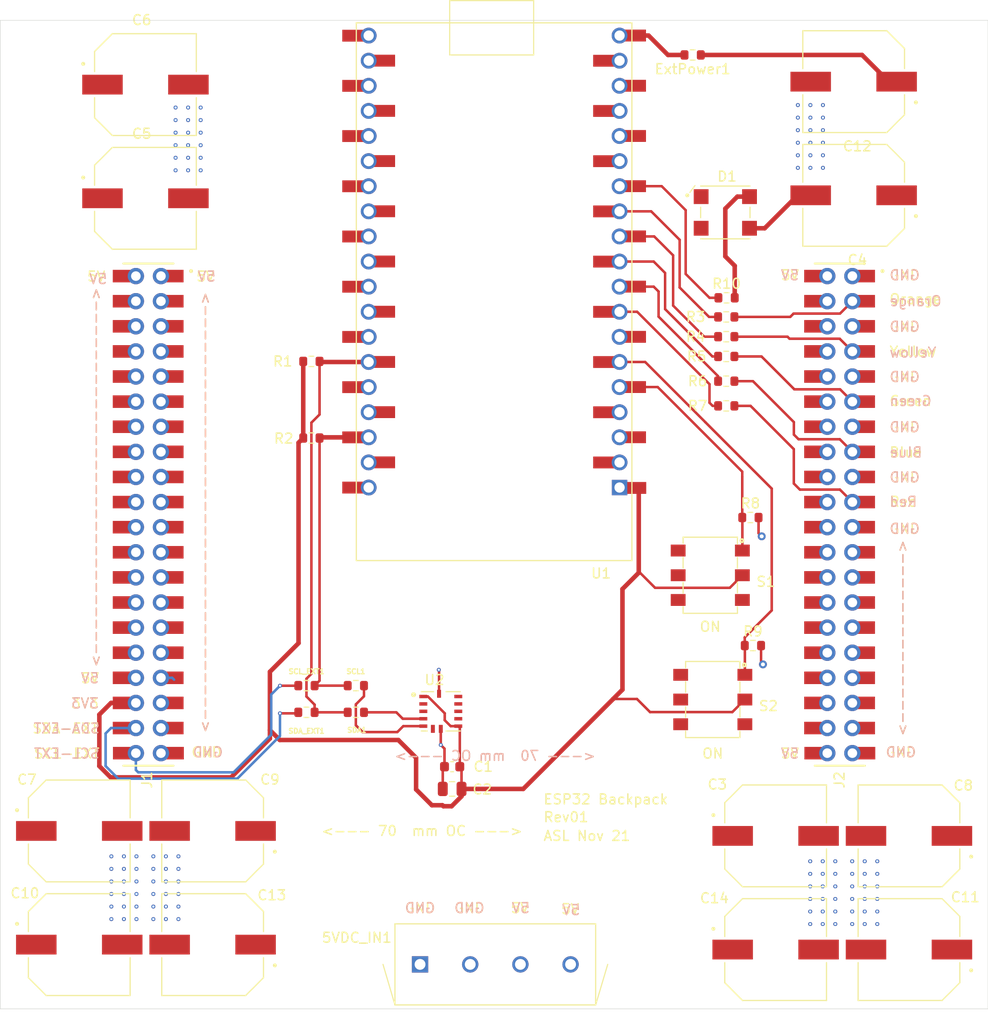
<source format=kicad_pcb>
(kicad_pcb (version 20171130) (host pcbnew "(5.1.9)-1")

  (general
    (thickness 1.6)
    (drawings 67)
    (tracks 324)
    (zones 0)
    (modules 37)
    (nets 53)
  )

  (page A4)
  (layers
    (0 F.Cu signal)
    (31 B.Cu signal)
    (32 B.Adhes user hide)
    (33 F.Adhes user hide)
    (34 B.Paste user hide)
    (35 F.Paste user hide)
    (36 B.SilkS user hide)
    (37 F.SilkS user)
    (38 B.Mask user hide)
    (39 F.Mask user hide)
    (40 Dwgs.User user hide)
    (41 Cmts.User user hide)
    (42 Eco1.User user hide)
    (43 Eco2.User user hide)
    (44 Edge.Cuts user)
    (45 Margin user)
    (46 B.CrtYd user)
    (47 F.CrtYd user)
    (48 B.Fab user)
    (49 F.Fab user)
  )

  (setup
    (last_trace_width 0.25)
    (user_trace_width 0.254)
    (user_trace_width 0.4572)
    (user_trace_width 1.905)
    (user_trace_width 3.81)
    (trace_clearance 0.2)
    (zone_clearance 0.3048)
    (zone_45_only yes)
    (trace_min 0.2)
    (via_size 0.8)
    (via_drill 0.4)
    (via_min_size 0.4)
    (via_min_drill 0.2)
    (user_via 0.4 0.2)
    (uvia_size 0.3)
    (uvia_drill 0.1)
    (uvias_allowed no)
    (uvia_min_size 0.2)
    (uvia_min_drill 0.1)
    (edge_width 0.05)
    (segment_width 0.2)
    (pcb_text_width 0.3)
    (pcb_text_size 1.5 1.5)
    (mod_edge_width 0.12)
    (mod_text_size 1 1)
    (mod_text_width 0.15)
    (pad_size 1.651 1.651)
    (pad_drill 0.97)
    (pad_to_mask_clearance 0)
    (aux_axis_origin 0 0)
    (visible_elements 7FFFFFFF)
    (pcbplotparams
      (layerselection 0x0d3fc_ffffffff)
      (usegerberextensions false)
      (usegerberattributes true)
      (usegerberadvancedattributes true)
      (creategerberjobfile true)
      (excludeedgelayer true)
      (linewidth 0.100000)
      (plotframeref false)
      (viasonmask false)
      (mode 1)
      (useauxorigin false)
      (hpglpennumber 1)
      (hpglpenspeed 20)
      (hpglpendiameter 15.000000)
      (psnegative false)
      (psa4output false)
      (plotreference true)
      (plotvalue true)
      (plotinvisibletext false)
      (padsonsilk false)
      (subtractmaskfromsilk false)
      (outputformat 1)
      (mirror false)
      (drillshape 0)
      (scaleselection 1)
      (outputdirectory "Gerbers/"))
  )

  (net 0 "")
  (net 1 GND)
  (net 2 +5V)
  (net 3 +3V3)
  (net 4 /OrangeLine)
  (net 5 /YellowLine)
  (net 6 /GreenLine)
  (net 7 /BlueLine)
  (net 8 /RedLine)
  (net 9 /SCL)
  (net 10 "Net-(R3-Pad1)")
  (net 11 "Net-(R4-Pad1)")
  (net 12 "Net-(R6-Pad1)")
  (net 13 "Net-(R7-Pad1)")
  (net 14 "Net-(SCL1-Pad2)")
  (net 15 "Net-(SDA1-Pad2)")
  (net 16 "Net-(U1-Pad2)")
  (net 17 "Net-(U1-Pad15)")
  (net 18 "Net-(U1-Pad16)")
  (net 19 "Net-(U1-Pad17)")
  (net 20 "Net-(U1-Pad18)")
  (net 21 "Net-(U1-Pad21)")
  (net 22 "Net-(U1-Pad23)")
  (net 23 "Net-(U1-Pad24)")
  (net 24 "Net-(U1-Pad27)")
  (net 25 "Net-(U1-Pad28)")
  (net 26 "Net-(U1-Pad29)")
  (net 27 "Net-(U1-Pad30)")
  (net 28 "Net-(U1-Pad31)")
  (net 29 "Net-(U1-Pad32)")
  (net 30 "Net-(U1-Pad33)")
  (net 31 "Net-(U1-Pad34)")
  (net 32 "Net-(U1-Pad35)")
  (net 33 "Net-(U1-Pad36)")
  (net 34 "Net-(U1-Pad37)")
  (net 35 "Net-(U1-Pad38)")
  (net 36 "Net-(ExtPower1-Pad2)")
  (net 37 /SDA)
  (net 38 "Net-(R5-Pad1)")
  (net 39 /DiagLED)
  (net 40 "Net-(R10-Pad1)")
  (net 41 "Net-(R8-Pad1)")
  (net 42 "Net-(R9-Pad1)")
  (net 43 "Net-(J2-Pad30)")
  (net 44 "Net-(J1-Pad39)")
  (net 45 "Net-(J1-Pad37)")
  (net 46 "Net-(J1-Pad38)")
  (net 47 "Net-(J1-Pad34)")
  (net 48 "Net-(J1-Pad30)")
  (net 49 "Net-(J2-Pad29)")
  (net 50 "Net-(U1-Pad3)")
  (net 51 "Net-(U1-Pad4)")
  (net 52 "Net-(U1-Pad7)")

  (net_class Default "This is the default net class."
    (clearance 0.2)
    (trace_width 0.25)
    (via_dia 0.8)
    (via_drill 0.4)
    (uvia_dia 0.3)
    (uvia_drill 0.1)
    (add_net +3V3)
    (add_net +5V)
    (add_net /BlueLine)
    (add_net /DiagLED)
    (add_net /GreenLine)
    (add_net /OrangeLine)
    (add_net /RedLine)
    (add_net /SCL)
    (add_net /SDA)
    (add_net /YellowLine)
    (add_net GND)
    (add_net "Net-(ExtPower1-Pad2)")
    (add_net "Net-(J1-Pad30)")
    (add_net "Net-(J1-Pad34)")
    (add_net "Net-(J1-Pad37)")
    (add_net "Net-(J1-Pad38)")
    (add_net "Net-(J1-Pad39)")
    (add_net "Net-(J2-Pad29)")
    (add_net "Net-(J2-Pad30)")
    (add_net "Net-(R10-Pad1)")
    (add_net "Net-(R3-Pad1)")
    (add_net "Net-(R4-Pad1)")
    (add_net "Net-(R5-Pad1)")
    (add_net "Net-(R6-Pad1)")
    (add_net "Net-(R7-Pad1)")
    (add_net "Net-(R8-Pad1)")
    (add_net "Net-(R9-Pad1)")
    (add_net "Net-(SCL1-Pad2)")
    (add_net "Net-(SDA1-Pad2)")
    (add_net "Net-(U1-Pad15)")
    (add_net "Net-(U1-Pad16)")
    (add_net "Net-(U1-Pad17)")
    (add_net "Net-(U1-Pad18)")
    (add_net "Net-(U1-Pad2)")
    (add_net "Net-(U1-Pad21)")
    (add_net "Net-(U1-Pad23)")
    (add_net "Net-(U1-Pad24)")
    (add_net "Net-(U1-Pad27)")
    (add_net "Net-(U1-Pad28)")
    (add_net "Net-(U1-Pad29)")
    (add_net "Net-(U1-Pad3)")
    (add_net "Net-(U1-Pad30)")
    (add_net "Net-(U1-Pad31)")
    (add_net "Net-(U1-Pad32)")
    (add_net "Net-(U1-Pad33)")
    (add_net "Net-(U1-Pad34)")
    (add_net "Net-(U1-Pad35)")
    (add_net "Net-(U1-Pad36)")
    (add_net "Net-(U1-Pad37)")
    (add_net "Net-(U1-Pad38)")
    (add_net "Net-(U1-Pad4)")
    (add_net "Net-(U1-Pad7)")
  )

  (module "Custom Libraries:MODULE_ESP32-DEVKITC-32D" (layer F.Cu) (tedit 616253FF) (tstamp 61626F82)
    (at 50 27.5 180)
    (path /61592B24)
    (fp_text reference U1 (at -10.829175 -28.446045) (layer F.SilkS)
      (effects (font (size 1.000386 1.000386) (thickness 0.15)))
    )
    (fp_text value ESP32-DEVKITC-32D (at 1.24136 28.294535) (layer F.Fab)
      (effects (font (size 1.001047 1.001047) (thickness 0.15)))
    )
    (fp_line (start 4.5 29.5) (end -4 29.5) (layer F.SilkS) (width 0.12))
    (fp_line (start 4.5 24) (end 4.5 29.5) (layer F.SilkS) (width 0.12))
    (fp_line (start -4 24) (end 4.5 24) (layer F.SilkS) (width 0.12))
    (fp_line (start -4 29.5) (end -4 24) (layer F.SilkS) (width 0.12))
    (fp_line (start -13.95 -27.15) (end 13.95 -27.15) (layer F.Fab) (width 0.127))
    (fp_line (start 13.95 -27.15) (end 13.95 27.25) (layer F.Fab) (width 0.127))
    (fp_line (start 13.95 27.25) (end -13.95 27.25) (layer F.Fab) (width 0.127))
    (fp_line (start -13.95 27.25) (end -13.95 -27.15) (layer F.Fab) (width 0.127))
    (fp_line (start -13.95 27.25) (end -13.95 -27.15) (layer F.SilkS) (width 0.127))
    (fp_line (start -13.95 -27.15) (end 13.95 -27.15) (layer F.SilkS) (width 0.127))
    (fp_line (start 13.95 -27.15) (end 13.95 27.25) (layer F.SilkS) (width 0.127))
    (fp_line (start 13.95 27.25) (end -13.95 27.25) (layer F.SilkS) (width 0.127))
    (fp_line (start -14.2 -27.4) (end 14.2 -27.4) (layer F.CrtYd) (width 0.05))
    (fp_line (start 14.2 -27.4) (end 14.2 27.5) (layer F.CrtYd) (width 0.05))
    (fp_line (start 14.2 27.5) (end -14.2 27.5) (layer F.CrtYd) (width 0.05))
    (fp_line (start -14.2 27.5) (end -14.2 -27.4) (layer F.CrtYd) (width 0.05))
    (fp_circle (center -14.6 -19.9) (end -14.46 -19.9) (layer F.Fab) (width 0.28))
    (fp_circle (center -14.6 -19.9) (end -14.46 -19.9) (layer F.Fab) (width 0.28))
    (pad 1 thru_hole rect (at -12.7 -19.76 180) (size 1.56 1.56) (drill 1.04) (layers *.Cu *.Mask)
      (net 3 +3V3))
    (pad 2 thru_hole circle (at -12.7 -17.22 180) (size 1.6 1.6) (drill 1.04) (layers *.Cu *.Mask)
      (net 16 "Net-(U1-Pad2)"))
    (pad 19 thru_hole circle (at -12.7 25.96 180) (size 1.6 1.6) (drill 1.04) (layers *.Cu *.Mask)
      (net 36 "Net-(ExtPower1-Pad2)"))
    (pad 3 thru_hole circle (at -12.7 -14.68 180) (size 1.6 1.6) (drill 1.04) (layers *.Cu *.Mask)
      (net 50 "Net-(U1-Pad3)"))
    (pad 4 thru_hole circle (at -12.7 -12.14 180) (size 1.6 1.6) (drill 1.04) (layers *.Cu *.Mask)
      (net 51 "Net-(U1-Pad4)"))
    (pad 5 thru_hole circle (at -12.7 -9.6 180) (size 1.6 1.6) (drill 1.04) (layers *.Cu *.Mask)
      (net 41 "Net-(R8-Pad1)"))
    (pad 6 thru_hole circle (at -12.7 -7.06 180) (size 1.6 1.6) (drill 1.04) (layers *.Cu *.Mask)
      (net 42 "Net-(R9-Pad1)"))
    (pad 7 thru_hole circle (at -12.7 -4.52 180) (size 1.6 1.6) (drill 1.04) (layers *.Cu *.Mask)
      (net 52 "Net-(U1-Pad7)"))
    (pad 8 thru_hole circle (at -12.7 -1.98 180) (size 1.6 1.6) (drill 1.04) (layers *.Cu *.Mask)
      (net 13 "Net-(R7-Pad1)"))
    (pad 9 thru_hole circle (at -12.7 0.56 180) (size 1.6 1.6) (drill 1.04) (layers *.Cu *.Mask)
      (net 12 "Net-(R6-Pad1)"))
    (pad 10 thru_hole circle (at -12.7 3.1 180) (size 1.6 1.6) (drill 1.04) (layers *.Cu *.Mask)
      (net 38 "Net-(R5-Pad1)"))
    (pad 11 thru_hole circle (at -12.7 5.64 180) (size 1.6 1.6) (drill 1.04) (layers *.Cu *.Mask)
      (net 11 "Net-(R4-Pad1)"))
    (pad 12 thru_hole circle (at -12.7 8.18 180) (size 1.6 1.6) (drill 1.04) (layers *.Cu *.Mask)
      (net 10 "Net-(R3-Pad1)"))
    (pad 13 thru_hole circle (at -12.7 10.72 180) (size 1.6 1.6) (drill 1.04) (layers *.Cu *.Mask)
      (net 40 "Net-(R10-Pad1)"))
    (pad 14 thru_hole circle (at -12.7 13.26 180) (size 1.6 1.6) (drill 1.04) (layers *.Cu *.Mask)
      (net 1 GND))
    (pad 15 thru_hole circle (at -12.7 15.8 180) (size 1.6 1.6) (drill 1.04) (layers *.Cu *.Mask)
      (net 17 "Net-(U1-Pad15)"))
    (pad 16 thru_hole circle (at -12.7 18.34 180) (size 1.6 1.6) (drill 1.04) (layers *.Cu *.Mask)
      (net 18 "Net-(U1-Pad16)"))
    (pad 17 thru_hole circle (at -12.7 20.88 180) (size 1.6 1.6) (drill 1.04) (layers *.Cu *.Mask)
      (net 19 "Net-(U1-Pad17)"))
    (pad 18 thru_hole circle (at -12.7 23.42 180) (size 1.6 1.6) (drill 1.04) (layers *.Cu *.Mask)
      (net 20 "Net-(U1-Pad18)"))
    (pad 20 thru_hole circle (at 12.7 -19.76 180) (size 1.6 1.6) (drill 1.04) (layers *.Cu *.Mask)
      (net 1 GND))
    (pad 21 thru_hole circle (at 12.7 -17.22 180) (size 1.6 1.6) (drill 1.04) (layers *.Cu *.Mask)
      (net 21 "Net-(U1-Pad21)"))
    (pad 22 thru_hole circle (at 12.7 -14.68 180) (size 1.6 1.6) (drill 1.04) (layers *.Cu *.Mask)
      (net 9 /SCL))
    (pad 23 thru_hole circle (at 12.7 -12.14 180) (size 1.6 1.6) (drill 1.04) (layers *.Cu *.Mask)
      (net 22 "Net-(U1-Pad23)"))
    (pad 24 thru_hole circle (at 12.7 -9.6 180) (size 1.6 1.6) (drill 1.04) (layers *.Cu *.Mask)
      (net 23 "Net-(U1-Pad24)"))
    (pad 25 thru_hole circle (at 12.7 -7.06 180) (size 1.6 1.6) (drill 1.04) (layers *.Cu *.Mask)
      (net 37 /SDA))
    (pad 26 thru_hole circle (at 12.7 -4.52 180) (size 1.6 1.6) (drill 1.04) (layers *.Cu *.Mask)
      (net 1 GND))
    (pad 27 thru_hole circle (at 12.7 -1.98 180) (size 1.6 1.6) (drill 1.04) (layers *.Cu *.Mask)
      (net 24 "Net-(U1-Pad27)"))
    (pad 28 thru_hole circle (at 12.7 0.56 180) (size 1.6 1.6) (drill 1.04) (layers *.Cu *.Mask)
      (net 25 "Net-(U1-Pad28)"))
    (pad 29 thru_hole circle (at 12.7 3.1 180) (size 1.6 1.6) (drill 1.04) (layers *.Cu *.Mask)
      (net 26 "Net-(U1-Pad29)"))
    (pad 30 thru_hole circle (at 12.7 5.64 180) (size 1.6 1.6) (drill 1.04) (layers *.Cu *.Mask)
      (net 27 "Net-(U1-Pad30)"))
    (pad 31 thru_hole circle (at 12.7 8.18 180) (size 1.6 1.6) (drill 1.04) (layers *.Cu *.Mask)
      (net 28 "Net-(U1-Pad31)"))
    (pad 32 thru_hole circle (at 12.7 10.72 180) (size 1.6 1.6) (drill 1.04) (layers *.Cu *.Mask)
      (net 29 "Net-(U1-Pad32)"))
    (pad 33 thru_hole circle (at 12.7 13.26 180) (size 1.6 1.6) (drill 1.04) (layers *.Cu *.Mask)
      (net 30 "Net-(U1-Pad33)"))
    (pad 34 thru_hole circle (at 12.7 15.8 180) (size 1.6 1.6) (drill 1.04) (layers *.Cu *.Mask)
      (net 31 "Net-(U1-Pad34)"))
    (pad 35 thru_hole circle (at 12.7 18.34 180) (size 1.6 1.6) (drill 1.04) (layers *.Cu *.Mask)
      (net 32 "Net-(U1-Pad35)"))
    (pad 36 thru_hole circle (at 12.7 20.88 180) (size 1.6 1.6) (drill 1.04) (layers *.Cu *.Mask)
      (net 33 "Net-(U1-Pad36)"))
    (pad 37 thru_hole circle (at 12.7 23.42 180) (size 1.6 1.6) (drill 1.04) (layers *.Cu *.Mask)
      (net 34 "Net-(U1-Pad37)"))
    (pad 38 thru_hole circle (at 12.7 25.96 180) (size 1.6 1.6) (drill 1.04) (layers *.Cu *.Mask)
      (net 35 "Net-(U1-Pad38)"))
    (pad 39 smd rect (at 0 -24.75 180) (size 22.86 22.86) (layers Dwgs.User))
    (pad 1 smd rect (at -14.4 -19.8 90) (size 1.2 2) (layers F.Cu F.Paste F.Mask)
      (net 3 +3V3))
    (pad 2 smd rect (at -11.1 -17.225 90) (size 1.2 2.15) (layers F.Cu F.Paste F.Mask)
      (net 16 "Net-(U1-Pad2)"))
    (pad 4 smd rect (at -11.1 -12.145 90) (size 1.2 2.15) (layers F.Cu F.Paste F.Mask)
      (net 51 "Net-(U1-Pad4)"))
    (pad 6 smd rect (at -11.1 -7.065 90) (size 1.2 2.15) (layers F.Cu F.Paste F.Mask)
      (net 42 "Net-(R9-Pad1)"))
    (pad 8 smd rect (at -11.1 -1.985 90) (size 1.2 2.15) (layers F.Cu F.Paste F.Mask)
      (net 13 "Net-(R7-Pad1)"))
    (pad 10 smd rect (at -11.1 3.095 90) (size 1.2 2.15) (layers F.Cu F.Paste F.Mask)
      (net 38 "Net-(R5-Pad1)"))
    (pad 12 smd rect (at -11.1 8.175 90) (size 1.2 2.15) (layers F.Cu F.Paste F.Mask)
      (net 10 "Net-(R3-Pad1)"))
    (pad 14 smd rect (at -11.1 13.255 90) (size 1.2 2.15) (layers F.Cu F.Paste F.Mask)
      (net 1 GND))
    (pad 16 smd rect (at -11.1 18.335 90) (size 1.2 2.15) (layers F.Cu F.Paste F.Mask)
      (net 18 "Net-(U1-Pad16)"))
    (pad 18 smd rect (at -11.1 23.415 90) (size 1.2 2.15) (layers F.Cu F.Paste F.Mask)
      (net 20 "Net-(U1-Pad18)"))
    (pad 3 smd rect (at -14.3 -14.675 90) (size 1.2 2.15) (layers F.Cu F.Paste F.Mask)
      (net 50 "Net-(U1-Pad3)"))
    (pad 5 smd rect (at -14.3 -9.595 90) (size 1.2 2.15) (layers F.Cu F.Paste F.Mask)
      (net 41 "Net-(R8-Pad1)"))
    (pad 7 smd rect (at -14.3 -4.515 90) (size 1.2 2.15) (layers F.Cu F.Paste F.Mask)
      (net 52 "Net-(U1-Pad7)"))
    (pad 9 smd rect (at -14.3 0.565 90) (size 1.2 2.15) (layers F.Cu F.Paste F.Mask)
      (net 12 "Net-(R6-Pad1)"))
    (pad 11 smd rect (at -14.3 5.645 90) (size 1.2 2.15) (layers F.Cu F.Paste F.Mask)
      (net 11 "Net-(R4-Pad1)"))
    (pad 13 smd rect (at -14.3 10.725 90) (size 1.2 2.15) (layers F.Cu F.Paste F.Mask)
      (net 40 "Net-(R10-Pad1)"))
    (pad 15 smd rect (at -14.3 15.805 90) (size 1.2 2.15) (layers F.Cu F.Paste F.Mask)
      (net 17 "Net-(U1-Pad15)"))
    (pad 17 smd rect (at -14.3 20.885 90) (size 1.2 2.15) (layers F.Cu F.Paste F.Mask)
      (net 19 "Net-(U1-Pad17)"))
    (pad 19 smd rect (at -14.3 25.965 90) (size 1.2 2.15) (layers F.Cu F.Paste F.Mask)
      (net 36 "Net-(ExtPower1-Pad2)"))
    (pad 38 smd rect (at 14.3 25.95 270) (size 1.2 2.15) (layers F.Cu F.Paste F.Mask)
      (net 35 "Net-(U1-Pad38)"))
    (pad 37 smd rect (at 11.1 23.425 270) (size 1.2 2.15) (layers F.Cu F.Paste F.Mask)
      (net 34 "Net-(U1-Pad37)"))
    (pad 35 smd rect (at 11.1 18.345 270) (size 1.2 2.15) (layers F.Cu F.Paste F.Mask)
      (net 32 "Net-(U1-Pad35)"))
    (pad 21 smd rect (at 11.1 -17.215 270) (size 1.2 2.15) (layers F.Cu F.Paste F.Mask)
      (net 21 "Net-(U1-Pad21)"))
    (pad 29 smd rect (at 11.1 3.105 270) (size 1.2 2.15) (layers F.Cu F.Paste F.Mask)
      (net 26 "Net-(U1-Pad29)"))
    (pad 36 smd rect (at 14.3 20.875 270) (size 1.2 2.15) (layers F.Cu F.Paste F.Mask)
      (net 33 "Net-(U1-Pad36)"))
    (pad 23 smd rect (at 11.1 -12.135 270) (size 1.2 2.15) (layers F.Cu F.Paste F.Mask)
      (net 22 "Net-(U1-Pad23)"))
    (pad 33 smd rect (at 11.1 13.265 270) (size 1.2 2.15) (layers F.Cu F.Paste F.Mask)
      (net 30 "Net-(U1-Pad33)"))
    (pad 31 smd rect (at 11.1 8.185 270) (size 1.2 2.15) (layers F.Cu F.Paste F.Mask)
      (net 28 "Net-(U1-Pad31)"))
    (pad 25 smd rect (at 11.1 -7.055 270) (size 1.2 2.15) (layers F.Cu F.Paste F.Mask)
      (net 37 /SDA))
    (pad 27 smd rect (at 11.1 -1.975 270) (size 1.2 2.15) (layers F.Cu F.Paste F.Mask)
      (net 24 "Net-(U1-Pad27)"))
    (pad 28 smd rect (at 14.3 0.555 270) (size 1.2 2.15) (layers F.Cu F.Paste F.Mask)
      (net 25 "Net-(U1-Pad28)"))
    (pad 34 smd rect (at 14.3 15.795 270) (size 1.2 2.15) (layers F.Cu F.Paste F.Mask)
      (net 31 "Net-(U1-Pad34)"))
    (pad 22 smd rect (at 14.3 -14.685 270) (size 1.2 2.15) (layers F.Cu F.Paste F.Mask)
      (net 9 /SCL))
    (pad 30 smd rect (at 14.3 5.635 270) (size 1.2 2.15) (layers F.Cu F.Paste F.Mask)
      (net 27 "Net-(U1-Pad30)"))
    (pad 32 smd rect (at 14.3 10.715 270) (size 1.2 2.15) (layers F.Cu F.Paste F.Mask)
      (net 29 "Net-(U1-Pad32)"))
    (pad 24 smd rect (at 14.3 -9.605 270) (size 1.2 2.15) (layers F.Cu F.Paste F.Mask)
      (net 23 "Net-(U1-Pad24)"))
    (pad 20 smd rect (at 14.3 -19.765 270) (size 1.2 2.15) (layers F.Cu F.Paste F.Mask)
      (net 1 GND))
    (pad 26 smd rect (at 14.3 -4.525 270) (size 1.2 2.15) (layers F.Cu F.Paste F.Mask)
      (net 1 GND))
    (model "C:/Users/AlexLorman/OneDrive - ThayerMahan Inc/Attachments/DC Metro Map Project/Prod PCB/ESP Backpack/Custom Libraries/ESP32-DEVKITC-32D.step"
      (offset (xyz 0 -3.2 3.5))
      (scale (xyz 1 1 1))
      (rotate (xyz -90 0 0))
    )
  )

  (module 452403012014 (layer F.Cu) (tedit 616CEDD7) (tstamp 616D24C9)
    (at 71.882 56.134 270)
    (descr "WS-SLSVSlide Switch, SMD version,same side connection 452403012014")
    (path /616D4E57)
    (fp_text reference S1 (at 0.655225 -5.637015) (layer F.SilkS)
      (effects (font (size 1.000354 1.000354) (thickness 0.15)))
    )
    (fp_text value 452403012014 (at 5.00822 5.313755 270) (layer F.Fab)
      (effects (font (size 1.001646 1.001646) (thickness 0.15)))
    )
    (fp_line (start -3.85 -2.75) (end 3.85 -2.75) (layer F.Fab) (width 0.127))
    (fp_line (start 3.85 -2.75) (end 3.85 2.75) (layer F.Fab) (width 0.127))
    (fp_line (start 3.85 2.75) (end -3.85 2.75) (layer F.Fab) (width 0.127))
    (fp_line (start -3.85 2.75) (end -3.85 -2.75) (layer F.Fab) (width 0.127))
    (fp_line (start -3.14 -2.75) (end -3.85 -2.75) (layer F.SilkS) (width 0.127))
    (fp_line (start -3.85 -2.75) (end -3.85 2.75) (layer F.SilkS) (width 0.127))
    (fp_line (start -3.85 2.75) (end -3.22 2.75) (layer F.SilkS) (width 0.127))
    (fp_line (start -1.79 -2.75) (end -0.71 -2.75) (layer F.SilkS) (width 0.127))
    (fp_line (start 0.7 -2.75) (end 1.78 -2.75) (layer F.SilkS) (width 0.127))
    (fp_line (start 3.21 -2.75) (end 3.85 -2.75) (layer F.SilkS) (width 0.127))
    (fp_line (start 3.85 -2.75) (end 3.85 2.75) (layer F.SilkS) (width 0.127))
    (fp_line (start 3.85 2.75) (end 3.19 2.75) (layer F.SilkS) (width 0.127))
    (fp_line (start -1.81 2.75) (end -0.73 2.75) (layer F.SilkS) (width 0.127))
    (fp_line (start 0.73 2.75) (end 1.81 2.75) (layer F.SilkS) (width 0.127))
    (fp_poly (pts (xy -4.1 -4.2) (xy 4.1 -4.2) (xy 4.1 4.25) (xy -4.1 4.25)) (layer F.CrtYd) (width 0.127))
    (fp_circle (center -3.5 -3.2) (end -3.45 -3.2) (layer F.SilkS) (width 0.2))
    (fp_text user 1 (at -2.90525 -1.30235 270) (layer F.Fab)
      (effects (font (size 0.641157 0.641157) (thickness 0.15)))
    )
    (fp_text user 2 (at -0.300086 -1.4004 270) (layer F.Fab)
      (effects (font (size 0.640183 0.640183) (thickness 0.15)))
    )
    (fp_text user 3 (at 2.20141 -1.4009 270) (layer F.Fab)
      (effects (font (size 0.640409 0.640409) (thickness 0.15)))
    )
    (fp_text user 4 (at -2.90094 2.00065 270) (layer F.Fab)
      (effects (font (size 0.640208 0.640208) (thickness 0.15)))
    )
    (fp_text user 5 (at -0.300248 2.00165 270) (layer F.Fab)
      (effects (font (size 0.640529 0.640529) (thickness 0.15)))
    )
    (fp_text user 6 (at 2.20053 2.00048 270) (layer F.Fab)
      (effects (font (size 0.640154 0.640154) (thickness 0.15)))
    )
    (pad 1 smd rect (at -2.5 -3.25 270) (size 1.2 1.5) (layers F.Cu F.Paste F.Mask)
      (net 41 "Net-(R8-Pad1)"))
    (pad 2 smd rect (at 0 -3.25 270) (size 1.2 1.5) (layers F.Cu F.Paste F.Mask)
      (net 3 +3V3))
    (pad 3 smd rect (at 2.5 -3.25 270) (size 1.2 1.5) (layers F.Cu F.Paste F.Mask))
    (pad 4 smd rect (at -2.5 3.25 270) (size 1.2 1.5) (layers F.Cu F.Paste F.Mask))
    (pad 5 smd rect (at 0 3.25 270) (size 1.2 1.5) (layers F.Cu F.Paste F.Mask))
    (pad 6 smd rect (at 2.5 3.25 270) (size 1.2 1.5) (layers F.Cu F.Paste F.Mask))
    (model "C:/Users/AlexLorman/OneDrive - ThayerMahan Inc/Attachments/DC Metro Map Project/Prod PCB/ESP Backpack/Custom Libraries/452403012014.step"
      (at (xyz 0 0 0))
      (scale (xyz 1 1 1))
      (rotate (xyz 0 0 0))
    )
    (model "C:/Users/AlexLorman/OneDrive - ThayerMahan Inc/Attachments/DC Metro Map Project/Prod PCB/ESP Backpack/Custom Libraries/Download_STP_452403012014 (rev1).stp"
      (at (xyz 0 0 0))
      (scale (xyz 1 1 1))
      (rotate (xyz 0 0 0))
    )
  )

  (module LED_SK6812 (layer F.Cu) (tedit 616CECB1) (tstamp 616D2476)
    (at 73.406 19.431)
    (path /616D71C8)
    (fp_text reference D1 (at 0.175 -3.635) (layer F.SilkS)
      (effects (font (size 1 1) (thickness 0.15)))
    )
    (fp_text value SK6812 (at 3.35 3.635) (layer F.Fab)
      (effects (font (size 1 1) (thickness 0.15)))
    )
    (fp_poly (pts (xy 2.5 2.5) (xy 1.5 2.5) (xy 2.5 1.5)) (layer F.Fab) (width 0.01))
    (fp_circle (center -3.85 -1.73) (end -3.75 -1.73) (layer F.Fab) (width 0.2))
    (fp_circle (center -3.85 -1.73) (end -3.75 -1.73) (layer F.SilkS) (width 0.2))
    (fp_line (start -3.45 2.75) (end -3.45 -2.75) (layer F.CrtYd) (width 0.05))
    (fp_line (start 3.45 2.75) (end -3.45 2.75) (layer F.CrtYd) (width 0.05))
    (fp_line (start 3.45 -2.75) (end 3.45 2.75) (layer F.CrtYd) (width 0.05))
    (fp_line (start -3.45 -2.75) (end 3.45 -2.75) (layer F.CrtYd) (width 0.05))
    (fp_line (start 2.5 -0.53) (end 2.5 0.53) (layer F.SilkS) (width 0.127))
    (fp_line (start -2.5 -0.53) (end -2.5 0.53) (layer F.SilkS) (width 0.127))
    (fp_line (start -2.5 2.67) (end 2.5 2.67) (layer F.SilkS) (width 0.127))
    (fp_line (start -2.5 -2.67) (end 2.5 -2.67) (layer F.SilkS) (width 0.127))
    (fp_line (start -2.5 2.5) (end -2.5 -2.5) (layer F.Fab) (width 0.127))
    (fp_line (start 2.5 2.5) (end -2.5 2.5) (layer F.Fab) (width 0.127))
    (fp_line (start 2.5 -2.5) (end 2.5 2.5) (layer F.Fab) (width 0.127))
    (fp_line (start -2.5 -2.5) (end 2.5 -2.5) (layer F.Fab) (width 0.127))
    (fp_line (start -3.5814 -2.032) (end -3.0734 -2.7178) (layer F.SilkS) (width 0.12))
    (pad 4 smd rect (at 2.45 -1.6) (size 1.5 1.5) (layers F.Cu F.Paste F.Mask)
      (net 39 /DiagLED))
    (pad 3 smd rect (at 2.45 1.6) (size 1.5 1.5) (layers F.Cu F.Paste F.Mask)
      (net 1 GND))
    (pad 2 smd rect (at -2.45 1.6) (size 1.5 1.5) (layers F.Cu F.Paste F.Mask))
    (pad 1 smd rect (at -2.45 -1.6) (size 1.5 1.5) (layers F.Cu F.Paste F.Mask)
      (net 2 +5V))
    (model "C:/Users/AlexLorman/OneDrive - ThayerMahan Inc/Attachments/DC Metro Map Project/Prod PCB/ESP Backpack/Custom Libraries/SK6812.step"
      (at (xyz 0 0 0))
      (scale (xyz 1 1 1))
      (rotate (xyz -90 0 0))
    )
  )

  (module "Custom Libraries:SAMTEC_HLE-120-02-F-DV-BE-K" (layer F.Cu) (tedit 61776E0C) (tstamp 61636215)
    (at 15 50 90)
    (path /6162485D)
    (fp_text reference J1 (at -26.835 -0.141 90) (layer F.SilkS)
      (effects (font (size 1 1) (thickness 0.15)))
    )
    (fp_text value HLE-120-02-F-DV-BE-K (at -7.255 5.225 90) (layer F.Fab)
      (effects (font (size 1 1) (thickness 0.15)))
    )
    (fp_line (start -25.4 2.54) (end -25.4 -2.54) (layer F.Fab) (width 0.1))
    (fp_line (start -25.4 -2.54) (end 25.4 -2.54) (layer F.Fab) (width 0.1))
    (fp_line (start 25.4 -2.54) (end 25.4 2.54) (layer F.Fab) (width 0.1))
    (fp_line (start 25.4 2.54) (end -25.4 2.54) (layer F.Fab) (width 0.1))
    (fp_line (start 25.4 2.54) (end 25.4 -2.54) (layer F.SilkS) (width 0.2))
    (fp_line (start -25.4 2.54) (end -25.4 -2.54) (layer F.SilkS) (width 0.2))
    (fp_line (start -25.65 3.81) (end -25.65 -3.81) (layer F.CrtYd) (width 0.05))
    (fp_line (start -25.65 -3.81) (end 25.65 -3.81) (layer F.CrtYd) (width 0.05))
    (fp_line (start 25.65 -3.81) (end 25.65 3.81) (layer F.CrtYd) (width 0.05))
    (fp_line (start 25.65 3.81) (end -25.65 3.81) (layer F.CrtYd) (width 0.05))
    (fp_circle (center 24.64 4.32) (end 24.74 4.32) (layer F.SilkS) (width 0.2))
    (fp_circle (center 24.64 4.32) (end 24.74 4.32) (layer F.Fab) (width 0.2))
    (pad 39 smd rect (at -24.13 -2.7 90) (size 1.27 1.778) (layers F.Cu F.Paste F.Mask)
      (net 44 "Net-(J1-Pad39)"))
    (pad 40 smd rect (at -24.13 2.7 90) (size 1.27 1.778) (layers F.Cu F.Paste F.Mask)
      (net 1 GND))
    (pad 40 thru_hole circle (at -24.13 1.27 90) (size 1.651 1.651) (drill 0.97) (layers *.Cu *.Mask)
      (net 1 GND))
    (pad 39 thru_hole circle (at -24.13 -1.27 90) (size 1.651 1.651) (drill 0.97) (layers *.Cu *.Mask)
      (net 44 "Net-(J1-Pad39)"))
    (pad 37 smd rect (at -21.59 -2.72 90) (size 1.27 1.778) (layers F.Cu F.Paste F.Mask)
      (net 45 "Net-(J1-Pad37)"))
    (pad 38 smd rect (at -21.59 2.67 90) (size 1.27 1.778) (layers F.Cu F.Paste F.Mask)
      (net 46 "Net-(J1-Pad38)"))
    (pad 38 thru_hole circle (at -21.59 1.27 90) (size 1.651 1.651) (drill 0.97) (layers *.Cu *.Mask)
      (net 46 "Net-(J1-Pad38)"))
    (pad 37 thru_hole circle (at -21.59 -1.27 90) (size 1.651 1.651) (drill 0.97) (layers *.Cu *.Mask)
      (net 45 "Net-(J1-Pad37)"))
    (pad 35 smd rect (at -19.05 -2.72 90) (size 1.27 1.778) (layers F.Cu F.Paste F.Mask)
      (net 3 +3V3))
    (pad 36 smd rect (at -19.05 2.67 90) (size 1.27 1.778) (layers F.Cu F.Paste F.Mask)
      (net 1 GND))
    (pad 36 thru_hole circle (at -19.05 1.27 90) (size 1.651 1.651) (drill 0.97) (layers *.Cu *.Mask)
      (net 1 GND))
    (pad 35 thru_hole circle (at -19.05 -1.27 90) (size 1.651 1.651) (drill 0.97) (layers *.Cu *.Mask)
      (net 3 +3V3))
    (pad 33 smd rect (at -16.51 -2.72 90) (size 1.27 1.778) (layers F.Cu F.Paste F.Mask)
      (net 2 +5V))
    (pad 34 smd rect (at -16.51 2.67 90) (size 1.27 1.778) (layers F.Cu F.Paste F.Mask)
      (net 47 "Net-(J1-Pad34)"))
    (pad 34 thru_hole circle (at -16.51 1.27 90) (size 1.651 1.651) (drill 0.97) (layers *.Cu *.Mask)
      (net 47 "Net-(J1-Pad34)"))
    (pad 33 thru_hole circle (at -16.51 -1.27 90) (size 1.651 1.651) (drill 0.97) (layers *.Cu *.Mask)
      (net 2 +5V))
    (pad 31 smd rect (at -13.97 -2.72 90) (size 1.27 1.778) (layers F.Cu F.Paste F.Mask)
      (net 2 +5V))
    (pad 32 smd rect (at -13.97 2.67 90) (size 1.27 1.778) (layers F.Cu F.Paste F.Mask)
      (net 1 GND))
    (pad 32 thru_hole circle (at -13.97 1.27 90) (size 1.651 1.651) (drill 0.97) (layers *.Cu *.Mask)
      (net 1 GND))
    (pad 31 thru_hole circle (at -13.97 -1.27 90) (size 1.651 1.651) (drill 0.97) (layers *.Cu *.Mask)
      (net 2 +5V))
    (pad 29 smd rect (at -11.43 -2.72 90) (size 1.27 1.778) (layers F.Cu F.Paste F.Mask)
      (net 2 +5V))
    (pad 30 smd rect (at -11.43 2.67 90) (size 1.27 1.778) (layers F.Cu F.Paste F.Mask)
      (net 48 "Net-(J1-Pad30)"))
    (pad 30 thru_hole circle (at -11.43 1.27 90) (size 1.651 1.651) (drill 0.97) (layers *.Cu *.Mask)
      (net 48 "Net-(J1-Pad30)"))
    (pad 29 thru_hole circle (at -11.43 -1.27 90) (size 1.651 1.651) (drill 0.97) (layers *.Cu *.Mask)
      (net 2 +5V))
    (pad 27 smd rect (at -8.89 -2.72 90) (size 1.27 1.778) (layers F.Cu F.Paste F.Mask)
      (net 2 +5V))
    (pad 28 smd rect (at -8.89 2.67 90) (size 1.27 1.778) (layers F.Cu F.Paste F.Mask)
      (net 1 GND))
    (pad 28 thru_hole circle (at -8.89 1.27 90) (size 1.651 1.651) (drill 0.97) (layers *.Cu *.Mask)
      (net 1 GND))
    (pad 27 thru_hole circle (at -8.89 -1.27 90) (size 1.651 1.651) (drill 0.97) (layers *.Cu *.Mask)
      (net 2 +5V))
    (pad 25 smd rect (at -6.35 -2.72 90) (size 1.27 1.778) (layers F.Cu F.Paste F.Mask)
      (net 2 +5V))
    (pad 26 smd rect (at -6.35 2.67 90) (size 1.27 1.778) (layers F.Cu F.Paste F.Mask)
      (net 1 GND))
    (pad 26 thru_hole circle (at -6.35 1.27 90) (size 1.651 1.651) (drill 0.97) (layers *.Cu *.Mask)
      (net 1 GND))
    (pad 25 thru_hole circle (at -6.35 -1.27 90) (size 1.651 1.651) (drill 0.97) (layers *.Cu *.Mask)
      (net 2 +5V))
    (pad 23 smd rect (at -3.81 -2.72 90) (size 1.27 1.778) (layers F.Cu F.Paste F.Mask)
      (net 2 +5V))
    (pad 24 smd rect (at -3.81 2.67 90) (size 1.27 1.778) (layers F.Cu F.Paste F.Mask)
      (net 1 GND))
    (pad 24 thru_hole circle (at -3.81 1.27 90) (size 1.651 1.651) (drill 0.97) (layers *.Cu *.Mask)
      (net 1 GND))
    (pad 23 thru_hole circle (at -3.81 -1.27 90) (size 1.651 1.651) (drill 0.97) (layers *.Cu *.Mask)
      (net 2 +5V))
    (pad 21 smd rect (at -1.27 -2.72 90) (size 1.27 1.778) (layers F.Cu F.Paste F.Mask)
      (net 2 +5V))
    (pad 22 smd rect (at -1.27 2.67 90) (size 1.27 1.778) (layers F.Cu F.Paste F.Mask)
      (net 1 GND))
    (pad 22 thru_hole circle (at -1.27 1.27 90) (size 1.651 1.651) (drill 0.97) (layers *.Cu *.Mask)
      (net 1 GND))
    (pad 21 thru_hole circle (at -1.27 -1.27 90) (size 1.651 1.651) (drill 0.97) (layers *.Cu *.Mask)
      (net 2 +5V))
    (pad 19 smd rect (at 1.27 -2.72 90) (size 1.27 1.778) (layers F.Cu F.Paste F.Mask)
      (net 2 +5V))
    (pad 20 smd rect (at 1.27 2.67 90) (size 1.27 1.778) (layers F.Cu F.Paste F.Mask)
      (net 1 GND))
    (pad 20 thru_hole circle (at 1.27 1.27 90) (size 1.651 1.651) (drill 0.97) (layers *.Cu *.Mask)
      (net 1 GND))
    (pad 19 thru_hole circle (at 1.27 -1.27 90) (size 1.651 1.651) (drill 0.97) (layers *.Cu *.Mask)
      (net 2 +5V))
    (pad 17 smd rect (at 3.81 -2.72 90) (size 1.27 1.778) (layers F.Cu F.Paste F.Mask)
      (net 2 +5V))
    (pad 18 smd rect (at 3.81 2.67 90) (size 1.27 1.778) (layers F.Cu F.Paste F.Mask)
      (net 1 GND))
    (pad 18 thru_hole circle (at 3.81 1.27 90) (size 1.651 1.651) (drill 0.97) (layers *.Cu *.Mask)
      (net 1 GND))
    (pad 17 thru_hole circle (at 3.81 -1.27 90) (size 1.651 1.651) (drill 0.97) (layers *.Cu *.Mask)
      (net 2 +5V))
    (pad 15 smd rect (at 6.35 -2.72 90) (size 1.27 1.778) (layers F.Cu F.Paste F.Mask)
      (net 2 +5V))
    (pad 16 smd rect (at 6.35 2.67 90) (size 1.27 1.778) (layers F.Cu F.Paste F.Mask)
      (net 1 GND))
    (pad 16 thru_hole circle (at 6.35 1.27 90) (size 1.651 1.651) (drill 0.97) (layers *.Cu *.Mask)
      (net 1 GND))
    (pad 15 thru_hole circle (at 6.35 -1.27 90) (size 1.651 1.651) (drill 0.97) (layers *.Cu *.Mask)
      (net 2 +5V))
    (pad 13 smd rect (at 8.89 -2.72 90) (size 1.27 1.778) (layers F.Cu F.Paste F.Mask)
      (net 2 +5V))
    (pad 14 smd rect (at 8.89 2.67 90) (size 1.27 1.778) (layers F.Cu F.Paste F.Mask)
      (net 1 GND))
    (pad 14 thru_hole circle (at 8.89 1.27 90) (size 1.651 1.651) (drill 0.97) (layers *.Cu *.Mask)
      (net 1 GND))
    (pad 13 thru_hole circle (at 8.89 -1.27 90) (size 1.651 1.651) (drill 0.97) (layers *.Cu *.Mask)
      (net 2 +5V))
    (pad 11 smd rect (at 11.43 -2.72 90) (size 1.27 1.778) (layers F.Cu F.Paste F.Mask)
      (net 2 +5V))
    (pad 12 smd rect (at 11.43 2.67 90) (size 1.27 1.778) (layers F.Cu F.Paste F.Mask)
      (net 1 GND))
    (pad 12 thru_hole circle (at 11.43 1.27 90) (size 1.651 1.651) (drill 0.97) (layers *.Cu *.Mask)
      (net 1 GND))
    (pad 11 thru_hole circle (at 11.43 -1.27 90) (size 1.651 1.651) (drill 0.97) (layers *.Cu *.Mask)
      (net 2 +5V))
    (pad 09 smd rect (at 13.97 -2.72 90) (size 1.27 1.778) (layers F.Cu F.Paste F.Mask)
      (net 2 +5V))
    (pad 10 smd rect (at 13.97 2.67 90) (size 1.27 1.778) (layers F.Cu F.Paste F.Mask)
      (net 1 GND))
    (pad 10 thru_hole circle (at 13.97 1.27 90) (size 1.651 1.651) (drill 0.97) (layers *.Cu *.Mask)
      (net 1 GND))
    (pad 09 thru_hole circle (at 13.97 -1.27 90) (size 1.651 1.651) (drill 0.97) (layers *.Cu *.Mask)
      (net 2 +5V))
    (pad 07 smd rect (at 16.51 -2.72 90) (size 1.27 1.778) (layers F.Cu F.Paste F.Mask)
      (net 2 +5V))
    (pad 08 smd rect (at 16.51 2.67 90) (size 1.27 1.778) (layers F.Cu F.Paste F.Mask)
      (net 1 GND))
    (pad 08 thru_hole circle (at 16.51 1.27 90) (size 1.651 1.651) (drill 0.97) (layers *.Cu *.Mask)
      (net 1 GND))
    (pad 07 thru_hole circle (at 16.51 -1.27 90) (size 1.651 1.651) (drill 0.97) (layers *.Cu *.Mask)
      (net 2 +5V))
    (pad 05 smd rect (at 19.05 -2.72 90) (size 1.27 1.778) (layers F.Cu F.Paste F.Mask)
      (net 2 +5V))
    (pad 06 smd rect (at 19.05 2.67 90) (size 1.27 1.778) (layers F.Cu F.Paste F.Mask)
      (net 1 GND))
    (pad 06 thru_hole circle (at 19.05 1.27 90) (size 1.651 1.651) (drill 0.97) (layers *.Cu *.Mask)
      (net 1 GND))
    (pad 05 thru_hole circle (at 19.05 -1.27 90) (size 1.651 1.651) (drill 0.97) (layers *.Cu *.Mask)
      (net 2 +5V))
    (pad 03 smd rect (at 21.59 -2.72 90) (size 1.27 1.778) (layers F.Cu F.Paste F.Mask)
      (net 2 +5V))
    (pad 04 smd rect (at 21.59 2.67 90) (size 1.27 1.778) (layers F.Cu F.Paste F.Mask)
      (net 1 GND))
    (pad 04 thru_hole circle (at 21.59 1.27 90) (size 1.651 1.651) (drill 0.97) (layers *.Cu *.Mask)
      (net 1 GND))
    (pad 03 thru_hole circle (at 21.59 -1.27 90) (size 1.651 1.651) (drill 0.97) (layers *.Cu *.Mask)
      (net 2 +5V))
    (pad 01 smd rect (at 24.13 -2.72 90) (size 1.27 1.778) (layers F.Cu F.Paste F.Mask)
      (net 2 +5V))
    (pad 02 smd rect (at 24.13 2.67 90) (size 1.27 1.778) (layers F.Cu F.Paste F.Mask)
      (net 1 GND))
    (pad 02 thru_hole circle (at 24.13 1.27 90) (size 1.651 1.651) (drill 0.97) (layers *.Cu *.Mask)
      (net 1 GND))
    (pad 01 thru_hole circle (at 24.13 -1.27 90) (size 1.651 1.651) (drill 0.97) (layers *.Cu *.Mask)
      (net 2 +5V))
    (model "C:/Users/AlexLorman/OneDrive - ThayerMahan Inc/Attachments/DC Metro Map Project/Prod PCB/ESP Backpack/Custom Libraries/HLE-120-02-F-DV-BE-K--3DModel-STEP-56544.STEP"
      (at (xyz 0 0 0))
      (scale (xyz 1 1 1))
      (rotate (xyz 0 0 0))
    )
  )

  (module "Custom Libraries:SAMTEC_HLE-120-02-F-DV-BE-K" (layer F.Cu) (tedit 61776DCB) (tstamp 6164088F)
    (at 85 50 90)
    (path /61621D28)
    (fp_text reference J2 (at -26.835 -0.037 90) (layer F.SilkS)
      (effects (font (size 1 1) (thickness 0.15)))
    )
    (fp_text value HLE-120-02-F-DV-BE-K (at -7.255 5.225 90) (layer F.Fab)
      (effects (font (size 1 1) (thickness 0.15)))
    )
    (fp_line (start -25.4 2.54) (end -25.4 -2.54) (layer F.Fab) (width 0.1))
    (fp_line (start -25.4 -2.54) (end 25.4 -2.54) (layer F.Fab) (width 0.1))
    (fp_line (start 25.4 -2.54) (end 25.4 2.54) (layer F.Fab) (width 0.1))
    (fp_line (start 25.4 2.54) (end -25.4 2.54) (layer F.Fab) (width 0.1))
    (fp_line (start 25.4 2.54) (end 25.4 -2.54) (layer F.SilkS) (width 0.2))
    (fp_line (start -25.4 2.54) (end -25.4 -2.54) (layer F.SilkS) (width 0.2))
    (fp_line (start -25.65 3.81) (end -25.65 -3.81) (layer F.CrtYd) (width 0.05))
    (fp_line (start -25.65 -3.81) (end 25.65 -3.81) (layer F.CrtYd) (width 0.05))
    (fp_line (start 25.65 -3.81) (end 25.65 3.81) (layer F.CrtYd) (width 0.05))
    (fp_line (start 25.65 3.81) (end -25.65 3.81) (layer F.CrtYd) (width 0.05))
    (fp_circle (center 24.64 4.32) (end 24.74 4.32) (layer F.SilkS) (width 0.2))
    (fp_circle (center 24.64 4.32) (end 24.74 4.32) (layer F.Fab) (width 0.2))
    (pad 01 thru_hole circle (at 24.13 -1.27 90) (size 1.651 1.651) (drill 0.97) (layers *.Cu *.Mask)
      (net 2 +5V))
    (pad 02 thru_hole circle (at 24.13 1.27 90) (size 1.651 1.651) (drill 0.97) (layers *.Cu *.Mask)
      (net 1 GND))
    (pad 02 smd rect (at 24.13 2.67 90) (size 1.27 1.778) (layers F.Cu F.Paste F.Mask)
      (net 1 GND))
    (pad 01 smd rect (at 24.13 -2.72 90) (size 1.27 1.778) (layers F.Cu F.Paste F.Mask)
      (net 2 +5V))
    (pad 03 thru_hole circle (at 21.59 -1.27 90) (size 1.651 1.651) (drill 0.97) (layers *.Cu *.Mask)
      (net 2 +5V))
    (pad 04 thru_hole circle (at 21.59 1.27 90) (size 1.651 1.651) (drill 0.97) (layers *.Cu *.Mask)
      (net 4 /OrangeLine))
    (pad 04 smd rect (at 21.59 2.67 90) (size 1.27 1.778) (layers F.Cu F.Paste F.Mask)
      (net 4 /OrangeLine))
    (pad 03 smd rect (at 21.59 -2.72 90) (size 1.27 1.778) (layers F.Cu F.Paste F.Mask)
      (net 2 +5V))
    (pad 05 thru_hole circle (at 19.05 -1.27 90) (size 1.651 1.651) (drill 0.97) (layers *.Cu *.Mask)
      (net 2 +5V))
    (pad 06 thru_hole circle (at 19.05 1.27 90) (size 1.651 1.651) (drill 0.97) (layers *.Cu *.Mask)
      (net 1 GND))
    (pad 06 smd rect (at 19.05 2.67 90) (size 1.27 1.778) (layers F.Cu F.Paste F.Mask)
      (net 1 GND))
    (pad 05 smd rect (at 19.05 -2.72 90) (size 1.27 1.778) (layers F.Cu F.Paste F.Mask)
      (net 2 +5V))
    (pad 07 thru_hole circle (at 16.51 -1.27 90) (size 1.651 1.651) (drill 0.97) (layers *.Cu *.Mask)
      (net 2 +5V))
    (pad 08 thru_hole circle (at 16.51 1.27 90) (size 1.651 1.651) (drill 0.97) (layers *.Cu *.Mask)
      (net 5 /YellowLine))
    (pad 08 smd rect (at 16.51 2.67 90) (size 1.27 1.778) (layers F.Cu F.Paste F.Mask)
      (net 5 /YellowLine))
    (pad 07 smd rect (at 16.51 -2.72 90) (size 1.27 1.778) (layers F.Cu F.Paste F.Mask)
      (net 2 +5V))
    (pad 09 thru_hole circle (at 13.97 -1.27 90) (size 1.651 1.651) (drill 0.97) (layers *.Cu *.Mask)
      (net 2 +5V))
    (pad 10 thru_hole circle (at 13.97 1.27 90) (size 1.651 1.651) (drill 0.97) (layers *.Cu *.Mask)
      (net 1 GND))
    (pad 10 smd rect (at 13.97 2.67 90) (size 1.27 1.778) (layers F.Cu F.Paste F.Mask)
      (net 1 GND))
    (pad 09 smd rect (at 13.97 -2.72 90) (size 1.27 1.778) (layers F.Cu F.Paste F.Mask)
      (net 2 +5V))
    (pad 11 thru_hole circle (at 11.43 -1.27 90) (size 1.651 1.651) (drill 0.97) (layers *.Cu *.Mask)
      (net 2 +5V))
    (pad 12 thru_hole circle (at 11.43 1.27 90) (size 1.651 1.651) (drill 0.97) (layers *.Cu *.Mask)
      (net 6 /GreenLine))
    (pad 12 smd rect (at 11.43 2.67 90) (size 1.27 1.778) (layers F.Cu F.Paste F.Mask)
      (net 6 /GreenLine))
    (pad 11 smd rect (at 11.43 -2.72 90) (size 1.27 1.778) (layers F.Cu F.Paste F.Mask)
      (net 2 +5V))
    (pad 13 thru_hole circle (at 8.89 -1.27 90) (size 1.651 1.651) (drill 0.97) (layers *.Cu *.Mask)
      (net 2 +5V))
    (pad 14 thru_hole circle (at 8.89 1.27 90) (size 1.651 1.651) (drill 0.97) (layers *.Cu *.Mask)
      (net 1 GND))
    (pad 14 smd rect (at 8.89 2.67 90) (size 1.27 1.778) (layers F.Cu F.Paste F.Mask)
      (net 1 GND))
    (pad 13 smd rect (at 8.89 -2.72 90) (size 1.27 1.778) (layers F.Cu F.Paste F.Mask)
      (net 2 +5V))
    (pad 15 thru_hole circle (at 6.35 -1.27 90) (size 1.651 1.651) (drill 0.97) (layers *.Cu *.Mask)
      (net 2 +5V))
    (pad 16 thru_hole circle (at 6.35 1.27 90) (size 1.651 1.651) (drill 0.97) (layers *.Cu *.Mask)
      (net 7 /BlueLine))
    (pad 16 smd rect (at 6.35 2.67 90) (size 1.27 1.778) (layers F.Cu F.Paste F.Mask)
      (net 7 /BlueLine))
    (pad 15 smd rect (at 6.35 -2.72 90) (size 1.27 1.778) (layers F.Cu F.Paste F.Mask)
      (net 2 +5V))
    (pad 17 thru_hole circle (at 3.81 -1.27 90) (size 1.651 1.651) (drill 0.97) (layers *.Cu *.Mask)
      (net 2 +5V))
    (pad 18 thru_hole circle (at 3.81 1.27 90) (size 1.651 1.651) (drill 0.97) (layers *.Cu *.Mask)
      (net 1 GND))
    (pad 18 smd rect (at 3.81 2.67 90) (size 1.27 1.778) (layers F.Cu F.Paste F.Mask)
      (net 1 GND))
    (pad 17 smd rect (at 3.81 -2.72 90) (size 1.27 1.778) (layers F.Cu F.Paste F.Mask)
      (net 2 +5V))
    (pad 19 thru_hole circle (at 1.27 -1.27 90) (size 1.651 1.651) (drill 0.97) (layers *.Cu *.Mask)
      (net 2 +5V))
    (pad 20 thru_hole circle (at 1.27 1.27 90) (size 1.651 1.651) (drill 0.97) (layers *.Cu *.Mask)
      (net 8 /RedLine))
    (pad 20 smd rect (at 1.27 2.67 90) (size 1.27 1.778) (layers F.Cu F.Paste F.Mask)
      (net 8 /RedLine))
    (pad 19 smd rect (at 1.27 -2.72 90) (size 1.27 1.778) (layers F.Cu F.Paste F.Mask)
      (net 2 +5V))
    (pad 21 thru_hole circle (at -1.27 -1.27 90) (size 1.651 1.651) (drill 0.97) (layers *.Cu *.Mask)
      (net 2 +5V))
    (pad 22 thru_hole circle (at -1.27 1.27 90) (size 1.651 1.651) (drill 0.97) (layers *.Cu *.Mask)
      (net 1 GND))
    (pad 22 smd rect (at -1.27 2.67 90) (size 1.27 1.778) (layers F.Cu F.Paste F.Mask)
      (net 1 GND))
    (pad 21 smd rect (at -1.27 -2.72 90) (size 1.27 1.778) (layers F.Cu F.Paste F.Mask)
      (net 2 +5V))
    (pad 23 thru_hole circle (at -3.81 -1.27 90) (size 1.651 1.651) (drill 0.97) (layers *.Cu *.Mask)
      (net 2 +5V))
    (pad 24 thru_hole circle (at -3.81 1.27 90) (size 1.651 1.651) (drill 0.97) (layers *.Cu *.Mask)
      (net 1 GND))
    (pad 24 smd rect (at -3.81 2.67 90) (size 1.27 1.778) (layers F.Cu F.Paste F.Mask)
      (net 1 GND))
    (pad 23 smd rect (at -3.81 -2.72 90) (size 1.27 1.778) (layers F.Cu F.Paste F.Mask)
      (net 2 +5V))
    (pad 25 thru_hole circle (at -6.35 -1.27 90) (size 1.651 1.651) (drill 0.97) (layers *.Cu *.Mask)
      (net 2 +5V))
    (pad 26 thru_hole circle (at -6.35 1.27 90) (size 1.651 1.651) (drill 0.97) (layers *.Cu *.Mask)
      (net 1 GND))
    (pad 26 smd rect (at -6.35 2.67 90) (size 1.27 1.778) (layers F.Cu F.Paste F.Mask)
      (net 1 GND))
    (pad 25 smd rect (at -6.35 -2.72 90) (size 1.27 1.778) (layers F.Cu F.Paste F.Mask)
      (net 2 +5V))
    (pad 27 thru_hole circle (at -8.89 -1.27 90) (size 1.651 1.651) (drill 0.97) (layers *.Cu *.Mask)
      (net 2 +5V))
    (pad 28 thru_hole circle (at -8.89 1.27 90) (size 1.651 1.651) (drill 0.97) (layers *.Cu *.Mask)
      (net 1 GND))
    (pad 28 smd rect (at -8.89 2.67 90) (size 1.27 1.778) (layers F.Cu F.Paste F.Mask)
      (net 1 GND))
    (pad 27 smd rect (at -8.89 -2.72 90) (size 1.27 1.778) (layers F.Cu F.Paste F.Mask)
      (net 2 +5V))
    (pad 29 thru_hole circle (at -11.43 -1.27 90) (size 1.651 1.651) (drill 0.97) (layers *.Cu *.Mask)
      (net 49 "Net-(J2-Pad29)"))
    (pad 30 thru_hole circle (at -11.43 1.27 90) (size 1.651 1.651) (drill 0.97) (layers *.Cu *.Mask)
      (net 43 "Net-(J2-Pad30)"))
    (pad 30 smd rect (at -11.43 2.67 90) (size 1.27 1.778) (layers F.Cu F.Paste F.Mask)
      (net 43 "Net-(J2-Pad30)"))
    (pad 29 smd rect (at -11.43 -2.72 90) (size 1.27 1.778) (layers F.Cu F.Paste F.Mask)
      (net 49 "Net-(J2-Pad29)"))
    (pad 31 thru_hole circle (at -13.97 -1.27 90) (size 1.651 1.651) (drill 0.97) (layers *.Cu *.Mask)
      (net 2 +5V))
    (pad 32 thru_hole circle (at -13.97 1.27 90) (size 1.651 1.651) (drill 0.97) (layers *.Cu *.Mask)
      (net 1 GND))
    (pad 32 smd rect (at -13.97 2.67 90) (size 1.27 1.778) (layers F.Cu F.Paste F.Mask)
      (net 1 GND))
    (pad 31 smd rect (at -13.97 -2.72 90) (size 1.27 1.778) (layers F.Cu F.Paste F.Mask)
      (net 2 +5V))
    (pad 33 thru_hole circle (at -16.51 -1.27 90) (size 1.651 1.651) (drill 0.97) (layers *.Cu *.Mask)
      (net 2 +5V))
    (pad 34 thru_hole circle (at -16.51 1.27 90) (size 1.651 1.651) (drill 0.97) (layers *.Cu *.Mask)
      (net 1 GND))
    (pad 34 smd rect (at -16.51 2.67 90) (size 1.27 1.778) (layers F.Cu F.Paste F.Mask)
      (net 1 GND))
    (pad 33 smd rect (at -16.51 -2.72 90) (size 1.27 1.778) (layers F.Cu F.Paste F.Mask)
      (net 2 +5V))
    (pad 35 thru_hole circle (at -19.05 -1.27 90) (size 1.651 1.651) (drill 0.97) (layers *.Cu *.Mask)
      (net 2 +5V))
    (pad 36 thru_hole circle (at -19.05 1.27 90) (size 1.651 1.651) (drill 0.97) (layers *.Cu *.Mask)
      (net 1 GND))
    (pad 36 smd rect (at -19.05 2.67 90) (size 1.27 1.778) (layers F.Cu F.Paste F.Mask)
      (net 1 GND))
    (pad 35 smd rect (at -19.05 -2.72 90) (size 1.27 1.778) (layers F.Cu F.Paste F.Mask)
      (net 2 +5V))
    (pad 37 thru_hole circle (at -21.59 -1.27 90) (size 1.651 1.651) (drill 0.97) (layers *.Cu *.Mask)
      (net 2 +5V))
    (pad 38 thru_hole circle (at -21.59 1.27 90) (size 1.651 1.651) (drill 0.97) (layers *.Cu *.Mask)
      (net 1 GND))
    (pad 38 smd rect (at -21.59 2.67 90) (size 1.27 1.778) (layers F.Cu F.Paste F.Mask)
      (net 1 GND))
    (pad 37 smd rect (at -21.59 -2.72 90) (size 1.27 1.778) (layers F.Cu F.Paste F.Mask)
      (net 2 +5V))
    (pad 39 thru_hole circle (at -24.13 -1.27 90) (size 1.651 1.651) (drill 0.97) (layers *.Cu *.Mask)
      (net 2 +5V))
    (pad 40 thru_hole circle (at -24.13 1.27 90) (size 1.651 1.651) (drill 0.97) (layers *.Cu *.Mask)
      (net 1 GND))
    (pad 40 smd rect (at -24.13 2.7 90) (size 1.27 1.778) (layers F.Cu F.Paste F.Mask)
      (net 1 GND))
    (pad 39 smd rect (at -24.13 -2.7 90) (size 1.27 1.778) (layers F.Cu F.Paste F.Mask)
      (net 2 +5V))
    (model "C:/Users/AlexLorman/OneDrive - ThayerMahan Inc/Attachments/DC Metro Map Project/Prod PCB/ESP Backpack/Custom Libraries/HLE-120-02-F-DV-BE-K--3DModel-STEP-56544.STEP"
      (at (xyz 0 0 0))
      (scale (xyz 1 1 1))
      (rotate (xyz 0 0 0))
    )
  )

  (module "Custom Libraries:TE_282837-4" (layer F.Cu) (tedit 61630B91) (tstamp 61627D63)
    (at 42.5 95.5)
    (path /615951DC)
    (fp_text reference 5VDC_IN1 (at -6.4 -2.7) (layer F.SilkS)
      (effects (font (size 1.001732 1.001732) (thickness 0.15)))
    )
    (fp_text value 282837-4 (at 4.21707 5.21753) (layer F.Fab)
      (effects (font (size 1.000488 1.000488) (thickness 0.15)))
    )
    (fp_line (start -2.54 4.1) (end -3.75 0) (layer F.SilkS) (width 0.12))
    (fp_line (start 17.78 4.1) (end 19 0) (layer F.SilkS) (width 0.12))
    (fp_line (start -2.54 -4.1) (end 17.78 -4.1) (layer F.SilkS) (width 0.127))
    (fp_line (start 17.78 -4.1) (end 17.78 4.1) (layer F.SilkS) (width 0.127))
    (fp_line (start 17.78 4.1) (end -2.54 4.1) (layer F.SilkS) (width 0.127))
    (fp_line (start -2.54 4.1) (end -2.54 -4.1) (layer F.SilkS) (width 0.127))
    (fp_line (start -2.54 -4.1) (end 17.78 -4.1) (layer F.Fab) (width 0.127))
    (fp_line (start 17.78 -4.1) (end 17.78 4.1) (layer F.Fab) (width 0.127))
    (fp_line (start 17.78 4.1) (end -2.54 4.1) (layer F.Fab) (width 0.127))
    (fp_line (start -2.54 4.1) (end -2.54 -4.1) (layer F.Fab) (width 0.127))
    (fp_line (start -2.79 -4.35) (end 18.03 -4.35) (layer F.CrtYd) (width 0.05))
    (fp_line (start 18.03 -4.35) (end 18.03 4.35) (layer F.CrtYd) (width 0.05))
    (fp_line (start -2.79 4.35) (end -2.79 -4.35) (layer F.CrtYd) (width 0.05))
    (fp_circle (center 0 0) (end 0.15 0) (layer F.Fab) (width 0.3))
    (fp_line (start 18.03 4.35) (end -2.79 4.35) (layer F.CrtYd) (width 0.05))
    (pad 1 thru_hole rect (at 0 0) (size 1.65 1.65) (drill 1.1) (layers *.Cu *.Mask)
      (net 1 GND))
    (pad 2 thru_hole circle (at 5.08 0) (size 1.65 1.65) (drill 1.1) (layers *.Cu *.Mask)
      (net 1 GND))
    (pad 3 thru_hole circle (at 10.16 0) (size 1.65 1.65) (drill 1.1) (layers *.Cu *.Mask)
      (net 2 +5V))
    (pad 4 thru_hole circle (at 15.24 0) (size 1.65 1.65) (drill 1.1) (layers *.Cu *.Mask)
      (net 2 +5V))
    (model "C:/Users/AlexLorman/OneDrive - ThayerMahan Inc/Attachments/DC Metro Map Project/Prod PCB/ESP Backpack/Custom Libraries/282837-4.step"
      (offset (xyz 7.6 -4 2.8))
      (scale (xyz 1 1 1))
      (rotate (xyz -90 0 0))
    )
  )

  (module "Custom Libraries:CAP_EEE0JA102P" (layer F.Cu) (tedit 616207B5) (tstamp 61626CE6)
    (at 14.7 6.5)
    (path /61654D26)
    (fp_text reference C6 (at -0.375 -6.535) (layer F.SilkS)
      (effects (font (size 1 1) (thickness 0.15)))
    )
    (fp_text value EEE0JA102P (at 5.34 6.535) (layer F.Fab)
      (effects (font (size 1 1) (thickness 0.15)))
    )
    (fp_circle (center -6.3 -2.1) (end -6.2 -2.1) (layer F.SilkS) (width 0.2))
    (fp_circle (center -6.3 -2.1) (end -6.2 -2.1) (layer F.Fab) (width 0.2))
    (fp_line (start -6.65 1.25) (end -6.65 -1.25) (layer F.CrtYd) (width 0.05))
    (fp_line (start -5.4 1.25) (end -6.65 1.25) (layer F.CrtYd) (width 0.05))
    (fp_line (start -5.4 3.475) (end -5.4 1.25) (layer F.CrtYd) (width 0.05))
    (fp_line (start -3.475 5.4) (end -5.4 3.475) (layer F.CrtYd) (width 0.05))
    (fp_line (start 5.4 5.4) (end -3.475 5.4) (layer F.CrtYd) (width 0.05))
    (fp_line (start 5.4 1.25) (end 5.4 5.4) (layer F.CrtYd) (width 0.05))
    (fp_line (start 6.65 1.25) (end 5.4 1.25) (layer F.CrtYd) (width 0.05))
    (fp_line (start 6.65 -1.25) (end 6.65 1.25) (layer F.CrtYd) (width 0.05))
    (fp_line (start 5.4 -1.25) (end 6.65 -1.25) (layer F.CrtYd) (width 0.05))
    (fp_line (start 5.4 -5.4) (end 5.4 -1.25) (layer F.CrtYd) (width 0.05))
    (fp_line (start -3.475 -5.4) (end 5.4 -5.4) (layer F.CrtYd) (width 0.05))
    (fp_line (start -5.4 -3.475) (end -3.475 -5.4) (layer F.CrtYd) (width 0.05))
    (fp_line (start -5.4 -1.25) (end -5.4 -3.475) (layer F.CrtYd) (width 0.05))
    (fp_line (start -6.65 -1.25) (end -5.4 -1.25) (layer F.CrtYd) (width 0.05))
    (fp_line (start 5.15 5.15) (end 5.15 1.32) (layer F.SilkS) (width 0.127))
    (fp_line (start 5.15 -1.32) (end 5.15 -5.15) (layer F.SilkS) (width 0.127))
    (fp_line (start -5.15 1.32) (end -5.15 3.35) (layer F.SilkS) (width 0.127))
    (fp_line (start -5.15 -3.35) (end -5.15 -1.32) (layer F.SilkS) (width 0.127))
    (fp_line (start -3.35 -5.15) (end -5.15 -3.35) (layer F.SilkS) (width 0.127))
    (fp_line (start 5.15 -5.15) (end -3.35 -5.15) (layer F.SilkS) (width 0.127))
    (fp_line (start -3.35 5.15) (end 5.15 5.15) (layer F.SilkS) (width 0.127))
    (fp_line (start -5.15 3.35) (end -3.35 5.15) (layer F.SilkS) (width 0.127))
    (fp_line (start -3.35 -5.15) (end -5.15 -3.35) (layer F.Fab) (width 0.127))
    (fp_line (start 5.15 -5.15) (end -3.35 -5.15) (layer F.Fab) (width 0.127))
    (fp_line (start 5.15 5.15) (end 5.15 -5.15) (layer F.Fab) (width 0.127))
    (fp_line (start -3.35 5.15) (end 5.15 5.15) (layer F.Fab) (width 0.127))
    (fp_line (start -5.15 3.35) (end -3.35 5.15) (layer F.Fab) (width 0.127))
    (fp_line (start -5.15 -3.35) (end -5.15 3.35) (layer F.Fab) (width 0.127))
    (pad 2 smd rect (at 4.35 0) (size 4.1 2) (layers F.Cu F.Paste F.Mask)
      (net 1 GND))
    (pad 1 smd rect (at -4.35 0) (size 4.1 2) (layers F.Cu F.Paste F.Mask)
      (net 2 +5V))
    (model "C:/Users/AlexLorman/OneDrive - ThayerMahan Inc/Attachments/DC Metro Map Project/Prod PCB/ESP Backpack/Custom Libraries/EEE0JA102P.stp"
      (offset (xyz 0 0.9 0))
      (scale (xyz 1 1 1))
      (rotate (xyz 0 0 0))
    )
  )

  (module Capacitor_SMD:C_0603_1608Metric (layer F.Cu) (tedit 5F68FEEE) (tstamp 6162869A)
    (at 45.75 75.5 180)
    (descr "Capacitor SMD 0603 (1608 Metric), square (rectangular) end terminal, IPC_7351 nominal, (Body size source: IPC-SM-782 page 76, https://www.pcb-3d.com/wordpress/wp-content/uploads/ipc-sm-782a_amendment_1_and_2.pdf), generated with kicad-footprint-generator")
    (tags capacitor)
    (path /615CC8AE)
    (attr smd)
    (fp_text reference C1 (at -3.15 0) (layer F.SilkS)
      (effects (font (size 1 1) (thickness 0.15)))
    )
    (fp_text value 10uF (at 0 1.43) (layer F.Fab)
      (effects (font (size 1 1) (thickness 0.15)))
    )
    (fp_line (start -0.8 0.4) (end -0.8 -0.4) (layer F.Fab) (width 0.1))
    (fp_line (start -0.8 -0.4) (end 0.8 -0.4) (layer F.Fab) (width 0.1))
    (fp_line (start 0.8 -0.4) (end 0.8 0.4) (layer F.Fab) (width 0.1))
    (fp_line (start 0.8 0.4) (end -0.8 0.4) (layer F.Fab) (width 0.1))
    (fp_line (start -0.14058 -0.51) (end 0.14058 -0.51) (layer F.SilkS) (width 0.12))
    (fp_line (start -0.14058 0.51) (end 0.14058 0.51) (layer F.SilkS) (width 0.12))
    (fp_line (start -1.48 0.73) (end -1.48 -0.73) (layer F.CrtYd) (width 0.05))
    (fp_line (start -1.48 -0.73) (end 1.48 -0.73) (layer F.CrtYd) (width 0.05))
    (fp_line (start 1.48 -0.73) (end 1.48 0.73) (layer F.CrtYd) (width 0.05))
    (fp_line (start 1.48 0.73) (end -1.48 0.73) (layer F.CrtYd) (width 0.05))
    (fp_text user %R (at 0 0) (layer F.Fab)
      (effects (font (size 0.4 0.4) (thickness 0.06)))
    )
    (pad 1 smd roundrect (at -0.775 0 180) (size 0.9 0.95) (layers F.Cu F.Paste F.Mask) (roundrect_rratio 0.25)
      (net 3 +3V3))
    (pad 2 smd roundrect (at 0.775 0 180) (size 0.9 0.95) (layers F.Cu F.Paste F.Mask) (roundrect_rratio 0.25)
      (net 1 GND))
    (model ${KISYS3DMOD}/Capacitor_SMD.3dshapes/C_0603_1608Metric.wrl
      (at (xyz 0 0 0))
      (scale (xyz 1 1 1))
      (rotate (xyz 0 0 0))
    )
  )

  (module Capacitor_SMD:C_0805_2012Metric (layer F.Cu) (tedit 5F68FEEE) (tstamp 61626C56)
    (at 45.75 77.75 180)
    (descr "Capacitor SMD 0805 (2012 Metric), square (rectangular) end terminal, IPC_7351 nominal, (Body size source: IPC-SM-782 page 76, https://www.pcb-3d.com/wordpress/wp-content/uploads/ipc-sm-782a_amendment_1_and_2.pdf, https://docs.google.com/spreadsheets/d/1BsfQQcO9C6DZCsRaXUlFlo91Tg2WpOkGARC1WS5S8t0/edit?usp=sharing), generated with kicad-footprint-generator")
    (tags capacitor)
    (path /615CE27E)
    (attr smd)
    (fp_text reference C2 (at -3.05 -0.05) (layer F.SilkS)
      (effects (font (size 1 1) (thickness 0.15)))
    )
    (fp_text value 0.1uF (at 0 1.68) (layer F.Fab)
      (effects (font (size 1 1) (thickness 0.15)))
    )
    (fp_line (start -1 0.625) (end -1 -0.625) (layer F.Fab) (width 0.1))
    (fp_line (start -1 -0.625) (end 1 -0.625) (layer F.Fab) (width 0.1))
    (fp_line (start 1 -0.625) (end 1 0.625) (layer F.Fab) (width 0.1))
    (fp_line (start 1 0.625) (end -1 0.625) (layer F.Fab) (width 0.1))
    (fp_line (start -0.261252 -0.735) (end 0.261252 -0.735) (layer F.SilkS) (width 0.12))
    (fp_line (start -0.261252 0.735) (end 0.261252 0.735) (layer F.SilkS) (width 0.12))
    (fp_line (start -1.7 0.98) (end -1.7 -0.98) (layer F.CrtYd) (width 0.05))
    (fp_line (start -1.7 -0.98) (end 1.7 -0.98) (layer F.CrtYd) (width 0.05))
    (fp_line (start 1.7 -0.98) (end 1.7 0.98) (layer F.CrtYd) (width 0.05))
    (fp_line (start 1.7 0.98) (end -1.7 0.98) (layer F.CrtYd) (width 0.05))
    (fp_text user %R (at 0 0) (layer F.Fab)
      (effects (font (size 0.5 0.5) (thickness 0.08)))
    )
    (pad 1 smd roundrect (at -0.95 0 180) (size 1 1.45) (layers F.Cu F.Paste F.Mask) (roundrect_rratio 0.25)
      (net 3 +3V3))
    (pad 2 smd roundrect (at 0.95 0 180) (size 1 1.45) (layers F.Cu F.Paste F.Mask) (roundrect_rratio 0.25)
      (net 1 GND))
    (model ${KISYS3DMOD}/Capacitor_SMD.3dshapes/C_0805_2012Metric.wrl
      (at (xyz 0 0 0))
      (scale (xyz 1 1 1))
      (rotate (xyz 0 0 0))
    )
  )

  (module "Custom Libraries:CAP_EEE0JA102P" (layer F.Cu) (tedit 616207B5) (tstamp 61626C7A)
    (at 78.5 82.5)
    (path /61655E79)
    (fp_text reference C3 (at -5.9 -5.2) (layer F.SilkS)
      (effects (font (size 1 1) (thickness 0.15)))
    )
    (fp_text value EEE0JA102P (at 5.34 6.535) (layer F.Fab)
      (effects (font (size 1 1) (thickness 0.15)))
    )
    (fp_circle (center -6.3 -2.1) (end -6.2 -2.1) (layer F.SilkS) (width 0.2))
    (fp_circle (center -6.3 -2.1) (end -6.2 -2.1) (layer F.Fab) (width 0.2))
    (fp_line (start -6.65 1.25) (end -6.65 -1.25) (layer F.CrtYd) (width 0.05))
    (fp_line (start -5.4 1.25) (end -6.65 1.25) (layer F.CrtYd) (width 0.05))
    (fp_line (start -5.4 3.475) (end -5.4 1.25) (layer F.CrtYd) (width 0.05))
    (fp_line (start -3.475 5.4) (end -5.4 3.475) (layer F.CrtYd) (width 0.05))
    (fp_line (start 5.4 5.4) (end -3.475 5.4) (layer F.CrtYd) (width 0.05))
    (fp_line (start 5.4 1.25) (end 5.4 5.4) (layer F.CrtYd) (width 0.05))
    (fp_line (start 6.65 1.25) (end 5.4 1.25) (layer F.CrtYd) (width 0.05))
    (fp_line (start 6.65 -1.25) (end 6.65 1.25) (layer F.CrtYd) (width 0.05))
    (fp_line (start 5.4 -1.25) (end 6.65 -1.25) (layer F.CrtYd) (width 0.05))
    (fp_line (start 5.4 -5.4) (end 5.4 -1.25) (layer F.CrtYd) (width 0.05))
    (fp_line (start -3.475 -5.4) (end 5.4 -5.4) (layer F.CrtYd) (width 0.05))
    (fp_line (start -5.4 -3.475) (end -3.475 -5.4) (layer F.CrtYd) (width 0.05))
    (fp_line (start -5.4 -1.25) (end -5.4 -3.475) (layer F.CrtYd) (width 0.05))
    (fp_line (start -6.65 -1.25) (end -5.4 -1.25) (layer F.CrtYd) (width 0.05))
    (fp_line (start 5.15 5.15) (end 5.15 1.32) (layer F.SilkS) (width 0.127))
    (fp_line (start 5.15 -1.32) (end 5.15 -5.15) (layer F.SilkS) (width 0.127))
    (fp_line (start -5.15 1.32) (end -5.15 3.35) (layer F.SilkS) (width 0.127))
    (fp_line (start -5.15 -3.35) (end -5.15 -1.32) (layer F.SilkS) (width 0.127))
    (fp_line (start -3.35 -5.15) (end -5.15 -3.35) (layer F.SilkS) (width 0.127))
    (fp_line (start 5.15 -5.15) (end -3.35 -5.15) (layer F.SilkS) (width 0.127))
    (fp_line (start -3.35 5.15) (end 5.15 5.15) (layer F.SilkS) (width 0.127))
    (fp_line (start -5.15 3.35) (end -3.35 5.15) (layer F.SilkS) (width 0.127))
    (fp_line (start -3.35 -5.15) (end -5.15 -3.35) (layer F.Fab) (width 0.127))
    (fp_line (start 5.15 -5.15) (end -3.35 -5.15) (layer F.Fab) (width 0.127))
    (fp_line (start 5.15 5.15) (end 5.15 -5.15) (layer F.Fab) (width 0.127))
    (fp_line (start -3.35 5.15) (end 5.15 5.15) (layer F.Fab) (width 0.127))
    (fp_line (start -5.15 3.35) (end -3.35 5.15) (layer F.Fab) (width 0.127))
    (fp_line (start -5.15 -3.35) (end -5.15 3.35) (layer F.Fab) (width 0.127))
    (pad 2 smd rect (at 4.35 0) (size 4.1 2) (layers F.Cu F.Paste F.Mask)
      (net 1 GND))
    (pad 1 smd rect (at -4.35 0) (size 4.1 2) (layers F.Cu F.Paste F.Mask)
      (net 2 +5V))
    (model "C:/Users/AlexLorman/OneDrive - ThayerMahan Inc/Attachments/DC Metro Map Project/Prod PCB/ESP Backpack/Custom Libraries/EEE0JA102P.stp"
      (offset (xyz 0 0.9 0))
      (scale (xyz 1 1 1))
      (rotate (xyz 0 0 0))
    )
  )

  (module "Custom Libraries:CAP_EEE0JA102P" (layer F.Cu) (tedit 616207B5) (tstamp 61626C9E)
    (at 86.4 17.7 180)
    (path /616558E4)
    (fp_text reference C4 (at -0.375 -6.535) (layer F.SilkS)
      (effects (font (size 1 1) (thickness 0.15)))
    )
    (fp_text value EEE0JA102P (at 5.34 6.535) (layer F.Fab)
      (effects (font (size 1 1) (thickness 0.15)))
    )
    (fp_line (start -5.15 -3.35) (end -5.15 3.35) (layer F.Fab) (width 0.127))
    (fp_line (start -5.15 3.35) (end -3.35 5.15) (layer F.Fab) (width 0.127))
    (fp_line (start -3.35 5.15) (end 5.15 5.15) (layer F.Fab) (width 0.127))
    (fp_line (start 5.15 5.15) (end 5.15 -5.15) (layer F.Fab) (width 0.127))
    (fp_line (start 5.15 -5.15) (end -3.35 -5.15) (layer F.Fab) (width 0.127))
    (fp_line (start -3.35 -5.15) (end -5.15 -3.35) (layer F.Fab) (width 0.127))
    (fp_line (start -5.15 3.35) (end -3.35 5.15) (layer F.SilkS) (width 0.127))
    (fp_line (start -3.35 5.15) (end 5.15 5.15) (layer F.SilkS) (width 0.127))
    (fp_line (start 5.15 -5.15) (end -3.35 -5.15) (layer F.SilkS) (width 0.127))
    (fp_line (start -3.35 -5.15) (end -5.15 -3.35) (layer F.SilkS) (width 0.127))
    (fp_line (start -5.15 -3.35) (end -5.15 -1.32) (layer F.SilkS) (width 0.127))
    (fp_line (start -5.15 1.32) (end -5.15 3.35) (layer F.SilkS) (width 0.127))
    (fp_line (start 5.15 -1.32) (end 5.15 -5.15) (layer F.SilkS) (width 0.127))
    (fp_line (start 5.15 5.15) (end 5.15 1.32) (layer F.SilkS) (width 0.127))
    (fp_line (start -6.65 -1.25) (end -5.4 -1.25) (layer F.CrtYd) (width 0.05))
    (fp_line (start -5.4 -1.25) (end -5.4 -3.475) (layer F.CrtYd) (width 0.05))
    (fp_line (start -5.4 -3.475) (end -3.475 -5.4) (layer F.CrtYd) (width 0.05))
    (fp_line (start -3.475 -5.4) (end 5.4 -5.4) (layer F.CrtYd) (width 0.05))
    (fp_line (start 5.4 -5.4) (end 5.4 -1.25) (layer F.CrtYd) (width 0.05))
    (fp_line (start 5.4 -1.25) (end 6.65 -1.25) (layer F.CrtYd) (width 0.05))
    (fp_line (start 6.65 -1.25) (end 6.65 1.25) (layer F.CrtYd) (width 0.05))
    (fp_line (start 6.65 1.25) (end 5.4 1.25) (layer F.CrtYd) (width 0.05))
    (fp_line (start 5.4 1.25) (end 5.4 5.4) (layer F.CrtYd) (width 0.05))
    (fp_line (start 5.4 5.4) (end -3.475 5.4) (layer F.CrtYd) (width 0.05))
    (fp_line (start -3.475 5.4) (end -5.4 3.475) (layer F.CrtYd) (width 0.05))
    (fp_line (start -5.4 3.475) (end -5.4 1.25) (layer F.CrtYd) (width 0.05))
    (fp_line (start -5.4 1.25) (end -6.65 1.25) (layer F.CrtYd) (width 0.05))
    (fp_line (start -6.65 1.25) (end -6.65 -1.25) (layer F.CrtYd) (width 0.05))
    (fp_circle (center -6.3 -2.1) (end -6.2 -2.1) (layer F.Fab) (width 0.2))
    (fp_circle (center -6.3 -2.1) (end -6.2 -2.1) (layer F.SilkS) (width 0.2))
    (pad 1 smd rect (at -4.35 0 180) (size 4.1 2) (layers F.Cu F.Paste F.Mask)
      (net 2 +5V))
    (pad 2 smd rect (at 4.35 0 180) (size 4.1 2) (layers F.Cu F.Paste F.Mask)
      (net 1 GND))
    (model "C:/Users/AlexLorman/OneDrive - ThayerMahan Inc/Attachments/DC Metro Map Project/Prod PCB/ESP Backpack/Custom Libraries/EEE0JA102P.stp"
      (offset (xyz 0 0.9 0))
      (scale (xyz 1 1 1))
      (rotate (xyz 0 0 0))
    )
  )

  (module "Custom Libraries:CAP_EEE0JA102P" (layer F.Cu) (tedit 616207B5) (tstamp 61626CC2)
    (at 14.7 18)
    (path /616552FC)
    (fp_text reference C5 (at -0.375 -6.535) (layer F.SilkS)
      (effects (font (size 1 1) (thickness 0.15)))
    )
    (fp_text value EEE0JA102P (at 5.34 6.535) (layer F.Fab)
      (effects (font (size 1 1) (thickness 0.15)))
    )
    (fp_circle (center -6.3 -2.1) (end -6.2 -2.1) (layer F.SilkS) (width 0.2))
    (fp_circle (center -6.3 -2.1) (end -6.2 -2.1) (layer F.Fab) (width 0.2))
    (fp_line (start -6.65 1.25) (end -6.65 -1.25) (layer F.CrtYd) (width 0.05))
    (fp_line (start -5.4 1.25) (end -6.65 1.25) (layer F.CrtYd) (width 0.05))
    (fp_line (start -5.4 3.475) (end -5.4 1.25) (layer F.CrtYd) (width 0.05))
    (fp_line (start -3.475 5.4) (end -5.4 3.475) (layer F.CrtYd) (width 0.05))
    (fp_line (start 5.4 5.4) (end -3.475 5.4) (layer F.CrtYd) (width 0.05))
    (fp_line (start 5.4 1.25) (end 5.4 5.4) (layer F.CrtYd) (width 0.05))
    (fp_line (start 6.65 1.25) (end 5.4 1.25) (layer F.CrtYd) (width 0.05))
    (fp_line (start 6.65 -1.25) (end 6.65 1.25) (layer F.CrtYd) (width 0.05))
    (fp_line (start 5.4 -1.25) (end 6.65 -1.25) (layer F.CrtYd) (width 0.05))
    (fp_line (start 5.4 -5.4) (end 5.4 -1.25) (layer F.CrtYd) (width 0.05))
    (fp_line (start -3.475 -5.4) (end 5.4 -5.4) (layer F.CrtYd) (width 0.05))
    (fp_line (start -5.4 -3.475) (end -3.475 -5.4) (layer F.CrtYd) (width 0.05))
    (fp_line (start -5.4 -1.25) (end -5.4 -3.475) (layer F.CrtYd) (width 0.05))
    (fp_line (start -6.65 -1.25) (end -5.4 -1.25) (layer F.CrtYd) (width 0.05))
    (fp_line (start 5.15 5.15) (end 5.15 1.32) (layer F.SilkS) (width 0.127))
    (fp_line (start 5.15 -1.32) (end 5.15 -5.15) (layer F.SilkS) (width 0.127))
    (fp_line (start -5.15 1.32) (end -5.15 3.35) (layer F.SilkS) (width 0.127))
    (fp_line (start -5.15 -3.35) (end -5.15 -1.32) (layer F.SilkS) (width 0.127))
    (fp_line (start -3.35 -5.15) (end -5.15 -3.35) (layer F.SilkS) (width 0.127))
    (fp_line (start 5.15 -5.15) (end -3.35 -5.15) (layer F.SilkS) (width 0.127))
    (fp_line (start -3.35 5.15) (end 5.15 5.15) (layer F.SilkS) (width 0.127))
    (fp_line (start -5.15 3.35) (end -3.35 5.15) (layer F.SilkS) (width 0.127))
    (fp_line (start -3.35 -5.15) (end -5.15 -3.35) (layer F.Fab) (width 0.127))
    (fp_line (start 5.15 -5.15) (end -3.35 -5.15) (layer F.Fab) (width 0.127))
    (fp_line (start 5.15 5.15) (end 5.15 -5.15) (layer F.Fab) (width 0.127))
    (fp_line (start -3.35 5.15) (end 5.15 5.15) (layer F.Fab) (width 0.127))
    (fp_line (start -5.15 3.35) (end -3.35 5.15) (layer F.Fab) (width 0.127))
    (fp_line (start -5.15 -3.35) (end -5.15 3.35) (layer F.Fab) (width 0.127))
    (pad 2 smd rect (at 4.35 0) (size 4.1 2) (layers F.Cu F.Paste F.Mask)
      (net 1 GND))
    (pad 1 smd rect (at -4.35 0) (size 4.1 2) (layers F.Cu F.Paste F.Mask)
      (net 2 +5V))
    (model "C:/Users/AlexLorman/OneDrive - ThayerMahan Inc/Attachments/DC Metro Map Project/Prod PCB/ESP Backpack/Custom Libraries/EEE0JA102P.stp"
      (offset (xyz 0 0.9 0))
      (scale (xyz 1 1 1))
      (rotate (xyz 0 0 0))
    )
  )

  (module "Custom Libraries:CAP_EEE0JA102P" (layer F.Cu) (tedit 616207B5) (tstamp 61626D0A)
    (at 8 82)
    (path /61654902)
    (fp_text reference C7 (at -5.3 -5.2) (layer F.SilkS)
      (effects (font (size 1 1) (thickness 0.15)))
    )
    (fp_text value EEE0JA102P (at 5.34 6.535) (layer F.Fab)
      (effects (font (size 1 1) (thickness 0.15)))
    )
    (fp_circle (center -6.3 -2.1) (end -6.2 -2.1) (layer F.SilkS) (width 0.2))
    (fp_circle (center -6.3 -2.1) (end -6.2 -2.1) (layer F.Fab) (width 0.2))
    (fp_line (start -6.65 1.25) (end -6.65 -1.25) (layer F.CrtYd) (width 0.05))
    (fp_line (start -5.4 1.25) (end -6.65 1.25) (layer F.CrtYd) (width 0.05))
    (fp_line (start -5.4 3.475) (end -5.4 1.25) (layer F.CrtYd) (width 0.05))
    (fp_line (start -3.475 5.4) (end -5.4 3.475) (layer F.CrtYd) (width 0.05))
    (fp_line (start 5.4 5.4) (end -3.475 5.4) (layer F.CrtYd) (width 0.05))
    (fp_line (start 5.4 1.25) (end 5.4 5.4) (layer F.CrtYd) (width 0.05))
    (fp_line (start 6.65 1.25) (end 5.4 1.25) (layer F.CrtYd) (width 0.05))
    (fp_line (start 6.65 -1.25) (end 6.65 1.25) (layer F.CrtYd) (width 0.05))
    (fp_line (start 5.4 -1.25) (end 6.65 -1.25) (layer F.CrtYd) (width 0.05))
    (fp_line (start 5.4 -5.4) (end 5.4 -1.25) (layer F.CrtYd) (width 0.05))
    (fp_line (start -3.475 -5.4) (end 5.4 -5.4) (layer F.CrtYd) (width 0.05))
    (fp_line (start -5.4 -3.475) (end -3.475 -5.4) (layer F.CrtYd) (width 0.05))
    (fp_line (start -5.4 -1.25) (end -5.4 -3.475) (layer F.CrtYd) (width 0.05))
    (fp_line (start -6.65 -1.25) (end -5.4 -1.25) (layer F.CrtYd) (width 0.05))
    (fp_line (start 5.15 5.15) (end 5.15 1.32) (layer F.SilkS) (width 0.127))
    (fp_line (start 5.15 -1.32) (end 5.15 -5.15) (layer F.SilkS) (width 0.127))
    (fp_line (start -5.15 1.32) (end -5.15 3.35) (layer F.SilkS) (width 0.127))
    (fp_line (start -5.15 -3.35) (end -5.15 -1.32) (layer F.SilkS) (width 0.127))
    (fp_line (start -3.35 -5.15) (end -5.15 -3.35) (layer F.SilkS) (width 0.127))
    (fp_line (start 5.15 -5.15) (end -3.35 -5.15) (layer F.SilkS) (width 0.127))
    (fp_line (start -3.35 5.15) (end 5.15 5.15) (layer F.SilkS) (width 0.127))
    (fp_line (start -5.15 3.35) (end -3.35 5.15) (layer F.SilkS) (width 0.127))
    (fp_line (start -3.35 -5.15) (end -5.15 -3.35) (layer F.Fab) (width 0.127))
    (fp_line (start 5.15 -5.15) (end -3.35 -5.15) (layer F.Fab) (width 0.127))
    (fp_line (start 5.15 5.15) (end 5.15 -5.15) (layer F.Fab) (width 0.127))
    (fp_line (start -3.35 5.15) (end 5.15 5.15) (layer F.Fab) (width 0.127))
    (fp_line (start -5.15 3.35) (end -3.35 5.15) (layer F.Fab) (width 0.127))
    (fp_line (start -5.15 -3.35) (end -5.15 3.35) (layer F.Fab) (width 0.127))
    (pad 2 smd rect (at 4.35 0) (size 4.1 2) (layers F.Cu F.Paste F.Mask)
      (net 1 GND))
    (pad 1 smd rect (at -4.35 0) (size 4.1 2) (layers F.Cu F.Paste F.Mask)
      (net 2 +5V))
    (model "C:/Users/AlexLorman/OneDrive - ThayerMahan Inc/Attachments/DC Metro Map Project/Prod PCB/ESP Backpack/Custom Libraries/EEE0JA102P.stp"
      (offset (xyz 0 0.9 0))
      (scale (xyz 1 1 1))
      (rotate (xyz 0 0 0))
    )
  )

  (module "Custom Libraries:CAP_EEE0JA102P" (layer F.Cu) (tedit 616207B5) (tstamp 61626D2E)
    (at 92 82.5 180)
    (path /6165439C)
    (fp_text reference C8 (at -5.5 5.1) (layer F.SilkS)
      (effects (font (size 1 1) (thickness 0.15)))
    )
    (fp_text value EEE0JA102P (at 5.34 6.535) (layer F.Fab)
      (effects (font (size 1 1) (thickness 0.15)))
    )
    (fp_line (start -5.15 -3.35) (end -5.15 3.35) (layer F.Fab) (width 0.127))
    (fp_line (start -5.15 3.35) (end -3.35 5.15) (layer F.Fab) (width 0.127))
    (fp_line (start -3.35 5.15) (end 5.15 5.15) (layer F.Fab) (width 0.127))
    (fp_line (start 5.15 5.15) (end 5.15 -5.15) (layer F.Fab) (width 0.127))
    (fp_line (start 5.15 -5.15) (end -3.35 -5.15) (layer F.Fab) (width 0.127))
    (fp_line (start -3.35 -5.15) (end -5.15 -3.35) (layer F.Fab) (width 0.127))
    (fp_line (start -5.15 3.35) (end -3.35 5.15) (layer F.SilkS) (width 0.127))
    (fp_line (start -3.35 5.15) (end 5.15 5.15) (layer F.SilkS) (width 0.127))
    (fp_line (start 5.15 -5.15) (end -3.35 -5.15) (layer F.SilkS) (width 0.127))
    (fp_line (start -3.35 -5.15) (end -5.15 -3.35) (layer F.SilkS) (width 0.127))
    (fp_line (start -5.15 -3.35) (end -5.15 -1.32) (layer F.SilkS) (width 0.127))
    (fp_line (start -5.15 1.32) (end -5.15 3.35) (layer F.SilkS) (width 0.127))
    (fp_line (start 5.15 -1.32) (end 5.15 -5.15) (layer F.SilkS) (width 0.127))
    (fp_line (start 5.15 5.15) (end 5.15 1.32) (layer F.SilkS) (width 0.127))
    (fp_line (start -6.65 -1.25) (end -5.4 -1.25) (layer F.CrtYd) (width 0.05))
    (fp_line (start -5.4 -1.25) (end -5.4 -3.475) (layer F.CrtYd) (width 0.05))
    (fp_line (start -5.4 -3.475) (end -3.475 -5.4) (layer F.CrtYd) (width 0.05))
    (fp_line (start -3.475 -5.4) (end 5.4 -5.4) (layer F.CrtYd) (width 0.05))
    (fp_line (start 5.4 -5.4) (end 5.4 -1.25) (layer F.CrtYd) (width 0.05))
    (fp_line (start 5.4 -1.25) (end 6.65 -1.25) (layer F.CrtYd) (width 0.05))
    (fp_line (start 6.65 -1.25) (end 6.65 1.25) (layer F.CrtYd) (width 0.05))
    (fp_line (start 6.65 1.25) (end 5.4 1.25) (layer F.CrtYd) (width 0.05))
    (fp_line (start 5.4 1.25) (end 5.4 5.4) (layer F.CrtYd) (width 0.05))
    (fp_line (start 5.4 5.4) (end -3.475 5.4) (layer F.CrtYd) (width 0.05))
    (fp_line (start -3.475 5.4) (end -5.4 3.475) (layer F.CrtYd) (width 0.05))
    (fp_line (start -5.4 3.475) (end -5.4 1.25) (layer F.CrtYd) (width 0.05))
    (fp_line (start -5.4 1.25) (end -6.65 1.25) (layer F.CrtYd) (width 0.05))
    (fp_line (start -6.65 1.25) (end -6.65 -1.25) (layer F.CrtYd) (width 0.05))
    (fp_circle (center -6.3 -2.1) (end -6.2 -2.1) (layer F.Fab) (width 0.2))
    (fp_circle (center -6.3 -2.1) (end -6.2 -2.1) (layer F.SilkS) (width 0.2))
    (pad 1 smd rect (at -4.35 0 180) (size 4.1 2) (layers F.Cu F.Paste F.Mask)
      (net 2 +5V))
    (pad 2 smd rect (at 4.35 0 180) (size 4.1 2) (layers F.Cu F.Paste F.Mask)
      (net 1 GND))
    (model "C:/Users/AlexLorman/OneDrive - ThayerMahan Inc/Attachments/DC Metro Map Project/Prod PCB/ESP Backpack/Custom Libraries/EEE0JA102P.stp"
      (offset (xyz 0 0.9 0))
      (scale (xyz 1 1 1))
      (rotate (xyz 0 0 0))
    )
  )

  (module "Custom Libraries:CAP_EEE0JA102P" (layer F.Cu) (tedit 616207B5) (tstamp 6163FF2B)
    (at 21.5 82 180)
    (path /61653F66)
    (fp_text reference C9 (at -5.8 5.2) (layer F.SilkS)
      (effects (font (size 1 1) (thickness 0.15)))
    )
    (fp_text value EEE0JA102P (at 5.34 6.535) (layer F.Fab)
      (effects (font (size 1 1) (thickness 0.15)))
    )
    (fp_circle (center -6.3 -2.1) (end -6.2 -2.1) (layer F.SilkS) (width 0.2))
    (fp_circle (center -6.3 -2.1) (end -6.2 -2.1) (layer F.Fab) (width 0.2))
    (fp_line (start -6.65 1.25) (end -6.65 -1.25) (layer F.CrtYd) (width 0.05))
    (fp_line (start -5.4 1.25) (end -6.65 1.25) (layer F.CrtYd) (width 0.05))
    (fp_line (start -5.4 3.475) (end -5.4 1.25) (layer F.CrtYd) (width 0.05))
    (fp_line (start -3.475 5.4) (end -5.4 3.475) (layer F.CrtYd) (width 0.05))
    (fp_line (start 5.4 5.4) (end -3.475 5.4) (layer F.CrtYd) (width 0.05))
    (fp_line (start 5.4 1.25) (end 5.4 5.4) (layer F.CrtYd) (width 0.05))
    (fp_line (start 6.65 1.25) (end 5.4 1.25) (layer F.CrtYd) (width 0.05))
    (fp_line (start 6.65 -1.25) (end 6.65 1.25) (layer F.CrtYd) (width 0.05))
    (fp_line (start 5.4 -1.25) (end 6.65 -1.25) (layer F.CrtYd) (width 0.05))
    (fp_line (start 5.4 -5.4) (end 5.4 -1.25) (layer F.CrtYd) (width 0.05))
    (fp_line (start -3.475 -5.4) (end 5.4 -5.4) (layer F.CrtYd) (width 0.05))
    (fp_line (start -5.4 -3.475) (end -3.475 -5.4) (layer F.CrtYd) (width 0.05))
    (fp_line (start -5.4 -1.25) (end -5.4 -3.475) (layer F.CrtYd) (width 0.05))
    (fp_line (start -6.65 -1.25) (end -5.4 -1.25) (layer F.CrtYd) (width 0.05))
    (fp_line (start 5.15 5.15) (end 5.15 1.32) (layer F.SilkS) (width 0.127))
    (fp_line (start 5.15 -1.32) (end 5.15 -5.15) (layer F.SilkS) (width 0.127))
    (fp_line (start -5.15 1.32) (end -5.15 3.35) (layer F.SilkS) (width 0.127))
    (fp_line (start -5.15 -3.35) (end -5.15 -1.32) (layer F.SilkS) (width 0.127))
    (fp_line (start -3.35 -5.15) (end -5.15 -3.35) (layer F.SilkS) (width 0.127))
    (fp_line (start 5.15 -5.15) (end -3.35 -5.15) (layer F.SilkS) (width 0.127))
    (fp_line (start -3.35 5.15) (end 5.15 5.15) (layer F.SilkS) (width 0.127))
    (fp_line (start -5.15 3.35) (end -3.35 5.15) (layer F.SilkS) (width 0.127))
    (fp_line (start -3.35 -5.15) (end -5.15 -3.35) (layer F.Fab) (width 0.127))
    (fp_line (start 5.15 -5.15) (end -3.35 -5.15) (layer F.Fab) (width 0.127))
    (fp_line (start 5.15 5.15) (end 5.15 -5.15) (layer F.Fab) (width 0.127))
    (fp_line (start -3.35 5.15) (end 5.15 5.15) (layer F.Fab) (width 0.127))
    (fp_line (start -5.15 3.35) (end -3.35 5.15) (layer F.Fab) (width 0.127))
    (fp_line (start -5.15 -3.35) (end -5.15 3.35) (layer F.Fab) (width 0.127))
    (pad 2 smd rect (at 4.35 0 180) (size 4.1 2) (layers F.Cu F.Paste F.Mask)
      (net 1 GND))
    (pad 1 smd rect (at -4.35 0 180) (size 4.1 2) (layers F.Cu F.Paste F.Mask)
      (net 2 +5V))
    (model "C:/Users/AlexLorman/OneDrive - ThayerMahan Inc/Attachments/DC Metro Map Project/Prod PCB/ESP Backpack/Custom Libraries/EEE0JA102P.stp"
      (offset (xyz 0 0.9 0))
      (scale (xyz 1 1 1))
      (rotate (xyz 0 0 0))
    )
  )

  (module "Custom Libraries:CAP_EEE0JA102P" (layer F.Cu) (tedit 616207B5) (tstamp 61626D76)
    (at 8 93.5)
    (path /61653B5F)
    (fp_text reference C10 (at -5.5 -5.2) (layer F.SilkS)
      (effects (font (size 1 1) (thickness 0.15)))
    )
    (fp_text value EEE0JA102P (at 5.34 6.535) (layer F.Fab)
      (effects (font (size 1 1) (thickness 0.15)))
    )
    (fp_line (start -5.15 -3.35) (end -5.15 3.35) (layer F.Fab) (width 0.127))
    (fp_line (start -5.15 3.35) (end -3.35 5.15) (layer F.Fab) (width 0.127))
    (fp_line (start -3.35 5.15) (end 5.15 5.15) (layer F.Fab) (width 0.127))
    (fp_line (start 5.15 5.15) (end 5.15 -5.15) (layer F.Fab) (width 0.127))
    (fp_line (start 5.15 -5.15) (end -3.35 -5.15) (layer F.Fab) (width 0.127))
    (fp_line (start -3.35 -5.15) (end -5.15 -3.35) (layer F.Fab) (width 0.127))
    (fp_line (start -5.15 3.35) (end -3.35 5.15) (layer F.SilkS) (width 0.127))
    (fp_line (start -3.35 5.15) (end 5.15 5.15) (layer F.SilkS) (width 0.127))
    (fp_line (start 5.15 -5.15) (end -3.35 -5.15) (layer F.SilkS) (width 0.127))
    (fp_line (start -3.35 -5.15) (end -5.15 -3.35) (layer F.SilkS) (width 0.127))
    (fp_line (start -5.15 -3.35) (end -5.15 -1.32) (layer F.SilkS) (width 0.127))
    (fp_line (start -5.15 1.32) (end -5.15 3.35) (layer F.SilkS) (width 0.127))
    (fp_line (start 5.15 -1.32) (end 5.15 -5.15) (layer F.SilkS) (width 0.127))
    (fp_line (start 5.15 5.15) (end 5.15 1.32) (layer F.SilkS) (width 0.127))
    (fp_line (start -6.65 -1.25) (end -5.4 -1.25) (layer F.CrtYd) (width 0.05))
    (fp_line (start -5.4 -1.25) (end -5.4 -3.475) (layer F.CrtYd) (width 0.05))
    (fp_line (start -5.4 -3.475) (end -3.475 -5.4) (layer F.CrtYd) (width 0.05))
    (fp_line (start -3.475 -5.4) (end 5.4 -5.4) (layer F.CrtYd) (width 0.05))
    (fp_line (start 5.4 -5.4) (end 5.4 -1.25) (layer F.CrtYd) (width 0.05))
    (fp_line (start 5.4 -1.25) (end 6.65 -1.25) (layer F.CrtYd) (width 0.05))
    (fp_line (start 6.65 -1.25) (end 6.65 1.25) (layer F.CrtYd) (width 0.05))
    (fp_line (start 6.65 1.25) (end 5.4 1.25) (layer F.CrtYd) (width 0.05))
    (fp_line (start 5.4 1.25) (end 5.4 5.4) (layer F.CrtYd) (width 0.05))
    (fp_line (start 5.4 5.4) (end -3.475 5.4) (layer F.CrtYd) (width 0.05))
    (fp_line (start -3.475 5.4) (end -5.4 3.475) (layer F.CrtYd) (width 0.05))
    (fp_line (start -5.4 3.475) (end -5.4 1.25) (layer F.CrtYd) (width 0.05))
    (fp_line (start -5.4 1.25) (end -6.65 1.25) (layer F.CrtYd) (width 0.05))
    (fp_line (start -6.65 1.25) (end -6.65 -1.25) (layer F.CrtYd) (width 0.05))
    (fp_circle (center -6.3 -2.1) (end -6.2 -2.1) (layer F.Fab) (width 0.2))
    (fp_circle (center -6.3 -2.1) (end -6.2 -2.1) (layer F.SilkS) (width 0.2))
    (pad 1 smd rect (at -4.35 0) (size 4.1 2) (layers F.Cu F.Paste F.Mask)
      (net 2 +5V))
    (pad 2 smd rect (at 4.35 0) (size 4.1 2) (layers F.Cu F.Paste F.Mask)
      (net 1 GND))
    (model "C:/Users/AlexLorman/OneDrive - ThayerMahan Inc/Attachments/DC Metro Map Project/Prod PCB/ESP Backpack/Custom Libraries/EEE0JA102P.stp"
      (offset (xyz 0 0.9 0))
      (scale (xyz 1 1 1))
      (rotate (xyz 0 0 0))
    )
  )

  (module "Custom Libraries:CAP_EEE0JA102P" (layer F.Cu) (tedit 616207B5) (tstamp 61626D9A)
    (at 92 94 180)
    (path /616537CF)
    (fp_text reference C11 (at -5.7 5.3) (layer F.SilkS)
      (effects (font (size 1 1) (thickness 0.15)))
    )
    (fp_text value EEE0JA102P (at 5.34 6.535) (layer F.Fab)
      (effects (font (size 1 1) (thickness 0.15)))
    )
    (fp_circle (center -6.3 -2.1) (end -6.2 -2.1) (layer F.SilkS) (width 0.2))
    (fp_circle (center -6.3 -2.1) (end -6.2 -2.1) (layer F.Fab) (width 0.2))
    (fp_line (start -6.65 1.25) (end -6.65 -1.25) (layer F.CrtYd) (width 0.05))
    (fp_line (start -5.4 1.25) (end -6.65 1.25) (layer F.CrtYd) (width 0.05))
    (fp_line (start -5.4 3.475) (end -5.4 1.25) (layer F.CrtYd) (width 0.05))
    (fp_line (start -3.475 5.4) (end -5.4 3.475) (layer F.CrtYd) (width 0.05))
    (fp_line (start 5.4 5.4) (end -3.475 5.4) (layer F.CrtYd) (width 0.05))
    (fp_line (start 5.4 1.25) (end 5.4 5.4) (layer F.CrtYd) (width 0.05))
    (fp_line (start 6.65 1.25) (end 5.4 1.25) (layer F.CrtYd) (width 0.05))
    (fp_line (start 6.65 -1.25) (end 6.65 1.25) (layer F.CrtYd) (width 0.05))
    (fp_line (start 5.4 -1.25) (end 6.65 -1.25) (layer F.CrtYd) (width 0.05))
    (fp_line (start 5.4 -5.4) (end 5.4 -1.25) (layer F.CrtYd) (width 0.05))
    (fp_line (start -3.475 -5.4) (end 5.4 -5.4) (layer F.CrtYd) (width 0.05))
    (fp_line (start -5.4 -3.475) (end -3.475 -5.4) (layer F.CrtYd) (width 0.05))
    (fp_line (start -5.4 -1.25) (end -5.4 -3.475) (layer F.CrtYd) (width 0.05))
    (fp_line (start -6.65 -1.25) (end -5.4 -1.25) (layer F.CrtYd) (width 0.05))
    (fp_line (start 5.15 5.15) (end 5.15 1.32) (layer F.SilkS) (width 0.127))
    (fp_line (start 5.15 -1.32) (end 5.15 -5.15) (layer F.SilkS) (width 0.127))
    (fp_line (start -5.15 1.32) (end -5.15 3.35) (layer F.SilkS) (width 0.127))
    (fp_line (start -5.15 -3.35) (end -5.15 -1.32) (layer F.SilkS) (width 0.127))
    (fp_line (start -3.35 -5.15) (end -5.15 -3.35) (layer F.SilkS) (width 0.127))
    (fp_line (start 5.15 -5.15) (end -3.35 -5.15) (layer F.SilkS) (width 0.127))
    (fp_line (start -3.35 5.15) (end 5.15 5.15) (layer F.SilkS) (width 0.127))
    (fp_line (start -5.15 3.35) (end -3.35 5.15) (layer F.SilkS) (width 0.127))
    (fp_line (start -3.35 -5.15) (end -5.15 -3.35) (layer F.Fab) (width 0.127))
    (fp_line (start 5.15 -5.15) (end -3.35 -5.15) (layer F.Fab) (width 0.127))
    (fp_line (start 5.15 5.15) (end 5.15 -5.15) (layer F.Fab) (width 0.127))
    (fp_line (start -3.35 5.15) (end 5.15 5.15) (layer F.Fab) (width 0.127))
    (fp_line (start -5.15 3.35) (end -3.35 5.15) (layer F.Fab) (width 0.127))
    (fp_line (start -5.15 -3.35) (end -5.15 3.35) (layer F.Fab) (width 0.127))
    (pad 2 smd rect (at 4.35 0 180) (size 4.1 2) (layers F.Cu F.Paste F.Mask)
      (net 1 GND))
    (pad 1 smd rect (at -4.35 0 180) (size 4.1 2) (layers F.Cu F.Paste F.Mask)
      (net 2 +5V))
    (model "C:/Users/AlexLorman/OneDrive - ThayerMahan Inc/Attachments/DC Metro Map Project/Prod PCB/ESP Backpack/Custom Libraries/EEE0JA102P.stp"
      (offset (xyz 0 0.9 0))
      (scale (xyz 1 1 1))
      (rotate (xyz 0 0 0))
    )
  )

  (module "Custom Libraries:CAP_EEE0JA102P" (layer F.Cu) (tedit 616207B5) (tstamp 61626DBE)
    (at 86.4 6.2 180)
    (path /6164FC5E)
    (fp_text reference C12 (at -0.375 -6.535) (layer F.SilkS)
      (effects (font (size 1 1) (thickness 0.15)))
    )
    (fp_text value EEE0JA102P (at 5.34 6.535) (layer F.Fab)
      (effects (font (size 1 1) (thickness 0.15)))
    )
    (fp_line (start -5.15 -3.35) (end -5.15 3.35) (layer F.Fab) (width 0.127))
    (fp_line (start -5.15 3.35) (end -3.35 5.15) (layer F.Fab) (width 0.127))
    (fp_line (start -3.35 5.15) (end 5.15 5.15) (layer F.Fab) (width 0.127))
    (fp_line (start 5.15 5.15) (end 5.15 -5.15) (layer F.Fab) (width 0.127))
    (fp_line (start 5.15 -5.15) (end -3.35 -5.15) (layer F.Fab) (width 0.127))
    (fp_line (start -3.35 -5.15) (end -5.15 -3.35) (layer F.Fab) (width 0.127))
    (fp_line (start -5.15 3.35) (end -3.35 5.15) (layer F.SilkS) (width 0.127))
    (fp_line (start -3.35 5.15) (end 5.15 5.15) (layer F.SilkS) (width 0.127))
    (fp_line (start 5.15 -5.15) (end -3.35 -5.15) (layer F.SilkS) (width 0.127))
    (fp_line (start -3.35 -5.15) (end -5.15 -3.35) (layer F.SilkS) (width 0.127))
    (fp_line (start -5.15 -3.35) (end -5.15 -1.32) (layer F.SilkS) (width 0.127))
    (fp_line (start -5.15 1.32) (end -5.15 3.35) (layer F.SilkS) (width 0.127))
    (fp_line (start 5.15 -1.32) (end 5.15 -5.15) (layer F.SilkS) (width 0.127))
    (fp_line (start 5.15 5.15) (end 5.15 1.32) (layer F.SilkS) (width 0.127))
    (fp_line (start -6.65 -1.25) (end -5.4 -1.25) (layer F.CrtYd) (width 0.05))
    (fp_line (start -5.4 -1.25) (end -5.4 -3.475) (layer F.CrtYd) (width 0.05))
    (fp_line (start -5.4 -3.475) (end -3.475 -5.4) (layer F.CrtYd) (width 0.05))
    (fp_line (start -3.475 -5.4) (end 5.4 -5.4) (layer F.CrtYd) (width 0.05))
    (fp_line (start 5.4 -5.4) (end 5.4 -1.25) (layer F.CrtYd) (width 0.05))
    (fp_line (start 5.4 -1.25) (end 6.65 -1.25) (layer F.CrtYd) (width 0.05))
    (fp_line (start 6.65 -1.25) (end 6.65 1.25) (layer F.CrtYd) (width 0.05))
    (fp_line (start 6.65 1.25) (end 5.4 1.25) (layer F.CrtYd) (width 0.05))
    (fp_line (start 5.4 1.25) (end 5.4 5.4) (layer F.CrtYd) (width 0.05))
    (fp_line (start 5.4 5.4) (end -3.475 5.4) (layer F.CrtYd) (width 0.05))
    (fp_line (start -3.475 5.4) (end -5.4 3.475) (layer F.CrtYd) (width 0.05))
    (fp_line (start -5.4 3.475) (end -5.4 1.25) (layer F.CrtYd) (width 0.05))
    (fp_line (start -5.4 1.25) (end -6.65 1.25) (layer F.CrtYd) (width 0.05))
    (fp_line (start -6.65 1.25) (end -6.65 -1.25) (layer F.CrtYd) (width 0.05))
    (fp_circle (center -6.3 -2.1) (end -6.2 -2.1) (layer F.Fab) (width 0.2))
    (fp_circle (center -6.3 -2.1) (end -6.2 -2.1) (layer F.SilkS) (width 0.2))
    (pad 1 smd rect (at -4.35 0 180) (size 4.1 2) (layers F.Cu F.Paste F.Mask)
      (net 2 +5V))
    (pad 2 smd rect (at 4.35 0 180) (size 4.1 2) (layers F.Cu F.Paste F.Mask)
      (net 1 GND))
    (model "C:/Users/AlexLorman/OneDrive - ThayerMahan Inc/Attachments/DC Metro Map Project/Prod PCB/ESP Backpack/Custom Libraries/EEE0JA102P.stp"
      (offset (xyz 0 0.9 0))
      (scale (xyz 1 1 1))
      (rotate (xyz 0 0 0))
    )
  )

  (module Resistor_SMD:R_0603_1608Metric (layer F.Cu) (tedit 5F68FEEE) (tstamp 616286EC)
    (at 70.1 3.5 180)
    (descr "Resistor SMD 0603 (1608 Metric), square (rectangular) end terminal, IPC_7351 nominal, (Body size source: IPC-SM-782 page 72, https://www.pcb-3d.com/wordpress/wp-content/uploads/ipc-sm-782a_amendment_1_and_2.pdf), generated with kicad-footprint-generator")
    (tags resistor)
    (path /615E12DE)
    (attr smd)
    (fp_text reference ExtPower1 (at 0 -1.43) (layer F.SilkS)
      (effects (font (size 1 1) (thickness 0.15)))
    )
    (fp_text value 0ohm (at 0 1.43) (layer F.Fab)
      (effects (font (size 1 1) (thickness 0.15)))
    )
    (fp_line (start 1.48 0.73) (end -1.48 0.73) (layer F.CrtYd) (width 0.05))
    (fp_line (start 1.48 -0.73) (end 1.48 0.73) (layer F.CrtYd) (width 0.05))
    (fp_line (start -1.48 -0.73) (end 1.48 -0.73) (layer F.CrtYd) (width 0.05))
    (fp_line (start -1.48 0.73) (end -1.48 -0.73) (layer F.CrtYd) (width 0.05))
    (fp_line (start -0.237258 0.5225) (end 0.237258 0.5225) (layer F.SilkS) (width 0.12))
    (fp_line (start -0.237258 -0.5225) (end 0.237258 -0.5225) (layer F.SilkS) (width 0.12))
    (fp_line (start 0.8 0.4125) (end -0.8 0.4125) (layer F.Fab) (width 0.1))
    (fp_line (start 0.8 -0.4125) (end 0.8 0.4125) (layer F.Fab) (width 0.1))
    (fp_line (start -0.8 -0.4125) (end 0.8 -0.4125) (layer F.Fab) (width 0.1))
    (fp_line (start -0.8 0.4125) (end -0.8 -0.4125) (layer F.Fab) (width 0.1))
    (fp_text user %R (at 0 0) (layer F.Fab)
      (effects (font (size 0.4 0.4) (thickness 0.06)))
    )
    (pad 2 smd roundrect (at 0.825 0 180) (size 0.8 0.95) (layers F.Cu F.Paste F.Mask) (roundrect_rratio 0.25)
      (net 36 "Net-(ExtPower1-Pad2)"))
    (pad 1 smd roundrect (at -0.825 0 180) (size 0.8 0.95) (layers F.Cu F.Paste F.Mask) (roundrect_rratio 0.25)
      (net 2 +5V))
    (model ${KISYS3DMOD}/Resistor_SMD.3dshapes/R_0603_1608Metric.wrl
      (at (xyz 0 0 0))
      (scale (xyz 1 1 1))
      (rotate (xyz 0 0 0))
    )
  )

  (module Resistor_SMD:R_0603_1608Metric (layer F.Cu) (tedit 5F68FEEE) (tstamp 61626EA0)
    (at 31.5 42.25 180)
    (descr "Resistor SMD 0603 (1608 Metric), square (rectangular) end terminal, IPC_7351 nominal, (Body size source: IPC-SM-782 page 72, https://www.pcb-3d.com/wordpress/wp-content/uploads/ipc-sm-782a_amendment_1_and_2.pdf), generated with kicad-footprint-generator")
    (tags resistor)
    (path /615AFDE4)
    (attr smd)
    (fp_text reference R2 (at 2.8 -0.05) (layer F.SilkS)
      (effects (font (size 1 1) (thickness 0.15)))
    )
    (fp_text value 10k (at 0 1.43) (layer F.Fab)
      (effects (font (size 1 1) (thickness 0.15)))
    )
    (fp_line (start -0.8 0.4125) (end -0.8 -0.4125) (layer F.Fab) (width 0.1))
    (fp_line (start -0.8 -0.4125) (end 0.8 -0.4125) (layer F.Fab) (width 0.1))
    (fp_line (start 0.8 -0.4125) (end 0.8 0.4125) (layer F.Fab) (width 0.1))
    (fp_line (start 0.8 0.4125) (end -0.8 0.4125) (layer F.Fab) (width 0.1))
    (fp_line (start -0.237258 -0.5225) (end 0.237258 -0.5225) (layer F.SilkS) (width 0.12))
    (fp_line (start -0.237258 0.5225) (end 0.237258 0.5225) (layer F.SilkS) (width 0.12))
    (fp_line (start -1.48 0.73) (end -1.48 -0.73) (layer F.CrtYd) (width 0.05))
    (fp_line (start -1.48 -0.73) (end 1.48 -0.73) (layer F.CrtYd) (width 0.05))
    (fp_line (start 1.48 -0.73) (end 1.48 0.73) (layer F.CrtYd) (width 0.05))
    (fp_line (start 1.48 0.73) (end -1.48 0.73) (layer F.CrtYd) (width 0.05))
    (fp_text user %R (at 0 0) (layer F.Fab)
      (effects (font (size 0.4 0.4) (thickness 0.06)))
    )
    (pad 1 smd roundrect (at -0.825 0 180) (size 0.8 0.95) (layers F.Cu F.Paste F.Mask) (roundrect_rratio 0.25)
      (net 9 /SCL))
    (pad 2 smd roundrect (at 0.825 0 180) (size 0.8 0.95) (layers F.Cu F.Paste F.Mask) (roundrect_rratio 0.25)
      (net 3 +3V3))
    (model ${KISYS3DMOD}/Resistor_SMD.3dshapes/R_0603_1608Metric.wrl
      (at (xyz 0 0 0))
      (scale (xyz 1 1 1))
      (rotate (xyz 0 0 0))
    )
  )

  (module Resistor_SMD:R_0603_1608Metric (layer F.Cu) (tedit 5F68FEEE) (tstamp 61626EB1)
    (at 73.5 39)
    (descr "Resistor SMD 0603 (1608 Metric), square (rectangular) end terminal, IPC_7351 nominal, (Body size source: IPC-SM-782 page 72, https://www.pcb-3d.com/wordpress/wp-content/uploads/ipc-sm-782a_amendment_1_and_2.pdf), generated with kicad-footprint-generator")
    (tags resistor)
    (path /615DD2E5)
    (attr smd)
    (fp_text reference R7 (at -2.9 0) (layer F.SilkS)
      (effects (font (size 1 1) (thickness 0.15)))
    )
    (fp_text value 470 (at 0 1.43) (layer F.Fab)
      (effects (font (size 1 1) (thickness 0.15)))
    )
    (fp_line (start -0.8 0.4125) (end -0.8 -0.4125) (layer F.Fab) (width 0.1))
    (fp_line (start -0.8 -0.4125) (end 0.8 -0.4125) (layer F.Fab) (width 0.1))
    (fp_line (start 0.8 -0.4125) (end 0.8 0.4125) (layer F.Fab) (width 0.1))
    (fp_line (start 0.8 0.4125) (end -0.8 0.4125) (layer F.Fab) (width 0.1))
    (fp_line (start -0.237258 -0.5225) (end 0.237258 -0.5225) (layer F.SilkS) (width 0.12))
    (fp_line (start -0.237258 0.5225) (end 0.237258 0.5225) (layer F.SilkS) (width 0.12))
    (fp_line (start -1.48 0.73) (end -1.48 -0.73) (layer F.CrtYd) (width 0.05))
    (fp_line (start -1.48 -0.73) (end 1.48 -0.73) (layer F.CrtYd) (width 0.05))
    (fp_line (start 1.48 -0.73) (end 1.48 0.73) (layer F.CrtYd) (width 0.05))
    (fp_line (start 1.48 0.73) (end -1.48 0.73) (layer F.CrtYd) (width 0.05))
    (fp_text user %R (at 0 0) (layer F.Fab)
      (effects (font (size 0.4 0.4) (thickness 0.06)))
    )
    (pad 1 smd roundrect (at -0.825 0) (size 0.8 0.95) (layers F.Cu F.Paste F.Mask) (roundrect_rratio 0.25)
      (net 13 "Net-(R7-Pad1)"))
    (pad 2 smd roundrect (at 0.825 0) (size 0.8 0.95) (layers F.Cu F.Paste F.Mask) (roundrect_rratio 0.25)
      (net 8 /RedLine))
    (model ${KISYS3DMOD}/Resistor_SMD.3dshapes/R_0603_1608Metric.wrl
      (at (xyz 0 0 0))
      (scale (xyz 1 1 1))
      (rotate (xyz 0 0 0))
    )
  )

  (module Resistor_SMD:R_0603_1608Metric (layer F.Cu) (tedit 5F68FEEE) (tstamp 6162843A)
    (at 73.5 36.5)
    (descr "Resistor SMD 0603 (1608 Metric), square (rectangular) end terminal, IPC_7351 nominal, (Body size source: IPC-SM-782 page 72, https://www.pcb-3d.com/wordpress/wp-content/uploads/ipc-sm-782a_amendment_1_and_2.pdf), generated with kicad-footprint-generator")
    (tags resistor)
    (path /615DE63B)
    (attr smd)
    (fp_text reference R6 (at -2.9 0) (layer F.SilkS)
      (effects (font (size 1 1) (thickness 0.15)))
    )
    (fp_text value 470 (at 0 1.43) (layer F.Fab)
      (effects (font (size 1 1) (thickness 0.15)))
    )
    (fp_line (start 1.48 0.73) (end -1.48 0.73) (layer F.CrtYd) (width 0.05))
    (fp_line (start 1.48 -0.73) (end 1.48 0.73) (layer F.CrtYd) (width 0.05))
    (fp_line (start -1.48 -0.73) (end 1.48 -0.73) (layer F.CrtYd) (width 0.05))
    (fp_line (start -1.48 0.73) (end -1.48 -0.73) (layer F.CrtYd) (width 0.05))
    (fp_line (start -0.237258 0.5225) (end 0.237258 0.5225) (layer F.SilkS) (width 0.12))
    (fp_line (start -0.237258 -0.5225) (end 0.237258 -0.5225) (layer F.SilkS) (width 0.12))
    (fp_line (start 0.8 0.4125) (end -0.8 0.4125) (layer F.Fab) (width 0.1))
    (fp_line (start 0.8 -0.4125) (end 0.8 0.4125) (layer F.Fab) (width 0.1))
    (fp_line (start -0.8 -0.4125) (end 0.8 -0.4125) (layer F.Fab) (width 0.1))
    (fp_line (start -0.8 0.4125) (end -0.8 -0.4125) (layer F.Fab) (width 0.1))
    (fp_text user %R (at 0 0) (layer F.Fab)
      (effects (font (size 0.4 0.4) (thickness 0.06)))
    )
    (pad 2 smd roundrect (at 0.825 0) (size 0.8 0.95) (layers F.Cu F.Paste F.Mask) (roundrect_rratio 0.25)
      (net 7 /BlueLine))
    (pad 1 smd roundrect (at -0.825 0) (size 0.8 0.95) (layers F.Cu F.Paste F.Mask) (roundrect_rratio 0.25)
      (net 12 "Net-(R6-Pad1)"))
    (model ${KISYS3DMOD}/Resistor_SMD.3dshapes/R_0603_1608Metric.wrl
      (at (xyz 0 0 0))
      (scale (xyz 1 1 1))
      (rotate (xyz 0 0 0))
    )
  )

  (module Resistor_SMD:R_0603_1608Metric (layer F.Cu) (tedit 5F68FEEE) (tstamp 6163C0A8)
    (at 31.5 34.5 180)
    (descr "Resistor SMD 0603 (1608 Metric), square (rectangular) end terminal, IPC_7351 nominal, (Body size source: IPC-SM-782 page 72, https://www.pcb-3d.com/wordpress/wp-content/uploads/ipc-sm-782a_amendment_1_and_2.pdf), generated with kicad-footprint-generator")
    (tags resistor)
    (path /615B0C74)
    (attr smd)
    (fp_text reference R1 (at 2.9 0) (layer F.SilkS)
      (effects (font (size 1 1) (thickness 0.15)))
    )
    (fp_text value 10k (at 0 1.43) (layer F.Fab)
      (effects (font (size 1 1) (thickness 0.15)))
    )
    (fp_line (start 1.48 0.73) (end -1.48 0.73) (layer F.CrtYd) (width 0.05))
    (fp_line (start 1.48 -0.73) (end 1.48 0.73) (layer F.CrtYd) (width 0.05))
    (fp_line (start -1.48 -0.73) (end 1.48 -0.73) (layer F.CrtYd) (width 0.05))
    (fp_line (start -1.48 0.73) (end -1.48 -0.73) (layer F.CrtYd) (width 0.05))
    (fp_line (start -0.237258 0.5225) (end 0.237258 0.5225) (layer F.SilkS) (width 0.12))
    (fp_line (start -0.237258 -0.5225) (end 0.237258 -0.5225) (layer F.SilkS) (width 0.12))
    (fp_line (start 0.8 0.4125) (end -0.8 0.4125) (layer F.Fab) (width 0.1))
    (fp_line (start 0.8 -0.4125) (end 0.8 0.4125) (layer F.Fab) (width 0.1))
    (fp_line (start -0.8 -0.4125) (end 0.8 -0.4125) (layer F.Fab) (width 0.1))
    (fp_line (start -0.8 0.4125) (end -0.8 -0.4125) (layer F.Fab) (width 0.1))
    (fp_text user %R (at 0 0) (layer F.Fab)
      (effects (font (size 0.4 0.4) (thickness 0.06)))
    )
    (pad 2 smd roundrect (at 0.825 0 180) (size 0.8 0.95) (layers F.Cu F.Paste F.Mask) (roundrect_rratio 0.25)
      (net 3 +3V3))
    (pad 1 smd roundrect (at -0.825 0 180) (size 0.8 0.95) (layers F.Cu F.Paste F.Mask) (roundrect_rratio 0.25)
      (net 37 /SDA))
    (model ${KISYS3DMOD}/Resistor_SMD.3dshapes/R_0603_1608Metric.wrl
      (at (xyz 0 0 0))
      (scale (xyz 1 1 1))
      (rotate (xyz 0 0 0))
    )
  )

  (module Resistor_SMD:R_0603_1608Metric (layer F.Cu) (tedit 5F68FEEE) (tstamp 61627DEF)
    (at 73.5 34)
    (descr "Resistor SMD 0603 (1608 Metric), square (rectangular) end terminal, IPC_7351 nominal, (Body size source: IPC-SM-782 page 72, https://www.pcb-3d.com/wordpress/wp-content/uploads/ipc-sm-782a_amendment_1_and_2.pdf), generated with kicad-footprint-generator")
    (tags resistor)
    (path /615DE845)
    (attr smd)
    (fp_text reference R5 (at -3 0) (layer F.SilkS)
      (effects (font (size 1 1) (thickness 0.15)))
    )
    (fp_text value 470 (at 0 1.43) (layer F.Fab)
      (effects (font (size 1 1) (thickness 0.15)))
    )
    (fp_line (start 1.48 0.73) (end -1.48 0.73) (layer F.CrtYd) (width 0.05))
    (fp_line (start 1.48 -0.73) (end 1.48 0.73) (layer F.CrtYd) (width 0.05))
    (fp_line (start -1.48 -0.73) (end 1.48 -0.73) (layer F.CrtYd) (width 0.05))
    (fp_line (start -1.48 0.73) (end -1.48 -0.73) (layer F.CrtYd) (width 0.05))
    (fp_line (start -0.237258 0.5225) (end 0.237258 0.5225) (layer F.SilkS) (width 0.12))
    (fp_line (start -0.237258 -0.5225) (end 0.237258 -0.5225) (layer F.SilkS) (width 0.12))
    (fp_line (start 0.8 0.4125) (end -0.8 0.4125) (layer F.Fab) (width 0.1))
    (fp_line (start 0.8 -0.4125) (end 0.8 0.4125) (layer F.Fab) (width 0.1))
    (fp_line (start -0.8 -0.4125) (end 0.8 -0.4125) (layer F.Fab) (width 0.1))
    (fp_line (start -0.8 0.4125) (end -0.8 -0.4125) (layer F.Fab) (width 0.1))
    (fp_text user %R (at 0 0) (layer F.Fab)
      (effects (font (size 0.4 0.4) (thickness 0.06)))
    )
    (pad 2 smd roundrect (at 0.825 0) (size 0.8 0.95) (layers F.Cu F.Paste F.Mask) (roundrect_rratio 0.25)
      (net 6 /GreenLine))
    (pad 1 smd roundrect (at -0.825 0) (size 0.8 0.95) (layers F.Cu F.Paste F.Mask) (roundrect_rratio 0.25)
      (net 38 "Net-(R5-Pad1)"))
    (model ${KISYS3DMOD}/Resistor_SMD.3dshapes/R_0603_1608Metric.wrl
      (at (xyz 0 0 0))
      (scale (xyz 1 1 1))
      (rotate (xyz 0 0 0))
    )
  )

  (module Resistor_SMD:R_0603_1608Metric (layer F.Cu) (tedit 5F68FEEE) (tstamp 61635E6E)
    (at 73.5 32)
    (descr "Resistor SMD 0603 (1608 Metric), square (rectangular) end terminal, IPC_7351 nominal, (Body size source: IPC-SM-782 page 72, https://www.pcb-3d.com/wordpress/wp-content/uploads/ipc-sm-782a_amendment_1_and_2.pdf), generated with kicad-footprint-generator")
    (tags resistor)
    (path /615DEA14)
    (attr smd)
    (fp_text reference R4 (at -3.1 0) (layer F.SilkS)
      (effects (font (size 1 1) (thickness 0.15)))
    )
    (fp_text value 470 (at 0 1.43) (layer F.Fab)
      (effects (font (size 1 1) (thickness 0.15)))
    )
    (fp_line (start -0.8 0.4125) (end -0.8 -0.4125) (layer F.Fab) (width 0.1))
    (fp_line (start -0.8 -0.4125) (end 0.8 -0.4125) (layer F.Fab) (width 0.1))
    (fp_line (start 0.8 -0.4125) (end 0.8 0.4125) (layer F.Fab) (width 0.1))
    (fp_line (start 0.8 0.4125) (end -0.8 0.4125) (layer F.Fab) (width 0.1))
    (fp_line (start -0.237258 -0.5225) (end 0.237258 -0.5225) (layer F.SilkS) (width 0.12))
    (fp_line (start -0.237258 0.5225) (end 0.237258 0.5225) (layer F.SilkS) (width 0.12))
    (fp_line (start -1.48 0.73) (end -1.48 -0.73) (layer F.CrtYd) (width 0.05))
    (fp_line (start -1.48 -0.73) (end 1.48 -0.73) (layer F.CrtYd) (width 0.05))
    (fp_line (start 1.48 -0.73) (end 1.48 0.73) (layer F.CrtYd) (width 0.05))
    (fp_line (start 1.48 0.73) (end -1.48 0.73) (layer F.CrtYd) (width 0.05))
    (fp_text user %R (at 0 0) (layer F.Fab)
      (effects (font (size 0.4 0.4) (thickness 0.06)))
    )
    (pad 1 smd roundrect (at -0.825 0) (size 0.8 0.95) (layers F.Cu F.Paste F.Mask) (roundrect_rratio 0.25)
      (net 11 "Net-(R4-Pad1)"))
    (pad 2 smd roundrect (at 0.825 0) (size 0.8 0.95) (layers F.Cu F.Paste F.Mask) (roundrect_rratio 0.25)
      (net 5 /YellowLine))
    (model ${KISYS3DMOD}/Resistor_SMD.3dshapes/R_0603_1608Metric.wrl
      (at (xyz 0 0 0))
      (scale (xyz 1 1 1))
      (rotate (xyz 0 0 0))
    )
  )

  (module Resistor_SMD:R_0603_1608Metric (layer F.Cu) (tedit 5F68FEEE) (tstamp 61626F06)
    (at 73.5 30)
    (descr "Resistor SMD 0603 (1608 Metric), square (rectangular) end terminal, IPC_7351 nominal, (Body size source: IPC-SM-782 page 72, https://www.pcb-3d.com/wordpress/wp-content/uploads/ipc-sm-782a_amendment_1_and_2.pdf), generated with kicad-footprint-generator")
    (tags resistor)
    (path /615DEBC6)
    (attr smd)
    (fp_text reference R3 (at -3.1 0) (layer F.SilkS)
      (effects (font (size 1 1) (thickness 0.15)))
    )
    (fp_text value 470 (at 0 1.43) (layer F.Fab)
      (effects (font (size 1 1) (thickness 0.15)))
    )
    (fp_line (start -0.8 0.4125) (end -0.8 -0.4125) (layer F.Fab) (width 0.1))
    (fp_line (start -0.8 -0.4125) (end 0.8 -0.4125) (layer F.Fab) (width 0.1))
    (fp_line (start 0.8 -0.4125) (end 0.8 0.4125) (layer F.Fab) (width 0.1))
    (fp_line (start 0.8 0.4125) (end -0.8 0.4125) (layer F.Fab) (width 0.1))
    (fp_line (start -0.237258 -0.5225) (end 0.237258 -0.5225) (layer F.SilkS) (width 0.12))
    (fp_line (start -0.237258 0.5225) (end 0.237258 0.5225) (layer F.SilkS) (width 0.12))
    (fp_line (start -1.48 0.73) (end -1.48 -0.73) (layer F.CrtYd) (width 0.05))
    (fp_line (start -1.48 -0.73) (end 1.48 -0.73) (layer F.CrtYd) (width 0.05))
    (fp_line (start 1.48 -0.73) (end 1.48 0.73) (layer F.CrtYd) (width 0.05))
    (fp_line (start 1.48 0.73) (end -1.48 0.73) (layer F.CrtYd) (width 0.05))
    (fp_text user %R (at 0 0) (layer F.Fab)
      (effects (font (size 0.4 0.4) (thickness 0.06)))
    )
    (pad 1 smd roundrect (at -0.825 0) (size 0.8 0.95) (layers F.Cu F.Paste F.Mask) (roundrect_rratio 0.25)
      (net 10 "Net-(R3-Pad1)"))
    (pad 2 smd roundrect (at 0.825 0) (size 0.8 0.95) (layers F.Cu F.Paste F.Mask) (roundrect_rratio 0.25)
      (net 4 /OrangeLine))
    (model ${KISYS3DMOD}/Resistor_SMD.3dshapes/R_0603_1608Metric.wrl
      (at (xyz 0 0 0))
      (scale (xyz 1 1 1))
      (rotate (xyz 0 0 0))
    )
  )

  (module Resistor_SMD:R_0603_1608Metric (layer F.Cu) (tedit 5F68FEEE) (tstamp 61627FA7)
    (at 36 67.3)
    (descr "Resistor SMD 0603 (1608 Metric), square (rectangular) end terminal, IPC_7351 nominal, (Body size source: IPC-SM-782 page 72, https://www.pcb-3d.com/wordpress/wp-content/uploads/ipc-sm-782a_amendment_1_and_2.pdf), generated with kicad-footprint-generator")
    (tags resistor)
    (path /615A7E74)
    (attr smd)
    (fp_text reference SCL1 (at 0 -1.43) (layer F.SilkS)
      (effects (font (size 0.508 0.508) (thickness 0.127)))
    )
    (fp_text value 0ohm (at 0 1.43) (layer F.Fab)
      (effects (font (size 1 1) (thickness 0.15)))
    )
    (fp_line (start 1.48 0.73) (end -1.48 0.73) (layer F.CrtYd) (width 0.05))
    (fp_line (start 1.48 -0.73) (end 1.48 0.73) (layer F.CrtYd) (width 0.05))
    (fp_line (start -1.48 -0.73) (end 1.48 -0.73) (layer F.CrtYd) (width 0.05))
    (fp_line (start -1.48 0.73) (end -1.48 -0.73) (layer F.CrtYd) (width 0.05))
    (fp_line (start -0.237258 0.5225) (end 0.237258 0.5225) (layer F.SilkS) (width 0.12))
    (fp_line (start -0.237258 -0.5225) (end 0.237258 -0.5225) (layer F.SilkS) (width 0.12))
    (fp_line (start 0.8 0.4125) (end -0.8 0.4125) (layer F.Fab) (width 0.1))
    (fp_line (start 0.8 -0.4125) (end 0.8 0.4125) (layer F.Fab) (width 0.1))
    (fp_line (start -0.8 -0.4125) (end 0.8 -0.4125) (layer F.Fab) (width 0.1))
    (fp_line (start -0.8 0.4125) (end -0.8 -0.4125) (layer F.Fab) (width 0.1))
    (fp_text user %R (at 0 0) (layer F.Fab)
      (effects (font (size 0.4 0.4) (thickness 0.06)))
    )
    (pad 2 smd roundrect (at 0.825 0) (size 0.8 0.95) (layers F.Cu F.Paste F.Mask) (roundrect_rratio 0.25)
      (net 14 "Net-(SCL1-Pad2)"))
    (pad 1 smd roundrect (at -0.825 0) (size 0.8 0.95) (layers F.Cu F.Paste F.Mask) (roundrect_rratio 0.25)
      (net 9 /SCL))
    (model ${KISYS3DMOD}/Resistor_SMD.3dshapes/R_0603_1608Metric.wrl
      (at (xyz 0 0 0))
      (scale (xyz 1 1 1))
      (rotate (xyz 0 0 0))
    )
  )

  (module Resistor_SMD:R_0603_1608Metric (layer F.Cu) (tedit 5F68FEEE) (tstamp 61626F28)
    (at 31 67.3)
    (descr "Resistor SMD 0603 (1608 Metric), square (rectangular) end terminal, IPC_7351 nominal, (Body size source: IPC-SM-782 page 72, https://www.pcb-3d.com/wordpress/wp-content/uploads/ipc-sm-782a_amendment_1_and_2.pdf), generated with kicad-footprint-generator")
    (tags resistor)
    (path /615BC6A3)
    (attr smd)
    (fp_text reference SCL_EXT1 (at 0 -1.43) (layer F.SilkS)
      (effects (font (size 0.508 0.508) (thickness 0.127)))
    )
    (fp_text value 0ohm (at 0 1.43) (layer F.Fab)
      (effects (font (size 1 1) (thickness 0.15)))
    )
    (fp_line (start 1.48 0.73) (end -1.48 0.73) (layer F.CrtYd) (width 0.05))
    (fp_line (start 1.48 -0.73) (end 1.48 0.73) (layer F.CrtYd) (width 0.05))
    (fp_line (start -1.48 -0.73) (end 1.48 -0.73) (layer F.CrtYd) (width 0.05))
    (fp_line (start -1.48 0.73) (end -1.48 -0.73) (layer F.CrtYd) (width 0.05))
    (fp_line (start -0.237258 0.5225) (end 0.237258 0.5225) (layer F.SilkS) (width 0.12))
    (fp_line (start -0.237258 -0.5225) (end 0.237258 -0.5225) (layer F.SilkS) (width 0.12))
    (fp_line (start 0.8 0.4125) (end -0.8 0.4125) (layer F.Fab) (width 0.1))
    (fp_line (start 0.8 -0.4125) (end 0.8 0.4125) (layer F.Fab) (width 0.1))
    (fp_line (start -0.8 -0.4125) (end 0.8 -0.4125) (layer F.Fab) (width 0.1))
    (fp_line (start -0.8 0.4125) (end -0.8 -0.4125) (layer F.Fab) (width 0.1))
    (fp_text user %R (at 0 0) (layer F.Fab)
      (effects (font (size 0.4 0.4) (thickness 0.06)))
    )
    (pad 2 smd roundrect (at 0.825 0) (size 0.8 0.95) (layers F.Cu F.Paste F.Mask) (roundrect_rratio 0.25)
      (net 9 /SCL))
    (pad 1 smd roundrect (at -0.825 0) (size 0.8 0.95) (layers F.Cu F.Paste F.Mask) (roundrect_rratio 0.25)
      (net 44 "Net-(J1-Pad39)"))
    (model ${KISYS3DMOD}/Resistor_SMD.3dshapes/R_0603_1608Metric.wrl
      (at (xyz 0 0 0))
      (scale (xyz 1 1 1))
      (rotate (xyz 0 0 0))
    )
  )

  (module Resistor_SMD:R_0603_1608Metric (layer F.Cu) (tedit 5F68FEEE) (tstamp 61627ECD)
    (at 36 70)
    (descr "Resistor SMD 0603 (1608 Metric), square (rectangular) end terminal, IPC_7351 nominal, (Body size source: IPC-SM-782 page 72, https://www.pcb-3d.com/wordpress/wp-content/uploads/ipc-sm-782a_amendment_1_and_2.pdf), generated with kicad-footprint-generator")
    (tags resistor)
    (path /615A76C5)
    (attr smd)
    (fp_text reference SDA1 (at 0.1 1.8) (layer F.SilkS)
      (effects (font (size 0.508 0.508) (thickness 0.127)))
    )
    (fp_text value 0ohm (at 0 1.43) (layer F.Fab)
      (effects (font (size 1 1) (thickness 0.15)))
    )
    (fp_line (start -0.8 0.4125) (end -0.8 -0.4125) (layer F.Fab) (width 0.1))
    (fp_line (start -0.8 -0.4125) (end 0.8 -0.4125) (layer F.Fab) (width 0.1))
    (fp_line (start 0.8 -0.4125) (end 0.8 0.4125) (layer F.Fab) (width 0.1))
    (fp_line (start 0.8 0.4125) (end -0.8 0.4125) (layer F.Fab) (width 0.1))
    (fp_line (start -0.237258 -0.5225) (end 0.237258 -0.5225) (layer F.SilkS) (width 0.12))
    (fp_line (start -0.237258 0.5225) (end 0.237258 0.5225) (layer F.SilkS) (width 0.12))
    (fp_line (start -1.48 0.73) (end -1.48 -0.73) (layer F.CrtYd) (width 0.05))
    (fp_line (start -1.48 -0.73) (end 1.48 -0.73) (layer F.CrtYd) (width 0.05))
    (fp_line (start 1.48 -0.73) (end 1.48 0.73) (layer F.CrtYd) (width 0.05))
    (fp_line (start 1.48 0.73) (end -1.48 0.73) (layer F.CrtYd) (width 0.05))
    (fp_text user %R (at 0 0) (layer F.Fab)
      (effects (font (size 0.4 0.4) (thickness 0.06)))
    )
    (pad 1 smd roundrect (at -0.825 0) (size 0.8 0.95) (layers F.Cu F.Paste F.Mask) (roundrect_rratio 0.25)
      (net 37 /SDA))
    (pad 2 smd roundrect (at 0.825 0) (size 0.8 0.95) (layers F.Cu F.Paste F.Mask) (roundrect_rratio 0.25)
      (net 15 "Net-(SDA1-Pad2)"))
    (model ${KISYS3DMOD}/Resistor_SMD.3dshapes/R_0603_1608Metric.wrl
      (at (xyz 0 0 0))
      (scale (xyz 1 1 1))
      (rotate (xyz 0 0 0))
    )
  )

  (module Resistor_SMD:R_0603_1608Metric (layer F.Cu) (tedit 5F68FEEE) (tstamp 6162801C)
    (at 31 70)
    (descr "Resistor SMD 0603 (1608 Metric), square (rectangular) end terminal, IPC_7351 nominal, (Body size source: IPC-SM-782 page 72, https://www.pcb-3d.com/wordpress/wp-content/uploads/ipc-sm-782a_amendment_1_and_2.pdf), generated with kicad-footprint-generator")
    (tags resistor)
    (path /615BC292)
    (attr smd)
    (fp_text reference SDA_EXT1 (at 0 1.9) (layer F.SilkS)
      (effects (font (size 0.508 0.508) (thickness 0.127)))
    )
    (fp_text value 0ohm (at 0 1.43) (layer F.Fab)
      (effects (font (size 1 1) (thickness 0.15)))
    )
    (fp_line (start -0.8 0.4125) (end -0.8 -0.4125) (layer F.Fab) (width 0.1))
    (fp_line (start -0.8 -0.4125) (end 0.8 -0.4125) (layer F.Fab) (width 0.1))
    (fp_line (start 0.8 -0.4125) (end 0.8 0.4125) (layer F.Fab) (width 0.1))
    (fp_line (start 0.8 0.4125) (end -0.8 0.4125) (layer F.Fab) (width 0.1))
    (fp_line (start -0.237258 -0.5225) (end 0.237258 -0.5225) (layer F.SilkS) (width 0.12))
    (fp_line (start -0.237258 0.5225) (end 0.237258 0.5225) (layer F.SilkS) (width 0.12))
    (fp_line (start -1.48 0.73) (end -1.48 -0.73) (layer F.CrtYd) (width 0.05))
    (fp_line (start -1.48 -0.73) (end 1.48 -0.73) (layer F.CrtYd) (width 0.05))
    (fp_line (start 1.48 -0.73) (end 1.48 0.73) (layer F.CrtYd) (width 0.05))
    (fp_line (start 1.48 0.73) (end -1.48 0.73) (layer F.CrtYd) (width 0.05))
    (fp_text user %R (at 0 0) (layer F.Fab)
      (effects (font (size 0.4 0.4) (thickness 0.06)))
    )
    (pad 1 smd roundrect (at -0.825 0) (size 0.8 0.95) (layers F.Cu F.Paste F.Mask) (roundrect_rratio 0.25)
      (net 45 "Net-(J1-Pad37)"))
    (pad 2 smd roundrect (at 0.825 0) (size 0.8 0.95) (layers F.Cu F.Paste F.Mask) (roundrect_rratio 0.25)
      (net 37 /SDA))
    (model ${KISYS3DMOD}/Resistor_SMD.3dshapes/R_0603_1608Metric.wrl
      (at (xyz 0 0 0))
      (scale (xyz 1 1 1))
      (rotate (xyz 0 0 0))
    )
  )

  (module "Custom Libraries:XDCR_VCNL4010-GS08" (layer F.Cu) (tedit 6147F7DB) (tstamp 61626FA1)
    (at 44.6 69.9)
    (path /6158E28C)
    (fp_text reference U2 (at -0.635 -3.175) (layer F.SilkS)
      (effects (font (size 1 1) (thickness 0.15)))
    )
    (fp_text value VCNL4010-GS08 (at 7.62 3.175) (layer F.Fab)
      (effects (font (size 1 1) (thickness 0.15)))
    )
    (fp_line (start -2.425 -2.425) (end 2.425 -2.425) (layer F.CrtYd) (width 0.05))
    (fp_line (start 2.425 -2.425) (end 2.425 2.425) (layer F.CrtYd) (width 0.05))
    (fp_line (start 2.425 2.425) (end -2.425 2.425) (layer F.CrtYd) (width 0.05))
    (fp_line (start -2.425 2.425) (end -2.425 -2.425) (layer F.CrtYd) (width 0.05))
    (fp_circle (center -2.75349 -1.68093) (end -2.70349 -1.68093) (layer F.SilkS) (width 0.2))
    (fp_line (start 1.975 1.975) (end -1.975 1.975) (layer F.Fab) (width 0.127))
    (fp_line (start -1.975 -1.975) (end 1.975 -1.975) (layer F.Fab) (width 0.127))
    (fp_line (start -1.975 -1.975) (end -1.975 1.975) (layer F.Fab) (width 0.127))
    (fp_line (start 1.975 -1.975) (end 1.975 1.975) (layer F.Fab) (width 0.127))
    (fp_line (start 0.53 1.99) (end 1.975 1.99) (layer F.SilkS) (width 0.127))
    (fp_line (start 1.975 -1.99) (end 0.53 -1.99) (layer F.SilkS) (width 0.127))
    (fp_line (start -1.975 -1.99) (end -0.73 -1.99) (layer F.SilkS) (width 0.127))
    (fp_line (start -1.375 1.99) (end -1.97 1.99) (layer F.SilkS) (width 0.127))
    (fp_circle (center -2.75349 -1.68093) (end -2.70349 -1.68093) (layer F.Fab) (width 0.2))
    (pad 1 smd rect (at -1.7675 -1.5) (size 0.805 0.35) (layers F.Cu F.Paste F.Mask)
      (net 3 +3V3))
    (pad 3 smd rect (at -1.7675 0) (size 0.805 0.35) (layers F.Cu F.Paste F.Mask))
    (pad 2 smd rect (at -1.7675 -0.75) (size 0.805 0.35) (layers F.Cu F.Paste F.Mask))
    (pad 4 smd rect (at -1.7675 0.75) (size 0.805 0.35) (layers F.Cu F.Paste F.Mask)
      (net 15 "Net-(SDA1-Pad2)"))
    (pad 5 smd rect (at -1.7675 1.5) (size 0.805 0.35) (layers F.Cu F.Paste F.Mask)
      (net 14 "Net-(SCL1-Pad2)"))
    (pad 11 smd rect (at 1.7725 -1.5) (size 0.805 0.35) (layers F.Cu F.Paste F.Mask))
    (pad 10 smd rect (at 1.7725 -0.75) (size 0.805 0.35) (layers F.Cu F.Paste F.Mask))
    (pad 9 smd rect (at 1.7725 0) (size 0.805 0.35) (layers F.Cu F.Paste F.Mask))
    (pad 8 smd rect (at 1.7725 0.75) (size 0.805 0.35) (layers F.Cu F.Paste F.Mask))
    (pad 7 smd rect (at 1.7725 1.5) (size 0.805 0.35) (layers F.Cu F.Paste F.Mask)
      (net 3 +3V3))
    (pad 12 smd rect (at -0.175 -1.7725) (size 0.4 0.805) (layers F.Cu F.Paste F.Mask)
      (net 1 GND))
    (pad 13 smd rect (at 0 1.7725) (size 0.4 0.805) (layers F.Cu F.Paste F.Mask)
      (net 1 GND))
    (pad 6 smd rect (at -0.8 1.7725) (size 0.4 0.805) (layers F.Cu F.Paste F.Mask))
    (model "C:/Users/AlexLorman/OneDrive - ThayerMahan Inc/Attachments/DC Metro Map Project/Prod PCB/ESP Backpack/Custom Libraries/VCNL4010.stp"
      (offset (xyz -2 -2 0))
      (scale (xyz 1 1 1))
      (rotate (xyz 0 0 0))
    )
  )

  (module "Custom Libraries:CAP_EEE0JA102P" (layer F.Cu) (tedit 616207B5) (tstamp 61639127)
    (at 21.5 93.5 180)
    (path /619BF21F)
    (fp_text reference C13 (at -6 5) (layer F.SilkS)
      (effects (font (size 1 1) (thickness 0.15)))
    )
    (fp_text value EEE0JA102P (at 5.34 6.535) (layer F.Fab)
      (effects (font (size 1 1) (thickness 0.15)))
    )
    (fp_line (start -5.15 -3.35) (end -5.15 3.35) (layer F.Fab) (width 0.127))
    (fp_line (start -5.15 3.35) (end -3.35 5.15) (layer F.Fab) (width 0.127))
    (fp_line (start -3.35 5.15) (end 5.15 5.15) (layer F.Fab) (width 0.127))
    (fp_line (start 5.15 5.15) (end 5.15 -5.15) (layer F.Fab) (width 0.127))
    (fp_line (start 5.15 -5.15) (end -3.35 -5.15) (layer F.Fab) (width 0.127))
    (fp_line (start -3.35 -5.15) (end -5.15 -3.35) (layer F.Fab) (width 0.127))
    (fp_line (start -5.15 3.35) (end -3.35 5.15) (layer F.SilkS) (width 0.127))
    (fp_line (start -3.35 5.15) (end 5.15 5.15) (layer F.SilkS) (width 0.127))
    (fp_line (start 5.15 -5.15) (end -3.35 -5.15) (layer F.SilkS) (width 0.127))
    (fp_line (start -3.35 -5.15) (end -5.15 -3.35) (layer F.SilkS) (width 0.127))
    (fp_line (start -5.15 -3.35) (end -5.15 -1.32) (layer F.SilkS) (width 0.127))
    (fp_line (start -5.15 1.32) (end -5.15 3.35) (layer F.SilkS) (width 0.127))
    (fp_line (start 5.15 -1.32) (end 5.15 -5.15) (layer F.SilkS) (width 0.127))
    (fp_line (start 5.15 5.15) (end 5.15 1.32) (layer F.SilkS) (width 0.127))
    (fp_line (start -6.65 -1.25) (end -5.4 -1.25) (layer F.CrtYd) (width 0.05))
    (fp_line (start -5.4 -1.25) (end -5.4 -3.475) (layer F.CrtYd) (width 0.05))
    (fp_line (start -5.4 -3.475) (end -3.475 -5.4) (layer F.CrtYd) (width 0.05))
    (fp_line (start -3.475 -5.4) (end 5.4 -5.4) (layer F.CrtYd) (width 0.05))
    (fp_line (start 5.4 -5.4) (end 5.4 -1.25) (layer F.CrtYd) (width 0.05))
    (fp_line (start 5.4 -1.25) (end 6.65 -1.25) (layer F.CrtYd) (width 0.05))
    (fp_line (start 6.65 -1.25) (end 6.65 1.25) (layer F.CrtYd) (width 0.05))
    (fp_line (start 6.65 1.25) (end 5.4 1.25) (layer F.CrtYd) (width 0.05))
    (fp_line (start 5.4 1.25) (end 5.4 5.4) (layer F.CrtYd) (width 0.05))
    (fp_line (start 5.4 5.4) (end -3.475 5.4) (layer F.CrtYd) (width 0.05))
    (fp_line (start -3.475 5.4) (end -5.4 3.475) (layer F.CrtYd) (width 0.05))
    (fp_line (start -5.4 3.475) (end -5.4 1.25) (layer F.CrtYd) (width 0.05))
    (fp_line (start -5.4 1.25) (end -6.65 1.25) (layer F.CrtYd) (width 0.05))
    (fp_line (start -6.65 1.25) (end -6.65 -1.25) (layer F.CrtYd) (width 0.05))
    (fp_circle (center -6.3 -2.1) (end -6.2 -2.1) (layer F.Fab) (width 0.2))
    (fp_circle (center -6.3 -2.1) (end -6.2 -2.1) (layer F.SilkS) (width 0.2))
    (pad 1 smd rect (at -4.35 0 180) (size 4.1 2) (layers F.Cu F.Paste F.Mask)
      (net 2 +5V))
    (pad 2 smd rect (at 4.35 0 180) (size 4.1 2) (layers F.Cu F.Paste F.Mask)
      (net 1 GND))
  )

  (module "Custom Libraries:CAP_EEE0JA102P" (layer F.Cu) (tedit 616207B5) (tstamp 61640046)
    (at 78.5 94)
    (path /619BF83F)
    (fp_text reference C14 (at -6.2 -5.2) (layer F.SilkS)
      (effects (font (size 1 1) (thickness 0.15)))
    )
    (fp_text value EEE0JA102P (at 5.34 6.535) (layer F.Fab)
      (effects (font (size 1 1) (thickness 0.15)))
    )
    (fp_circle (center -6.3 -2.1) (end -6.2 -2.1) (layer F.SilkS) (width 0.2))
    (fp_circle (center -6.3 -2.1) (end -6.2 -2.1) (layer F.Fab) (width 0.2))
    (fp_line (start -6.65 1.25) (end -6.65 -1.25) (layer F.CrtYd) (width 0.05))
    (fp_line (start -5.4 1.25) (end -6.65 1.25) (layer F.CrtYd) (width 0.05))
    (fp_line (start -5.4 3.475) (end -5.4 1.25) (layer F.CrtYd) (width 0.05))
    (fp_line (start -3.475 5.4) (end -5.4 3.475) (layer F.CrtYd) (width 0.05))
    (fp_line (start 5.4 5.4) (end -3.475 5.4) (layer F.CrtYd) (width 0.05))
    (fp_line (start 5.4 1.25) (end 5.4 5.4) (layer F.CrtYd) (width 0.05))
    (fp_line (start 6.65 1.25) (end 5.4 1.25) (layer F.CrtYd) (width 0.05))
    (fp_line (start 6.65 -1.25) (end 6.65 1.25) (layer F.CrtYd) (width 0.05))
    (fp_line (start 5.4 -1.25) (end 6.65 -1.25) (layer F.CrtYd) (width 0.05))
    (fp_line (start 5.4 -5.4) (end 5.4 -1.25) (layer F.CrtYd) (width 0.05))
    (fp_line (start -3.475 -5.4) (end 5.4 -5.4) (layer F.CrtYd) (width 0.05))
    (fp_line (start -5.4 -3.475) (end -3.475 -5.4) (layer F.CrtYd) (width 0.05))
    (fp_line (start -5.4 -1.25) (end -5.4 -3.475) (layer F.CrtYd) (width 0.05))
    (fp_line (start -6.65 -1.25) (end -5.4 -1.25) (layer F.CrtYd) (width 0.05))
    (fp_line (start 5.15 5.15) (end 5.15 1.32) (layer F.SilkS) (width 0.127))
    (fp_line (start 5.15 -1.32) (end 5.15 -5.15) (layer F.SilkS) (width 0.127))
    (fp_line (start -5.15 1.32) (end -5.15 3.35) (layer F.SilkS) (width 0.127))
    (fp_line (start -5.15 -3.35) (end -5.15 -1.32) (layer F.SilkS) (width 0.127))
    (fp_line (start -3.35 -5.15) (end -5.15 -3.35) (layer F.SilkS) (width 0.127))
    (fp_line (start 5.15 -5.15) (end -3.35 -5.15) (layer F.SilkS) (width 0.127))
    (fp_line (start -3.35 5.15) (end 5.15 5.15) (layer F.SilkS) (width 0.127))
    (fp_line (start -5.15 3.35) (end -3.35 5.15) (layer F.SilkS) (width 0.127))
    (fp_line (start -3.35 -5.15) (end -5.15 -3.35) (layer F.Fab) (width 0.127))
    (fp_line (start 5.15 -5.15) (end -3.35 -5.15) (layer F.Fab) (width 0.127))
    (fp_line (start 5.15 5.15) (end 5.15 -5.15) (layer F.Fab) (width 0.127))
    (fp_line (start -3.35 5.15) (end 5.15 5.15) (layer F.Fab) (width 0.127))
    (fp_line (start -5.15 3.35) (end -3.35 5.15) (layer F.Fab) (width 0.127))
    (fp_line (start -5.15 -3.35) (end -5.15 3.35) (layer F.Fab) (width 0.127))
    (pad 2 smd rect (at 4.35 0) (size 4.1 2) (layers F.Cu F.Paste F.Mask)
      (net 1 GND))
    (pad 1 smd rect (at -4.35 0) (size 4.1 2) (layers F.Cu F.Paste F.Mask)
      (net 2 +5V))
    (model "C:/Users/AlexLorman/OneDrive - ThayerMahan Inc/Attachments/DC Metro Map Project/Prod PCB/ESP Backpack/Custom Libraries/EEE0JA102P.stp"
      (offset (xyz 0 0.8890000000000001 0))
      (scale (xyz 1 1 1))
      (rotate (xyz 0 0 0))
    )
  )

  (module Resistor_SMD:R_0603_1608Metric (layer F.Cu) (tedit 5F68FEEE) (tstamp 616D2487)
    (at 75.946 50.292)
    (descr "Resistor SMD 0603 (1608 Metric), square (rectangular) end terminal, IPC_7351 nominal, (Body size source: IPC-SM-782 page 72, https://www.pcb-3d.com/wordpress/wp-content/uploads/ipc-sm-782a_amendment_1_and_2.pdf), generated with kicad-footprint-generator")
    (tags resistor)
    (path /61737E57)
    (attr smd)
    (fp_text reference R8 (at 0 -1.43) (layer F.SilkS)
      (effects (font (size 1 1) (thickness 0.15)))
    )
    (fp_text value 10k (at 0 1.43) (layer F.Fab)
      (effects (font (size 1 1) (thickness 0.15)))
    )
    (fp_line (start -0.8 0.4125) (end -0.8 -0.4125) (layer F.Fab) (width 0.1))
    (fp_line (start -0.8 -0.4125) (end 0.8 -0.4125) (layer F.Fab) (width 0.1))
    (fp_line (start 0.8 -0.4125) (end 0.8 0.4125) (layer F.Fab) (width 0.1))
    (fp_line (start 0.8 0.4125) (end -0.8 0.4125) (layer F.Fab) (width 0.1))
    (fp_line (start -0.237258 -0.5225) (end 0.237258 -0.5225) (layer F.SilkS) (width 0.12))
    (fp_line (start -0.237258 0.5225) (end 0.237258 0.5225) (layer F.SilkS) (width 0.12))
    (fp_line (start -1.48 0.73) (end -1.48 -0.73) (layer F.CrtYd) (width 0.05))
    (fp_line (start -1.48 -0.73) (end 1.48 -0.73) (layer F.CrtYd) (width 0.05))
    (fp_line (start 1.48 -0.73) (end 1.48 0.73) (layer F.CrtYd) (width 0.05))
    (fp_line (start 1.48 0.73) (end -1.48 0.73) (layer F.CrtYd) (width 0.05))
    (fp_text user %R (at 0 0) (layer F.Fab)
      (effects (font (size 0.4 0.4) (thickness 0.06)))
    )
    (pad 1 smd roundrect (at -0.825 0) (size 0.8 0.95) (layers F.Cu F.Paste F.Mask) (roundrect_rratio 0.25)
      (net 41 "Net-(R8-Pad1)"))
    (pad 2 smd roundrect (at 0.825 0) (size 0.8 0.95) (layers F.Cu F.Paste F.Mask) (roundrect_rratio 0.25)
      (net 1 GND))
    (model ${KISYS3DMOD}/Resistor_SMD.3dshapes/R_0603_1608Metric.wrl
      (at (xyz 0 0 0))
      (scale (xyz 1 1 1))
      (rotate (xyz 0 0 0))
    )
  )

  (module Resistor_SMD:R_0603_1608Metric (layer F.Cu) (tedit 5F68FEEE) (tstamp 616D2498)
    (at 76.2 63.246)
    (descr "Resistor SMD 0603 (1608 Metric), square (rectangular) end terminal, IPC_7351 nominal, (Body size source: IPC-SM-782 page 72, https://www.pcb-3d.com/wordpress/wp-content/uploads/ipc-sm-782a_amendment_1_and_2.pdf), generated with kicad-footprint-generator")
    (tags resistor)
    (path /61731112)
    (attr smd)
    (fp_text reference R9 (at 0 -1.43) (layer F.SilkS)
      (effects (font (size 1 1) (thickness 0.15)))
    )
    (fp_text value 10k (at 0 1.43) (layer F.Fab)
      (effects (font (size 1 1) (thickness 0.15)))
    )
    (fp_line (start 1.48 0.73) (end -1.48 0.73) (layer F.CrtYd) (width 0.05))
    (fp_line (start 1.48 -0.73) (end 1.48 0.73) (layer F.CrtYd) (width 0.05))
    (fp_line (start -1.48 -0.73) (end 1.48 -0.73) (layer F.CrtYd) (width 0.05))
    (fp_line (start -1.48 0.73) (end -1.48 -0.73) (layer F.CrtYd) (width 0.05))
    (fp_line (start -0.237258 0.5225) (end 0.237258 0.5225) (layer F.SilkS) (width 0.12))
    (fp_line (start -0.237258 -0.5225) (end 0.237258 -0.5225) (layer F.SilkS) (width 0.12))
    (fp_line (start 0.8 0.4125) (end -0.8 0.4125) (layer F.Fab) (width 0.1))
    (fp_line (start 0.8 -0.4125) (end 0.8 0.4125) (layer F.Fab) (width 0.1))
    (fp_line (start -0.8 -0.4125) (end 0.8 -0.4125) (layer F.Fab) (width 0.1))
    (fp_line (start -0.8 0.4125) (end -0.8 -0.4125) (layer F.Fab) (width 0.1))
    (fp_text user %R (at 0 0 180) (layer F.Fab)
      (effects (font (size 0.4 0.4) (thickness 0.06)))
    )
    (pad 2 smd roundrect (at 0.825 0) (size 0.8 0.95) (layers F.Cu F.Paste F.Mask) (roundrect_rratio 0.25)
      (net 1 GND))
    (pad 1 smd roundrect (at -0.825 0) (size 0.8 0.95) (layers F.Cu F.Paste F.Mask) (roundrect_rratio 0.25)
      (net 42 "Net-(R9-Pad1)"))
    (model ${KISYS3DMOD}/Resistor_SMD.3dshapes/R_0603_1608Metric.wrl
      (at (xyz 0 0 0))
      (scale (xyz 1 1 1))
      (rotate (xyz 0 0 0))
    )
  )

  (module Resistor_SMD:R_0603_1608Metric (layer F.Cu) (tedit 5F68FEEE) (tstamp 616D274F)
    (at 73.533 28.067)
    (descr "Resistor SMD 0603 (1608 Metric), square (rectangular) end terminal, IPC_7351 nominal, (Body size source: IPC-SM-782 page 72, https://www.pcb-3d.com/wordpress/wp-content/uploads/ipc-sm-782a_amendment_1_and_2.pdf), generated with kicad-footprint-generator")
    (tags resistor)
    (path /616EDE11)
    (attr smd)
    (fp_text reference R10 (at 0 -1.43) (layer F.SilkS)
      (effects (font (size 1 1) (thickness 0.15)))
    )
    (fp_text value 470 (at 0 1.43) (layer F.Fab)
      (effects (font (size 1 1) (thickness 0.15)))
    )
    (fp_line (start -0.8 0.4125) (end -0.8 -0.4125) (layer F.Fab) (width 0.1))
    (fp_line (start -0.8 -0.4125) (end 0.8 -0.4125) (layer F.Fab) (width 0.1))
    (fp_line (start 0.8 -0.4125) (end 0.8 0.4125) (layer F.Fab) (width 0.1))
    (fp_line (start 0.8 0.4125) (end -0.8 0.4125) (layer F.Fab) (width 0.1))
    (fp_line (start -0.237258 -0.5225) (end 0.237258 -0.5225) (layer F.SilkS) (width 0.12))
    (fp_line (start -0.237258 0.5225) (end 0.237258 0.5225) (layer F.SilkS) (width 0.12))
    (fp_line (start -1.48 0.73) (end -1.48 -0.73) (layer F.CrtYd) (width 0.05))
    (fp_line (start -1.48 -0.73) (end 1.48 -0.73) (layer F.CrtYd) (width 0.05))
    (fp_line (start 1.48 -0.73) (end 1.48 0.73) (layer F.CrtYd) (width 0.05))
    (fp_line (start 1.48 0.73) (end -1.48 0.73) (layer F.CrtYd) (width 0.05))
    (fp_text user %R (at 0 0) (layer F.Fab)
      (effects (font (size 0.4 0.4) (thickness 0.06)))
    )
    (pad 1 smd roundrect (at -0.825 0) (size 0.8 0.95) (layers F.Cu F.Paste F.Mask) (roundrect_rratio 0.25)
      (net 40 "Net-(R10-Pad1)"))
    (pad 2 smd roundrect (at 0.825 0) (size 0.8 0.95) (layers F.Cu F.Paste F.Mask) (roundrect_rratio 0.25)
      (net 39 /DiagLED))
    (model ${KISYS3DMOD}/Resistor_SMD.3dshapes/R_0603_1608Metric.wrl
      (at (xyz 0 0 0))
      (scale (xyz 1 1 1))
      (rotate (xyz 0 0 0))
    )
  )

  (module 452403012014 (layer F.Cu) (tedit 616CE5A8) (tstamp 6174677F)
    (at 72.136 68.707 270)
    (descr "WS-SLSVSlide Switch, SMD version,same side connection 452403012014")
    (path /616D852D)
    (fp_text reference S2 (at 0.655225 -5.637015) (layer F.SilkS)
      (effects (font (size 1.000354 1.000354) (thickness 0.15)))
    )
    (fp_text value 452403012014 (at 5.00822 5.313755 270) (layer F.Fab)
      (effects (font (size 1.001646 1.001646) (thickness 0.15)))
    )
    (fp_circle (center -3.5 -3.2) (end -3.45 -3.2) (layer F.SilkS) (width 0.2))
    (fp_poly (pts (xy -4.1 -4.2) (xy 4.1 -4.2) (xy 4.1 4.25) (xy -4.1 4.25)) (layer F.CrtYd) (width 0.127))
    (fp_line (start 0.73 2.75) (end 1.81 2.75) (layer F.SilkS) (width 0.127))
    (fp_line (start -1.81 2.75) (end -0.73 2.75) (layer F.SilkS) (width 0.127))
    (fp_line (start 3.85 2.75) (end 3.19 2.75) (layer F.SilkS) (width 0.127))
    (fp_line (start 3.85 -2.75) (end 3.85 2.75) (layer F.SilkS) (width 0.127))
    (fp_line (start 3.21 -2.75) (end 3.85 -2.75) (layer F.SilkS) (width 0.127))
    (fp_line (start 0.7 -2.75) (end 1.78 -2.75) (layer F.SilkS) (width 0.127))
    (fp_line (start -1.79 -2.75) (end -0.71 -2.75) (layer F.SilkS) (width 0.127))
    (fp_line (start -3.85 2.75) (end -3.22 2.75) (layer F.SilkS) (width 0.127))
    (fp_line (start -3.85 -2.75) (end -3.85 2.75) (layer F.SilkS) (width 0.127))
    (fp_line (start -3.14 -2.75) (end -3.85 -2.75) (layer F.SilkS) (width 0.127))
    (fp_line (start -3.85 2.75) (end -3.85 -2.75) (layer F.Fab) (width 0.127))
    (fp_line (start 3.85 2.75) (end -3.85 2.75) (layer F.Fab) (width 0.127))
    (fp_line (start 3.85 -2.75) (end 3.85 2.75) (layer F.Fab) (width 0.127))
    (fp_line (start -3.85 -2.75) (end 3.85 -2.75) (layer F.Fab) (width 0.127))
    (fp_text user 1 (at -2.90525 -1.30235 90) (layer F.Fab)
      (effects (font (size 0.641157 0.641157) (thickness 0.15)))
    )
    (fp_text user 2 (at -0.300086 -1.4004 90) (layer F.Fab)
      (effects (font (size 0.640183 0.640183) (thickness 0.15)))
    )
    (fp_text user 3 (at 2.20141 -1.4009 90) (layer F.Fab)
      (effects (font (size 0.640409 0.640409) (thickness 0.15)))
    )
    (fp_text user 4 (at -2.90094 2.00065 90) (layer F.Fab)
      (effects (font (size 0.640208 0.640208) (thickness 0.15)))
    )
    (fp_text user 5 (at -0.300248 2.00165 90) (layer F.Fab)
      (effects (font (size 0.640529 0.640529) (thickness 0.15)))
    )
    (fp_text user 6 (at 2.20053 2.00048 90) (layer F.Fab)
      (effects (font (size 0.640154 0.640154) (thickness 0.15)))
    )
    (pad 1 smd rect (at -2.5 -3.25 270) (size 1.2 1.5) (layers F.Cu F.Paste F.Mask)
      (net 42 "Net-(R9-Pad1)"))
    (pad 2 smd rect (at 0 -3.25 270) (size 1.2 1.5) (layers F.Cu F.Paste F.Mask)
      (net 3 +3V3))
    (pad 3 smd rect (at 2.5 -3.25 270) (size 1.2 1.5) (layers F.Cu F.Paste F.Mask))
    (pad 4 smd rect (at -2.5 3.25 270) (size 1.2 1.5) (layers F.Cu F.Paste F.Mask))
    (pad 5 smd rect (at 0 3.25 270) (size 1.2 1.5) (layers F.Cu F.Paste F.Mask))
    (pad 6 smd rect (at 2.5 3.25 270) (size 1.2 1.5) (layers F.Cu F.Paste F.Mask))
  )

  (gr_text 3V3 (at 8.5765 69.088) (layer F.SilkS) (tstamp 6174AB8B)
    (effects (font (size 1 1) (thickness 0.15)))
  )
  (gr_text 3V3 (at 8.5765 69.088) (layer B.SilkS) (tstamp 6174AB8A)
    (effects (font (size 1 1) (thickness 0.15)) (justify mirror))
  )
  (gr_text SDA-EXT (at 6.731 71.628) (layer B.SilkS) (tstamp 61746849)
    (effects (font (size 1 1) (thickness 0.15)) (justify mirror))
  )
  (gr_text SDA-EXT (at 6.604 71.628) (layer F.SilkS) (tstamp 61746844)
    (effects (font (size 1 1) (thickness 0.15)))
  )
  (gr_text SCL-EXT (at 6.731 74.168) (layer B.SilkS) (tstamp 6174683E)
    (effects (font (size 1 1) (thickness 0.15)) (justify mirror))
  )
  (gr_text GND (at 20.8955 74.041) (layer F.SilkS) (tstamp 61746822)
    (effects (font (size 1 1) (thickness 0.15)))
  )
  (gr_text GND (at 21.0225 74.041) (layer B.SilkS) (tstamp 61746821)
    (effects (font (size 1 1) (thickness 0.15)) (justify mirror))
  )
  (gr_text SCL-EXT (at 6.731 74.168) (layer F.SilkS) (tstamp 61746806)
    (effects (font (size 1 1) (thickness 0.15)))
  )
  (gr_text ON (at 72.136 74.168) (layer F.SilkS) (tstamp 616D6545)
    (effects (font (size 1 1) (thickness 0.15)))
  )
  (gr_text ON (at 71.882 61.341) (layer F.SilkS)
    (effects (font (size 1 1) (thickness 0.15)))
  )
  (gr_text GND (at 91.567 41.148) (layer B.SilkS) (tstamp 6168C52F)
    (effects (font (size 1 1) (thickness 0.15)) (justify mirror))
  )
  (gr_text GND (at 91.567 36.068) (layer B.SilkS) (tstamp 6168C52E)
    (effects (font (size 1 1) (thickness 0.15)) (justify mirror))
  )
  (gr_text GND (at 91.567 25.781) (layer B.SilkS) (tstamp 6168C52D)
    (effects (font (size 1 1) (thickness 0.15)) (justify mirror))
  )
  (gr_text GND (at 91.567 30.988) (layer B.SilkS) (tstamp 6168C52C)
    (effects (font (size 1 1) (thickness 0.15)) (justify mirror))
  )
  (gr_text GND (at 91.567 46.228) (layer B.SilkS) (tstamp 6168C52B)
    (effects (font (size 1 1) (thickness 0.15)) (justify mirror))
  )
  (gr_text GND (at 91.567 51.435) (layer B.SilkS) (tstamp 6168C4F7)
    (effects (font (size 1 1) (thickness 0.15)) (justify mirror))
  )
  (gr_text <--------------> (at 91.313 62.484 90) (layer B.SilkS) (tstamp 6168C4F6)
    (effects (font (size 1 1) (thickness 0.15)) (justify mirror))
  )
  (gr_text GND (at 91.186 74.041) (layer B.SilkS) (tstamp 6168C4F5)
    (effects (font (size 1 1) (thickness 0.15)) (justify mirror))
  )
  (gr_text 5V (at 79.9505 25.781) (layer B.SilkS) (tstamp 6168C4DD)
    (effects (font (size 1 1) (thickness 0.15)) (justify mirror))
  )
  (gr_text 5V (at 79.9505 74.168) (layer B.SilkS) (tstamp 6168C4DC)
    (effects (font (size 1 1) (thickness 0.15)) (justify mirror))
  )
  (gr_text <----------------------------------> (at 20.701 49.784 90) (layer B.SilkS) (tstamp 6168C4B8)
    (effects (font (size 1 1) (thickness 0.15)) (justify mirror))
  )
  (gr_text 5V (at 20.8955 25.908) (layer B.SilkS) (tstamp 6168C4B6)
    (effects (font (size 1 1) (thickness 0.15)) (justify mirror))
  )
  (gr_text 5V (at 9.906 26.162) (layer B.SilkS) (tstamp 6168C4AE)
    (effects (font (size 1 1) (thickness 0.15)) (justify mirror))
  )
  (gr_text <-----------------------------> (at 9.652 46.228 90) (layer B.SilkS) (tstamp 6168C4A6)
    (effects (font (size 1 1) (thickness 0.15)) (justify mirror))
  )
  (gr_text 5V (at 9.0845 66.548) (layer B.SilkS) (tstamp 6168C4A5)
    (effects (font (size 1 1) (thickness 0.15)) (justify mirror))
  )
  (gr_text <----------------------------------> (at 20.701 49.784 90) (layer F.SilkS) (tstamp 6168C484)
    (effects (font (size 1 1) (thickness 0.15)))
  )
  (gr_text 5V (at 20.7685 25.908) (layer F.SilkS) (tstamp 6168C483)
    (effects (font (size 1 1) (thickness 0.15)))
  )
  (gr_text 5V (at 9.7195 25.908) (layer F.SilkS) (tstamp 6168C47B)
    (effects (font (size 1 1) (thickness 0.15)))
  )
  (gr_text 5V (at 9.0845 66.548) (layer F.SilkS) (tstamp 6168C47A)
    (effects (font (size 1 1) (thickness 0.15)))
  )
  (gr_text <-----------------------------> (at 9.652 46.228 90) (layer F.SilkS) (tstamp 6168C479)
    (effects (font (size 1 1) (thickness 0.15)))
  )
  (gr_text 5V (at 79.9505 74.168) (layer F.SilkS) (tstamp 6168C45C)
    (effects (font (size 1 1) (thickness 0.15)))
  )
  (gr_text 5V (at 79.9505 25.781) (layer F.SilkS)
    (effects (font (size 1 1) (thickness 0.15)))
  )
  (gr_text <--------------> (at 91.313 62.484 90) (layer F.SilkS)
    (effects (font (size 1 1) (thickness 0.15)))
  )
  (gr_text GND (at 91.186 74.041) (layer F.SilkS) (tstamp 6168C38B)
    (effects (font (size 1 1) (thickness 0.15)))
  )
  (gr_text GND (at 91.567 51.435) (layer F.SilkS) (tstamp 6168C389)
    (effects (font (size 1 1) (thickness 0.15)))
  )
  (gr_text GND (at 91.567 46.228) (layer F.SilkS) (tstamp 6168C387)
    (effects (font (size 1 1) (thickness 0.15)))
  )
  (gr_text GND (at 91.567 41.148) (layer F.SilkS) (tstamp 6168C385)
    (effects (font (size 1 1) (thickness 0.15)))
  )
  (gr_text GND (at 91.567 36.068) (layer F.SilkS) (tstamp 6168C383)
    (effects (font (size 1 1) (thickness 0.15)))
  )
  (gr_text GND (at 91.567 25.781) (layer F.SilkS) (tstamp 6168C381)
    (effects (font (size 1 1) (thickness 0.15)))
  )
  (gr_text GND (at 91.567 30.988) (layer F.SilkS)
    (effects (font (size 1 1) (thickness 0.15)))
  )
  (gr_text "<--- 70  mm OC --->" (at 50.1 74.4) (layer B.SilkS) (tstamp 616415AF)
    (effects (font (size 1 1) (thickness 0.15)) (justify mirror))
  )
  (gr_text "<--- 70  mm OC --->" (at 42.7 82) (layer F.SilkS)
    (effects (font (size 1 1) (thickness 0.15)))
  )
  (gr_text "ASL Nov 21" (at 59.395238 82.5) (layer F.SilkS)
    (effects (font (size 1 1) (thickness 0.15)))
  )
  (gr_text Rev01 (at 57.276191 80.6) (layer F.SilkS)
    (effects (font (size 1 1) (thickness 0.15)))
  )
  (gr_text "ESP32 Backpack" (at 61.3 78.8) (layer F.SilkS)
    (effects (font (size 1 1) (thickness 0.15)))
  )
  (gr_text GND (at 42.5 89.8) (layer B.SilkS)
    (effects (font (size 1 1) (thickness 0.15)) (justify mirror))
  )
  (gr_text GND (at 47.5 89.8) (layer B.SilkS)
    (effects (font (size 1 1) (thickness 0.15)) (justify mirror))
  )
  (gr_text 5V (at 52.7 89.8) (layer B.SilkS)
    (effects (font (size 1 1) (thickness 0.15)) (justify mirror))
  )
  (gr_text 5V (at 57.8 90) (layer B.SilkS)
    (effects (font (size 1 1) (thickness 0.15)) (justify mirror))
  )
  (gr_text GND (at 42.5 89.8) (layer F.SilkS) (tstamp 61640137)
    (effects (font (size 1 1) (thickness 0.15)))
  )
  (gr_text GND (at 47.5 89.8) (layer F.SilkS)
    (effects (font (size 1 1) (thickness 0.15)))
  )
  (gr_text 5V (at 52.6 89.8) (layer F.SilkS) (tstamp 6164011C)
    (effects (font (size 1 1) (thickness 0.15)))
  )
  (gr_text 5V (at 57.7 89.9) (layer F.SilkS)
    (effects (font (size 1 1) (thickness 0.15)))
  )
  (gr_text Red (at 91.424143 48.7) (layer B.SilkS)
    (effects (font (size 1 1) (thickness 0.15)) (justify mirror))
  )
  (gr_text Blue (at 91.686048 43.7) (layer B.SilkS)
    (effects (font (size 1 1) (thickness 0.15)) (justify mirror))
  )
  (gr_text Green (at 92.162238 38.5) (layer B.SilkS)
    (effects (font (size 1 1) (thickness 0.15)) (justify mirror))
  )
  (gr_text Yellow (at 92.400334 33.6) (layer B.SilkS)
    (effects (font (size 1 1) (thickness 0.15)) (justify mirror))
  )
  (gr_text Orange (at 92.662238 28.4) (layer B.SilkS)
    (effects (font (size 1 1) (thickness 0.15)) (justify mirror))
  )
  (gr_text Orange (at 92.662238 28.2) (layer F.SilkS)
    (effects (font (size 1 1) (thickness 0.15)))
  )
  (gr_text Yellow (at 92.400334 33.5) (layer F.SilkS)
    (effects (font (size 1 1) (thickness 0.15)))
  )
  (gr_text Green (at 92.162238 38.5) (layer F.SilkS)
    (effects (font (size 1 1) (thickness 0.15)))
  )
  (gr_text Blue (at 91.686048 43.7) (layer F.SilkS)
    (effects (font (size 1 1) (thickness 0.15)))
  )
  (gr_text Red (at 91.424143 48.7) (layer F.SilkS)
    (effects (font (size 1 1) (thickness 0.15)))
  )
  (gr_line (start 100 0) (end 0 0) (layer Edge.Cuts) (width 0.05) (tstamp 6162766E))
  (gr_line (start 100 100) (end 100 0) (layer Edge.Cuts) (width 0.05))
  (gr_line (start 0 100) (end 100 100) (layer Edge.Cuts) (width 0.05))
  (gr_line (start 0 0) (end 0 100) (layer Edge.Cuts) (width 0.05))

  (via (at 82 86.34) (size 0.4) (drill 0.2) (layers F.Cu B.Cu) (net 1) (tstamp 6163E534))
  (via (at 82 90.15) (size 0.4) (drill 0.2) (layers F.Cu B.Cu) (net 1) (tstamp 6163E535))
  (via (at 82 88.88) (size 0.4) (drill 0.2) (layers F.Cu B.Cu) (net 1) (tstamp 6163E536))
  (via (at 84.54 88.88) (size 0.4) (drill 0.2) (layers F.Cu B.Cu) (net 1) (tstamp 6163E537))
  (via (at 83.27 87.61) (size 0.4) (drill 0.2) (layers F.Cu B.Cu) (net 1) (tstamp 6163E538))
  (via (at 83.27 90.15) (size 0.4) (drill 0.2) (layers F.Cu B.Cu) (net 1) (tstamp 6163E539))
  (via (at 83.27 88.88) (size 0.4) (drill 0.2) (layers F.Cu B.Cu) (net 1) (tstamp 6163E53A))
  (via (at 84.54 87.61) (size 0.4) (drill 0.2) (layers F.Cu B.Cu) (net 1) (tstamp 6163E53B))
  (via (at 83.27 86.34) (size 0.4) (drill 0.2) (layers F.Cu B.Cu) (net 1) (tstamp 6163E53C))
  (via (at 84.54 86.34) (size 0.4) (drill 0.2) (layers F.Cu B.Cu) (net 1) (tstamp 6163E53D))
  (via (at 82 87.61) (size 0.4) (drill 0.2) (layers F.Cu B.Cu) (net 1) (tstamp 6163E53E))
  (via (at 83.27 91.42) (size 0.4) (drill 0.2) (layers F.Cu B.Cu) (net 1) (tstamp 6163E53F))
  (via (at 82 91.42) (size 0.4) (drill 0.2) (layers F.Cu B.Cu) (net 1) (tstamp 6163E540))
  (via (at 84.54 91.42) (size 0.4) (drill 0.2) (layers F.Cu B.Cu) (net 1) (tstamp 6163E541))
  (via (at 84.54 90.15) (size 0.4) (drill 0.2) (layers F.Cu B.Cu) (net 1) (tstamp 6163E542))
  (via (at 84.54 85.07) (size 0.4) (drill 0.2) (layers F.Cu B.Cu) (net 1) (tstamp 6163E543))
  (via (at 82 85.07) (size 0.4) (drill 0.2) (layers F.Cu B.Cu) (net 1) (tstamp 6163E544))
  (via (at 83.27 85.07) (size 0.4) (drill 0.2) (layers F.Cu B.Cu) (net 1) (tstamp 6163E545))
  (via (at 86.25 86.34) (size 0.4) (drill 0.2) (layers F.Cu B.Cu) (net 1) (tstamp 6163E534))
  (via (at 86.25 90.15) (size 0.4) (drill 0.2) (layers F.Cu B.Cu) (net 1) (tstamp 6163E535))
  (via (at 86.25 88.88) (size 0.4) (drill 0.2) (layers F.Cu B.Cu) (net 1) (tstamp 6163E536))
  (via (at 88.79 88.88) (size 0.4) (drill 0.2) (layers F.Cu B.Cu) (net 1) (tstamp 6163E537))
  (via (at 87.52 87.61) (size 0.4) (drill 0.2) (layers F.Cu B.Cu) (net 1) (tstamp 6163E538))
  (via (at 87.52 90.15) (size 0.4) (drill 0.2) (layers F.Cu B.Cu) (net 1) (tstamp 6163E539))
  (via (at 87.52 88.88) (size 0.4) (drill 0.2) (layers F.Cu B.Cu) (net 1) (tstamp 6163E53A))
  (via (at 88.79 87.61) (size 0.4) (drill 0.2) (layers F.Cu B.Cu) (net 1) (tstamp 6163E53B))
  (via (at 87.52 86.34) (size 0.4) (drill 0.2) (layers F.Cu B.Cu) (net 1) (tstamp 6163E53C))
  (via (at 88.79 86.34) (size 0.4) (drill 0.2) (layers F.Cu B.Cu) (net 1) (tstamp 6163E53D))
  (via (at 86.25 87.61) (size 0.4) (drill 0.2) (layers F.Cu B.Cu) (net 1) (tstamp 6163E53E))
  (via (at 87.52 91.42) (size 0.4) (drill 0.2) (layers F.Cu B.Cu) (net 1) (tstamp 6163E53F))
  (via (at 86.25 91.42) (size 0.4) (drill 0.2) (layers F.Cu B.Cu) (net 1) (tstamp 6163E540))
  (via (at 88.79 91.42) (size 0.4) (drill 0.2) (layers F.Cu B.Cu) (net 1) (tstamp 6163E541))
  (via (at 88.79 90.15) (size 0.4) (drill 0.2) (layers F.Cu B.Cu) (net 1) (tstamp 6163E542))
  (via (at 88.79 85.07) (size 0.4) (drill 0.2) (layers F.Cu B.Cu) (net 1) (tstamp 6163E543))
  (via (at 86.25 85.07) (size 0.4) (drill 0.2) (layers F.Cu B.Cu) (net 1) (tstamp 6163E544))
  (via (at 87.52 85.07) (size 0.4) (drill 0.2) (layers F.Cu B.Cu) (net 1) (tstamp 6163E545))
  (via (at 15.5 85.84) (size 0.4) (drill 0.2) (layers F.Cu B.Cu) (net 1) (tstamp 6163E58E))
  (via (at 15.5 89.65) (size 0.4) (drill 0.2) (layers F.Cu B.Cu) (net 1) (tstamp 6163E58F))
  (via (at 16.77 85.84) (size 0.4) (drill 0.2) (layers F.Cu B.Cu) (net 1) (tstamp 6163E590))
  (via (at 16.77 90.92) (size 0.4) (drill 0.2) (layers F.Cu B.Cu) (net 1) (tstamp 6163E591))
  (via (at 18.04 89.65) (size 0.4) (drill 0.2) (layers F.Cu B.Cu) (net 1) (tstamp 6163E592))
  (via (at 18.04 90.92) (size 0.4) (drill 0.2) (layers F.Cu B.Cu) (net 1) (tstamp 6163E593))
  (via (at 16.77 87.11) (size 0.4) (drill 0.2) (layers F.Cu B.Cu) (net 1) (tstamp 6163E594))
  (via (at 16.77 88.38) (size 0.4) (drill 0.2) (layers F.Cu B.Cu) (net 1) (tstamp 6163E595))
  (via (at 16.77 84.57) (size 0.4) (drill 0.2) (layers F.Cu B.Cu) (net 1) (tstamp 6163E596))
  (via (at 15.5 87.11) (size 0.4) (drill 0.2) (layers F.Cu B.Cu) (net 1) (tstamp 6163E597))
  (via (at 18.04 87.11) (size 0.4) (drill 0.2) (layers F.Cu B.Cu) (net 1) (tstamp 6163E598))
  (via (at 15.5 84.57) (size 0.4) (drill 0.2) (layers F.Cu B.Cu) (net 1) (tstamp 6163E599))
  (via (at 16.77 89.65) (size 0.4) (drill 0.2) (layers F.Cu B.Cu) (net 1) (tstamp 6163E59A))
  (via (at 15.5 88.38) (size 0.4) (drill 0.2) (layers F.Cu B.Cu) (net 1) (tstamp 6163E59B))
  (via (at 18.04 88.38) (size 0.4) (drill 0.2) (layers F.Cu B.Cu) (net 1) (tstamp 6163E59C))
  (via (at 18.04 85.84) (size 0.4) (drill 0.2) (layers F.Cu B.Cu) (net 1) (tstamp 6163E59D))
  (via (at 15.5 90.92) (size 0.4) (drill 0.2) (layers F.Cu B.Cu) (net 1) (tstamp 6163E59E))
  (via (at 18.04 84.57) (size 0.4) (drill 0.2) (layers F.Cu B.Cu) (net 1) (tstamp 6163E59F))
  (via (at 11.25 89.65) (size 0.4) (drill 0.2) (layers F.Cu B.Cu) (net 1) (tstamp 6163E5A0))
  (via (at 12.52 88.38) (size 0.4) (drill 0.2) (layers F.Cu B.Cu) (net 1) (tstamp 6163E5A1))
  (via (at 11.25 85.84) (size 0.4) (drill 0.2) (layers F.Cu B.Cu) (net 1) (tstamp 6163E5A2))
  (via (at 13.79 89.65) (size 0.4) (drill 0.2) (layers F.Cu B.Cu) (net 1) (tstamp 6163E5A3))
  (via (at 11.25 88.38) (size 0.4) (drill 0.2) (layers F.Cu B.Cu) (net 1) (tstamp 6163E5A4))
  (via (at 13.79 88.38) (size 0.4) (drill 0.2) (layers F.Cu B.Cu) (net 1) (tstamp 6163E5A5))
  (via (at 11.25 90.92) (size 0.4) (drill 0.2) (layers F.Cu B.Cu) (net 1) (tstamp 6163E5A6))
  (via (at 12.52 90.92) (size 0.4) (drill 0.2) (layers F.Cu B.Cu) (net 1) (tstamp 6163E5A7))
  (via (at 12.52 89.65) (size 0.4) (drill 0.2) (layers F.Cu B.Cu) (net 1) (tstamp 6163E5A8))
  (via (at 13.79 84.57) (size 0.4) (drill 0.2) (layers F.Cu B.Cu) (net 1) (tstamp 6163E5A9))
  (via (at 11.25 87.11) (size 0.4) (drill 0.2) (layers F.Cu B.Cu) (net 1) (tstamp 6163E5AA))
  (via (at 12.52 85.84) (size 0.4) (drill 0.2) (layers F.Cu B.Cu) (net 1) (tstamp 6163E5AB))
  (via (at 13.79 90.92) (size 0.4) (drill 0.2) (layers F.Cu B.Cu) (net 1) (tstamp 6163E5AC))
  (via (at 12.52 87.11) (size 0.4) (drill 0.2) (layers F.Cu B.Cu) (net 1) (tstamp 6163E5AD))
  (via (at 11.25 84.57) (size 0.4) (drill 0.2) (layers F.Cu B.Cu) (net 1) (tstamp 6163E5AE))
  (via (at 13.79 87.11) (size 0.4) (drill 0.2) (layers F.Cu B.Cu) (net 1) (tstamp 6163E5AF))
  (via (at 12.52 84.57) (size 0.4) (drill 0.2) (layers F.Cu B.Cu) (net 1) (tstamp 6163E5B0))
  (via (at 13.79 85.84) (size 0.4) (drill 0.2) (layers F.Cu B.Cu) (net 1) (tstamp 6163E5B1))
  (via (at 17.75 10.09) (size 0.4) (drill 0.2) (layers F.Cu B.Cu) (net 1) (tstamp 6163E1A9))
  (via (at 17.75 13.9) (size 0.4) (drill 0.2) (layers F.Cu B.Cu) (net 1) (tstamp 6163E1AA))
  (via (at 17.75 12.63) (size 0.4) (drill 0.2) (layers F.Cu B.Cu) (net 1) (tstamp 6163E1AB))
  (via (at 20.29 12.63) (size 0.4) (drill 0.2) (layers F.Cu B.Cu) (net 1) (tstamp 6163E1AC))
  (via (at 19.02 12.63) (size 0.4) (drill 0.2) (layers F.Cu B.Cu) (net 1) (tstamp 6163E1AF))
  (via (at 17.75 11.36) (size 0.4) (drill 0.2) (layers F.Cu B.Cu) (net 1) (tstamp 6163E1B3))
  (via (at 19.02 15.17) (size 0.4) (drill 0.2) (layers F.Cu B.Cu) (net 1) (tstamp 6163E1B4))
  (via (at 17.75 15.17) (size 0.4) (drill 0.2) (layers F.Cu B.Cu) (net 1) (tstamp 6163E1B5))
  (via (at 20.29 15.17) (size 0.4) (drill 0.2) (layers F.Cu B.Cu) (net 1) (tstamp 6163E1B6))
  (via (at 20.29 8.82) (size 0.4) (drill 0.2) (layers F.Cu B.Cu) (net 1) (tstamp 6163E1B8))
  (via (at 17.75 8.82) (size 0.4) (drill 0.2) (layers F.Cu B.Cu) (net 1) (tstamp 6163E1B9))
  (via (at 19.02 8.82) (size 0.4) (drill 0.2) (layers F.Cu B.Cu) (net 1) (tstamp 6163E1BA))
  (segment (start 16.27 25.87) (end 16.325001 25.814999) (width 0.25) (layer F.Cu) (net 1) (status 30))
  (via (at 80.75 14.92) (size 0.4) (drill 0.2) (layers F.Cu B.Cu) (net 1) (tstamp 6163DCDF))
  (via (at 82.02 14.92) (size 0.4) (drill 0.2) (layers F.Cu B.Cu) (net 1) (tstamp 6163DCE1))
  (via (at 83.29 14.92) (size 0.4) (drill 0.2) (layers F.Cu B.Cu) (net 1) (tstamp 6163DCE3))
  (via (at 80.75 13.65) (size 0.4) (drill 0.2) (layers F.Cu B.Cu) (net 1) (tstamp 6163DCE7))
  (via (at 82.02 13.65) (size 0.4) (drill 0.2) (layers F.Cu B.Cu) (net 1) (tstamp 6163DCE9))
  (via (at 83.29 13.65) (size 0.4) (drill 0.2) (layers F.Cu B.Cu) (net 1) (tstamp 6163DCEB))
  (via (at 80.75 12.38) (size 0.4) (drill 0.2) (layers F.Cu B.Cu) (net 1) (tstamp 6163DCEF))
  (via (at 82.02 12.38) (size 0.4) (drill 0.2) (layers F.Cu B.Cu) (net 1) (tstamp 6163DCF1))
  (via (at 83.29 12.38) (size 0.4) (drill 0.2) (layers F.Cu B.Cu) (net 1) (tstamp 6163DCF3))
  (via (at 80.75 11.11) (size 0.4) (drill 0.2) (layers F.Cu B.Cu) (net 1) (tstamp 6163DCF7))
  (via (at 82.02 11.11) (size 0.4) (drill 0.2) (layers F.Cu B.Cu) (net 1) (tstamp 6163DCF9))
  (via (at 83.29 11.11) (size 0.4) (drill 0.2) (layers F.Cu B.Cu) (net 1) (tstamp 6163DCFB))
  (via (at 80.75 9.84) (size 0.4) (drill 0.2) (layers F.Cu B.Cu) (net 1) (tstamp 6163DCFF))
  (via (at 82.02 9.84) (size 0.4) (drill 0.2) (layers F.Cu B.Cu) (net 1) (tstamp 6163DD01))
  (via (at 83.29 9.84) (size 0.4) (drill 0.2) (layers F.Cu B.Cu) (net 1) (tstamp 6163DD03))
  (via (at 80.75 8.57) (size 0.4) (drill 0.2) (layers F.Cu B.Cu) (net 1) (tstamp 6163DD07))
  (via (at 82.02 8.57) (size 0.4) (drill 0.2) (layers F.Cu B.Cu) (net 1) (tstamp 6163DD09))
  (via (at 83.29 8.57) (size 0.4) (drill 0.2) (layers F.Cu B.Cu) (net 1) (tstamp 6163DD0B))
  (via (at 44.4 65.7) (size 0.4) (drill 0.2) (layers F.Cu B.Cu) (net 1))
  (segment (start 44.425 65.725) (end 44.4 65.7) (width 0.254) (layer F.Cu) (net 1))
  (segment (start 44.425 68.1275) (end 44.425 65.725) (width 0.254) (layer F.Cu) (net 1) (status 10))
  (via (at 44.6 73.3) (size 0.4) (drill 0.2) (layers F.Cu B.Cu) (net 1))
  (segment (start 44.6 71.6725) (end 44.6 73.3) (width 0.254) (layer F.Cu) (net 1) (status 10))
  (segment (start 44.975 73.675) (end 44.6 73.3) (width 0.254) (layer F.Cu) (net 1))
  (segment (start 44.975 75.5) (end 44.975 73.675) (width 0.254) (layer F.Cu) (net 1) (status 10))
  (segment (start 44.8 75.675) (end 44.975 75.5) (width 0.254) (layer F.Cu) (net 1) (status 30))
  (segment (start 44.8 77.75) (end 44.8 75.675) (width 0.254) (layer F.Cu) (net 1) (status 30))
  (segment (start 75.856 21.031) (end 77.394 21.031) (width 0.4572) (layer F.Cu) (net 1) (status 10))
  (segment (start 80.725 17.7) (end 82.05 17.7) (width 0.4572) (layer F.Cu) (net 1) (status 30))
  (segment (start 77.394 21.031) (end 80.725 17.7) (width 0.4572) (layer F.Cu) (net 1) (status 20))
  (via (at 77.089 52.197) (size 0.8) (drill 0.4) (layers F.Cu B.Cu) (net 1))
  (segment (start 76.771 51.879) (end 77.089 52.197) (width 0.254) (layer F.Cu) (net 1))
  (segment (start 76.771 50.292) (end 76.771 51.879) (width 0.254) (layer F.Cu) (net 1) (status 10))
  (via (at 77.216 65.151) (size 0.8) (drill 0.4) (layers F.Cu B.Cu) (net 1))
  (segment (start 77.025 64.96) (end 77.216 65.151) (width 0.254) (layer F.Cu) (net 1))
  (segment (start 77.025 63.246) (end 77.025 64.96) (width 0.254) (layer F.Cu) (net 1) (status 10))
  (via (at 19.02 11.36) (size 0.4) (drill 0.2) (layers F.Cu B.Cu) (net 1) (tstamp 6163E1AD))
  (via (at 20.29 11.36) (size 0.4) (drill 0.2) (layers F.Cu B.Cu) (net 1) (tstamp 6163E1B0))
  (via (at 19.02 10.09) (size 0.4) (drill 0.2) (layers F.Cu B.Cu) (net 1) (tstamp 6163E1B1))
  (via (at 20.29 10.09) (size 0.4) (drill 0.2) (layers F.Cu B.Cu) (net 1) (tstamp 6163E1B2))
  (segment (start 17.6 66.7) (end 17.41 66.51) (width 0.254) (layer B.Cu) (net 47))
  (segment (start 17.41 66.51) (end 16.27 66.51) (width 0.254) (layer B.Cu) (net 47) (status 20))
  (via (at 19.02 13.9) (size 0.4) (drill 0.2) (layers F.Cu B.Cu) (net 1) (tstamp 6163E1AE))
  (via (at 20.29 13.9) (size 0.4) (drill 0.2) (layers F.Cu B.Cu) (net 1) (tstamp 6163E1B7))
  (segment (start 86.27 36.03) (end 87.67 36.03) (width 0.254) (layer F.Cu) (net 1) (status 30))
  (segment (start 86.27 41.11) (end 87.67 41.11) (width 0.254) (layer F.Cu) (net 1) (status 30))
  (segment (start 86.27 46.19) (end 87.67 46.19) (width 0.254) (layer F.Cu) (net 1) (status 30))
  (segment (start 86.27 51.27) (end 87.67 51.27) (width 0.254) (layer F.Cu) (net 1) (status 30))
  (segment (start 86.27 53.81) (end 87.67 53.81) (width 0.254) (layer F.Cu) (net 1) (status 30))
  (segment (start 86.27 56.35) (end 87.67 56.35) (width 0.254) (layer F.Cu) (net 1) (status 30))
  (segment (start 86.27 58.89) (end 87.67 58.89) (width 0.254) (layer F.Cu) (net 1) (status 30))
  (segment (start 70.925 3.5) (end 87.25 3.5) (width 0.4572) (layer F.Cu) (net 2) (status 10))
  (segment (start 89.95 6.2) (end 90.75 6.2) (width 0.4572) (layer F.Cu) (net 2) (status 30))
  (segment (start 87.25 3.5) (end 89.95 6.2) (width 0.4572) (layer F.Cu) (net 2) (status 20))
  (segment (start 82.21 28.34) (end 82.28 28.41) (width 0.4572) (layer F.Cu) (net 2) (status 30))
  (segment (start 82.21 33.42) (end 82.28 33.49) (width 0.4572) (layer F.Cu) (net 2) (status 30))
  (segment (start 82.25 38.6) (end 82.28 38.57) (width 0.4572) (layer F.Cu) (net 2) (status 30))
  (segment (start 82.131 48.73) (end 82.28 48.73) (width 0.4572) (layer F.Cu) (net 2) (status 30))
  (segment (start 46.7 75.675) (end 46.525 75.5) (width 0.254) (layer F.Cu) (net 3) (status 30))
  (segment (start 46.7 77.75) (end 46.7 75.675) (width 0.254) (layer F.Cu) (net 3) (status 30))
  (segment (start 46.525 71.5525) (end 46.3725 71.4) (width 0.254) (layer F.Cu) (net 3) (status 30))
  (segment (start 46.525 75.5) (end 46.525 71.5525) (width 0.254) (layer F.Cu) (net 3) (status 30))
  (segment (start 30.2 42.725) (end 30.675 42.25) (width 0.4572) (layer F.Cu) (net 3) (status 20))
  (segment (start 46.7 77.75) (end 46.7 78.5) (width 0.4572) (layer F.Cu) (net 3) (status 10))
  (segment (start 43.7 79.4) (end 42.1 77.8) (width 0.4572) (layer F.Cu) (net 3))
  (segment (start 46.7 78.5) (end 45.7 79.5) (width 0.4572) (layer F.Cu) (net 3))
  (segment (start 30.2 63) (end 30.2 42.725) (width 0.4572) (layer F.Cu) (net 3))
  (segment (start 45.7 79.5) (end 44.865298 79.5) (width 0.4572) (layer F.Cu) (net 3))
  (segment (start 44.865298 79.5) (end 44.765298 79.4) (width 0.4572) (layer F.Cu) (net 3))
  (segment (start 42.1 77.8) (end 42.1 74.6) (width 0.4572) (layer F.Cu) (net 3))
  (segment (start 44.765298 79.4) (end 43.7 79.4) (width 0.4572) (layer F.Cu) (net 3))
  (segment (start 27.3 71.8) (end 27.3 65.9) (width 0.4572) (layer F.Cu) (net 3))
  (segment (start 42.1 74.6) (end 40.3 72.8) (width 0.4572) (layer F.Cu) (net 3))
  (segment (start 40.3 72.8) (end 28.3 72.8) (width 0.4572) (layer F.Cu) (net 3))
  (segment (start 28.3 72.8) (end 27.3 71.8) (width 0.4572) (layer F.Cu) (net 3))
  (segment (start 27.3 65.9) (end 30.2 63) (width 0.4572) (layer F.Cu) (net 3))
  (segment (start 30.675 42.25) (end 30.675 34.5) (width 0.4572) (layer F.Cu) (net 3) (status 30))
  (segment (start 42.8325 68.4) (end 43.3 68.4) (width 0.254) (layer F.Cu) (net 3) (status 10))
  (segment (start 43.3 68.4) (end 45 70.1) (width 0.254) (layer F.Cu) (net 3))
  (segment (start 45 70.1) (end 45 70.8) (width 0.254) (layer F.Cu) (net 3))
  (segment (start 45.6 71.4) (end 46.3725 71.4) (width 0.254) (layer F.Cu) (net 3) (status 20))
  (segment (start 45 70.8) (end 45.6 71.4) (width 0.254) (layer F.Cu) (net 3))
  (segment (start 62.992 57.531) (end 62.992 67.708) (width 0.4572) (layer F.Cu) (net 3))
  (segment (start 64.643 55.88) (end 62.992 57.531) (width 0.4572) (layer F.Cu) (net 3))
  (segment (start 52.95 77.75) (end 46.7 77.75) (width 0.4572) (layer F.Cu) (net 3) (status 20))
  (segment (start 64.643 47.457) (end 64.643 55.88) (width 0.4572) (layer F.Cu) (net 3) (status 10))
  (segment (start 64.8 47.3) (end 64.643 47.457) (width 0.4572) (layer F.Cu) (net 3) (status 30))
  (segment (start 64.4 47.3) (end 64.8 47.3) (width 0.4572) (layer F.Cu) (net 3) (status 30))
  (segment (start 62.048 68.652) (end 64.461 68.652) (width 0.254) (layer F.Cu) (net 3))
  (segment (start 62.992 67.708) (end 62.048 68.652) (width 0.4572) (layer F.Cu) (net 3))
  (segment (start 62.048 68.652) (end 52.95 77.75) (width 0.4572) (layer F.Cu) (net 3))
  (segment (start 64.461 68.652) (end 65.786 69.977) (width 0.254) (layer F.Cu) (net 3))
  (segment (start 74.116 69.977) (end 75.386 68.707) (width 0.254) (layer F.Cu) (net 3) (status 20))
  (segment (start 65.786 69.977) (end 74.116 69.977) (width 0.254) (layer F.Cu) (net 3))
  (segment (start 64.643 55.88) (end 64.77 55.88) (width 0.254) (layer F.Cu) (net 3))
  (segment (start 64.77 55.88) (end 66.294 57.404) (width 0.254) (layer F.Cu) (net 3))
  (segment (start 73.862 57.404) (end 75.132 56.134) (width 0.254) (layer F.Cu) (net 3) (status 20))
  (segment (start 66.294 57.404) (end 73.862 57.404) (width 0.254) (layer F.Cu) (net 3))
  (segment (start 11.214 69.05) (end 12.28 69.05) (width 0.4572) (layer F.Cu) (net 3) (status 20))
  (segment (start 10.033 70.231) (end 11.214 69.05) (width 0.4572) (layer F.Cu) (net 3))
  (segment (start 10.033 75.438) (end 10.033 70.231) (width 0.4572) (layer F.Cu) (net 3))
  (segment (start 11.176 76.581) (end 10.033 75.438) (width 0.4572) (layer F.Cu) (net 3))
  (segment (start 23.368 76.581) (end 11.176 76.581) (width 0.4572) (layer F.Cu) (net 3))
  (segment (start 27.3 72.649) (end 23.368 76.581) (width 0.4572) (layer F.Cu) (net 3))
  (segment (start 27.3 71.8) (end 27.3 72.649) (width 0.4572) (layer F.Cu) (net 3))
  (segment (start 74.325 30) (end 79.97946 30) (width 0.254) (layer F.Cu) (net 4) (status 10))
  (segment (start 79.97946 30) (end 80.31734 29.66212) (width 0.254) (layer F.Cu) (net 4))
  (segment (start 85.01788 29.66212) (end 86.27 28.41) (width 0.254) (layer F.Cu) (net 4) (status 20))
  (segment (start 80.31734 29.66212) (end 85.01788 29.66212) (width 0.254) (layer F.Cu) (net 4))
  (segment (start 74.325 32) (end 79.7012 32) (width 0.254) (layer F.Cu) (net 5) (status 10))
  (segment (start 79.7012 32) (end 79.9084 32.2072) (width 0.254) (layer F.Cu) (net 5))
  (segment (start 84.9872 32.2072) (end 86.27 33.49) (width 0.254) (layer F.Cu) (net 5) (status 20))
  (segment (start 79.9084 32.2072) (end 84.9872 32.2072) (width 0.254) (layer F.Cu) (net 5))
  (segment (start 86.27 33.49) (end 87.67 33.49) (width 0.254) (layer F.Cu) (net 5) (status 30))
  (segment (start 74.325 34) (end 77.06824 34) (width 0.254) (layer F.Cu) (net 6) (status 10))
  (segment (start 77.06824 34) (end 80.39354 37.3253) (width 0.254) (layer F.Cu) (net 6))
  (segment (start 85.0253 37.3253) (end 86.27 38.57) (width 0.254) (layer F.Cu) (net 6) (status 20))
  (segment (start 80.39354 37.3253) (end 85.0253 37.3253) (width 0.254) (layer F.Cu) (net 6))
  (segment (start 86.27 38.57) (end 87.67 38.57) (width 0.254) (layer F.Cu) (net 6) (status 30))
  (segment (start 84.99482 42.37482) (end 86.27 43.65) (width 0.254) (layer F.Cu) (net 7) (status 20))
  (segment (start 80.82026 42.37482) (end 84.99482 42.37482) (width 0.254) (layer F.Cu) (net 7))
  (segment (start 80.34528 41.89984) (end 80.82026 42.37482) (width 0.254) (layer F.Cu) (net 7))
  (segment (start 80.34528 40.64254) (end 80.34528 41.89984) (width 0.254) (layer F.Cu) (net 7))
  (segment (start 76.20274 36.5) (end 80.34528 40.64254) (width 0.254) (layer F.Cu) (net 7))
  (segment (start 74.325 36.5) (end 76.20274 36.5) (width 0.254) (layer F.Cu) (net 7) (status 10))
  (segment (start 86.27 43.65) (end 87.67 43.65) (width 0.254) (layer F.Cu) (net 7) (status 30))
  (segment (start 85.00752 47.46752) (end 86.27 48.73) (width 0.254) (layer F.Cu) (net 8) (status 20))
  (segment (start 80.95488 47.46752) (end 85.00752 47.46752) (width 0.254) (layer F.Cu) (net 8))
  (segment (start 80.3402 46.85284) (end 80.95488 47.46752) (width 0.254) (layer F.Cu) (net 8))
  (segment (start 80.3402 43.37812) (end 80.3402 46.85284) (width 0.254) (layer F.Cu) (net 8))
  (segment (start 75.96208 39) (end 80.3402 43.37812) (width 0.254) (layer F.Cu) (net 8))
  (segment (start 74.325 39) (end 75.96208 39) (width 0.254) (layer F.Cu) (net 8) (status 10))
  (segment (start 86.27 48.73) (end 87.67 48.73) (width 0.254) (layer F.Cu) (net 8) (status 30))
  (segment (start 32.39 42.185) (end 32.325 42.25) (width 0.4572) (layer F.Cu) (net 9) (status 30))
  (segment (start 35.7 42.185) (end 32.39 42.185) (width 0.4572) (layer F.Cu) (net 9) (status 30))
  (segment (start 32.325 66.8) (end 31.825 67.3) (width 0.254) (layer F.Cu) (net 9) (status 20))
  (segment (start 32.325 42.25) (end 32.325 66.8) (width 0.254) (layer F.Cu) (net 9) (status 10))
  (segment (start 31.825 67.3) (end 35.175 67.3) (width 0.254) (layer F.Cu) (net 9) (status 30))
  (segment (start 62.695 19.325) (end 62.7 19.32) (width 0.25) (layer F.Cu) (net 10))
  (segment (start 61.1 19.325) (end 62.695 19.325) (width 0.25) (layer F.Cu) (net 10))
  (segment (start 65.9036 19.32) (end 62.7 19.32) (width 0.25) (layer F.Cu) (net 10))
  (segment (start 68.7832 27.0256) (end 68.7832 22.1996) (width 0.25) (layer F.Cu) (net 10))
  (segment (start 71.7576 30) (end 68.7832 27.0256) (width 0.25) (layer F.Cu) (net 10))
  (segment (start 68.7832 22.1996) (end 65.9036 19.32) (width 0.25) (layer F.Cu) (net 10))
  (segment (start 72.675 30) (end 71.7576 30) (width 0.25) (layer F.Cu) (net 10))
  (segment (start 66.2084 21.86) (end 62.7 21.86) (width 0.25) (layer F.Cu) (net 11))
  (segment (start 68.1228 23.7744) (end 66.2084 21.86) (width 0.25) (layer F.Cu) (net 11))
  (segment (start 68.1228 28.8544) (end 68.1228 23.7744) (width 0.25) (layer F.Cu) (net 11))
  (segment (start 71.2684 32) (end 68.1228 28.8544) (width 0.25) (layer F.Cu) (net 11))
  (segment (start 72.675 32) (end 71.2684 32) (width 0.25) (layer F.Cu) (net 11))
  (segment (start 66.1576 26.94) (end 62.7 26.94) (width 0.25) (layer F.Cu) (net 12))
  (segment (start 66.6496 27.432) (end 66.1576 26.94) (width 0.25) (layer F.Cu) (net 12))
  (segment (start 66.6496 29.972) (end 66.6496 27.432) (width 0.25) (layer F.Cu) (net 12))
  (segment (start 72.675 35.9974) (end 66.6496 29.972) (width 0.25) (layer F.Cu) (net 12))
  (segment (start 72.675 36.5) (end 72.675 35.9974) (width 0.25) (layer F.Cu) (net 12))
  (segment (start 62.695 29.485) (end 62.7 29.48) (width 0.25) (layer F.Cu) (net 13))
  (segment (start 61.1 29.485) (end 62.695 29.485) (width 0.25) (layer F.Cu) (net 13))
  (segment (start 71.8058 36.8046) (end 64.4812 29.48) (width 0.25) (layer F.Cu) (net 13))
  (segment (start 64.4812 29.48) (end 62.7 29.48) (width 0.25) (layer F.Cu) (net 13))
  (segment (start 71.8058 38.6842) (end 71.8058 36.8046) (width 0.25) (layer F.Cu) (net 13))
  (segment (start 72.1216 39) (end 71.8058 38.6842) (width 0.25) (layer F.Cu) (net 13))
  (segment (start 72.675 39) (end 72.1216 39) (width 0.25) (layer F.Cu) (net 13))
  (segment (start 40.8 71.4) (end 42.8325 71.4) (width 0.254) (layer F.Cu) (net 14) (status 20))
  (segment (start 36.69598 72) (end 40.2 72) (width 0.254) (layer F.Cu) (net 14))
  (segment (start 40.2 72) (end 40.8 71.4) (width 0.254) (layer F.Cu) (net 14))
  (segment (start 36 71.30402) (end 36.69598 72) (width 0.254) (layer F.Cu) (net 14))
  (segment (start 36.825 68.375) (end 36 69.2) (width 0.254) (layer F.Cu) (net 14))
  (segment (start 36 69.2) (end 36 71.30402) (width 0.254) (layer F.Cu) (net 14))
  (segment (start 36.825 67.3) (end 36.825 68.375) (width 0.254) (layer F.Cu) (net 14) (status 10))
  (segment (start 36.825 70) (end 40.1 70) (width 0.254) (layer F.Cu) (net 15) (status 10))
  (segment (start 40.75 70.65) (end 42.8325 70.65) (width 0.254) (layer F.Cu) (net 15) (status 20))
  (segment (start 40.1 70) (end 40.75 70.65) (width 0.254) (layer F.Cu) (net 15))
  (segment (start 64.3 1.535) (end 65.635 1.535) (width 0.4572) (layer F.Cu) (net 36) (status 10))
  (segment (start 67.6 3.5) (end 69.275 3.5) (width 0.4572) (layer F.Cu) (net 36) (status 20))
  (segment (start 65.635 1.535) (end 67.6 3.5) (width 0.4572) (layer F.Cu) (net 36))
  (segment (start 32.385 34.56) (end 32.325 34.5) (width 0.4572) (layer F.Cu) (net 37) (status 30))
  (segment (start 37.3 34.56) (end 32.385 34.56) (width 0.4572) (layer F.Cu) (net 37) (status 30))
  (segment (start 31.825 70) (end 35.175 70) (width 0.254) (layer F.Cu) (net 37) (status 30))
  (segment (start 31 68.4) (end 31.825 69.225) (width 0.254) (layer F.Cu) (net 37))
  (segment (start 31.5 66.102347) (end 31 66.602347) (width 0.254) (layer F.Cu) (net 37))
  (segment (start 31.5 40.7) (end 31.5 66.102347) (width 0.254) (layer F.Cu) (net 37))
  (segment (start 31 66.602347) (end 31 68.4) (width 0.254) (layer F.Cu) (net 37))
  (segment (start 32.325 39.875) (end 31.5 40.7) (width 0.254) (layer F.Cu) (net 37))
  (segment (start 31.825 69.225) (end 31.825 70) (width 0.254) (layer F.Cu) (net 37) (status 20))
  (segment (start 32.325 34.5) (end 32.325 39.875) (width 0.254) (layer F.Cu) (net 37) (status 10))
  (segment (start 62.695 24.405) (end 62.7 24.4) (width 0.25) (layer F.Cu) (net 38))
  (segment (start 61.1 24.405) (end 62.695 24.405) (width 0.25) (layer F.Cu) (net 38))
  (segment (start 67.31 25.5524) (end 66.1576 24.4) (width 0.25) (layer F.Cu) (net 38))
  (segment (start 67.31 29.21) (end 67.31 25.5524) (width 0.25) (layer F.Cu) (net 38))
  (segment (start 66.1576 24.4) (end 62.7 24.4) (width 0.25) (layer F.Cu) (net 38))
  (segment (start 72.1 34) (end 67.31 29.21) (width 0.25) (layer F.Cu) (net 38))
  (segment (start 72.675 34) (end 72.1 34) (width 0.25) (layer F.Cu) (net 38))
  (segment (start 74.358 28.067) (end 74.358 24.828) (width 0.4572) (layer F.Cu) (net 39) (status 10))
  (segment (start 74.358 24.828) (end 73.406 23.876) (width 0.4572) (layer F.Cu) (net 39))
  (segment (start 73.406 23.876) (end 73.406 19.05) (width 0.4572) (layer F.Cu) (net 39))
  (segment (start 74.625 17.831) (end 75.856 17.831) (width 0.4572) (layer F.Cu) (net 39) (status 20))
  (segment (start 73.406 19.05) (end 74.625 17.831) (width 0.4572) (layer F.Cu) (net 39))
  (segment (start 62.705 16.775) (end 62.7 16.78) (width 0.25) (layer F.Cu) (net 40))
  (segment (start 64.3 16.775) (end 62.705 16.775) (width 0.25) (layer F.Cu) (net 40))
  (segment (start 66.9654 16.775) (end 64.3 16.775) (width 0.25) (layer F.Cu) (net 40))
  (segment (start 69.3928 19.2024) (end 66.9654 16.775) (width 0.25) (layer F.Cu) (net 40))
  (segment (start 69.3928 25.654) (end 69.3928 19.2024) (width 0.25) (layer F.Cu) (net 40))
  (segment (start 71.8058 28.067) (end 69.3928 25.654) (width 0.25) (layer F.Cu) (net 40))
  (segment (start 72.708 28.067) (end 71.8058 28.067) (width 0.25) (layer F.Cu) (net 40))
  (segment (start 75.132 50.303) (end 75.121 50.292) (width 0.254) (layer F.Cu) (net 41) (status 30))
  (segment (start 75.132 53.634) (end 75.132 50.303) (width 0.254) (layer F.Cu) (net 41) (status 30))
  (segment (start 75.121 50.292) (end 75.121 46.165) (width 0.254) (layer F.Cu) (net 41) (status 10))
  (segment (start 75.121 45.657) (end 75.121 46.165) (width 0.25) (layer F.Cu) (net 41))
  (segment (start 66.559 37.095) (end 75.121 45.657) (width 0.25) (layer F.Cu) (net 41))
  (segment (start 64.3 37.095) (end 66.559 37.095) (width 0.25) (layer F.Cu) (net 41))
  (segment (start 75.386 63.257) (end 75.375 63.246) (width 0.254) (layer F.Cu) (net 42) (status 30))
  (segment (start 75.386 66.207) (end 75.386 63.257) (width 0.254) (layer F.Cu) (net 42) (status 30))
  (segment (start 78.105 47.371) (end 71.374 40.64) (width 0.254) (layer F.Cu) (net 42))
  (segment (start 78.105 59.69) (end 78.105 47.371) (width 0.254) (layer F.Cu) (net 42))
  (segment (start 75.375 62.42) (end 78.105 59.69) (width 0.254) (layer F.Cu) (net 42))
  (segment (start 75.375 63.246) (end 75.375 62.42) (width 0.254) (layer F.Cu) (net 42))
  (segment (start 65.294 34.56) (end 62.7 34.56) (width 0.25) (layer F.Cu) (net 42))
  (segment (start 71.374 40.64) (end 65.294 34.56) (width 0.25) (layer F.Cu) (net 42))
  (segment (start 62.695 34.565) (end 62.7 34.56) (width 0.25) (layer F.Cu) (net 42))
  (segment (start 61.1 34.565) (end 62.695 34.565) (width 0.25) (layer F.Cu) (net 42))
  (segment (start 13.73 74.13) (end 13.73 75.833) (width 0.254) (layer B.Cu) (net 44) (status 10))
  (segment (start 13.73 75.833) (end 13.97 76.073) (width 0.254) (layer B.Cu) (net 44))
  (segment (start 13.97 76.073) (end 23.622 76.073) (width 0.254) (layer B.Cu) (net 44))
  (segment (start 23.622 76.073) (end 27.432 72.263) (width 0.254) (layer B.Cu) (net 44))
  (segment (start 27.432 68.199) (end 28.321 67.31) (width 0.254) (layer B.Cu) (net 44))
  (segment (start 27.432 72.263) (end 27.432 68.199) (width 0.254) (layer B.Cu) (net 44))
  (segment (start 30.165 67.31) (end 30.175 67.3) (width 0.254) (layer F.Cu) (net 44) (status 30))
  (segment (start 28.321 67.31) (end 30.165 67.31) (width 0.254) (layer F.Cu) (net 44) (tstamp 61760A57) (status 20))
  (via (at 28.321 67.31) (size 0.4) (drill 0.2) (layers F.Cu B.Cu) (net 44))
  (via (at 28.321 70.104) (size 0.4) (drill 0.2) (layers F.Cu B.Cu) (net 45))
  (segment (start 30.071 70.104) (end 30.175 70) (width 0.254) (layer F.Cu) (net 45) (status 30))
  (segment (start 28.321 70.104) (end 30.071 70.104) (width 0.254) (layer F.Cu) (net 45) (status 20))
  (segment (start 28.321 72.39) (end 28.321 70.104) (width 0.254) (layer B.Cu) (net 45))
  (segment (start 11.938 76.708) (end 24.003 76.708) (width 0.254) (layer B.Cu) (net 45))
  (segment (start 24.003 76.708) (end 28.321 72.39) (width 0.254) (layer B.Cu) (net 45))
  (segment (start 10.668 75.438) (end 11.938 76.708) (width 0.254) (layer B.Cu) (net 45))
  (segment (start 10.668 72.136) (end 10.668 75.438) (width 0.254) (layer B.Cu) (net 45))
  (segment (start 11.214 71.59) (end 10.668 72.136) (width 0.254) (layer B.Cu) (net 45))
  (segment (start 13.73 71.59) (end 11.214 71.59) (width 0.254) (layer B.Cu) (net 45) (status 10))

  (zone (net 0) (net_name "") (layers F&B.Cu) (tstamp 0) (hatch edge 0.508)
    (connect_pads (clearance 0.508))
    (min_thickness 0.254)
    (keepout (tracks not_allowed) (vias not_allowed) (copperpour not_allowed))
    (fill (arc_segments 32) (thermal_gap 0.508) (thermal_bridge_width 0.508))
    (polygon
      (pts
        (xy 61.5 63.75) (xy 38.5 63.75) (xy 38.5 40.75) (xy 61.5 40.75)
      )
    )
  )
  (zone (net 1) (net_name GND) (layer B.Cu) (tstamp 61777621) (hatch edge 0.508)
    (connect_pads yes (clearance 0.3048))
    (min_thickness 0.254)
    (fill (arc_segments 32) (thermal_gap 0.3048) (thermal_bridge_width 0.3048))
    (polygon
      (pts
        (xy 99.5 99.5) (xy 0.25 99.5) (xy 0.25 0.25) (xy 99.5 0.25)
      )
    )
  )
  (zone (net 1) (net_name GND) (layer F.Cu) (tstamp 6177761E) (hatch edge 0.508)
    (connect_pads yes (clearance 0.508))
    (min_thickness 0.254)
    (fill (arc_segments 32) (thermal_gap 0.508) (thermal_bridge_width 0.508))
    (polygon
      (pts
        (xy 84 18.5) (xy 80 18.5) (xy 80 5.25) (xy 84 5.25)
      )
    )
  )
  (zone (net 1) (net_name GND) (layer F.Cu) (tstamp 6177761B) (hatch edge 0.508)
    (connect_pads yes (clearance 0.508))
    (min_thickness 0.254)
    (fill (arc_segments 32) (thermal_gap 0.508) (thermal_bridge_width 0.508))
    (polygon
      (pts
        (xy 21 19) (xy 17 19) (xy 17 5.5) (xy 21 5.5)
      )
    )
  )
  (zone (net 1) (net_name GND) (layer F.Cu) (tstamp 61777618) (hatch edge 0.508)
    (connect_pads yes (clearance 0.508))
    (min_thickness 0.254)
    (fill (arc_segments 32) (thermal_gap 0.508) (thermal_bridge_width 0.508))
    (polygon
      (pts
        (xy 19.25 94.5) (xy 10.25 94.5) (xy 10.25 81) (xy 19.25 81)
      )
    )
  )
  (zone (net 1) (net_name GND) (layer F.Cu) (tstamp 61777615) (hatch edge 0.508)
    (connect_pads yes (clearance 0.508))
    (min_thickness 0.254)
    (fill (arc_segments 32) (thermal_gap 0.508) (thermal_bridge_width 0.508))
    (polygon
      (pts
        (xy 89.75 95) (xy 80.75 95) (xy 80.75 81.5) (xy 89.75 81.5)
      )
    )
  )
  (zone (net 2) (net_name +5V) (layer F.Cu) (tstamp 61777612) (hatch edge 0.508)
    (connect_pads yes (clearance 0.254))
    (min_thickness 0.254)
    (fill (arc_segments 32) (thermal_gap 0.3048) (thermal_bridge_width 0.3556))
    (polygon
      (pts
        (xy 99 98.75) (xy 1.25 98.75) (xy 1.25 1) (xy 99 1)
      )
    )
    (polygon
      (pts
        (xy 80.01 80.772) (xy 80.01 95.504) (xy 90.424 95.504) (xy 90.424 80.772)
      )
    )
    (polygon
      (pts
        (xy 9.8 80.518) (xy 9.8 94.996) (xy 20.066 94.996) (xy 20.066 80.518)
      )
    )
    (polygon
      (pts
        (xy 16.256 4.826) (xy 16.256 19.558) (xy 21.844 19.558) (xy 21.844 4.826)
      )
    )
    (polygon
      (pts
        (xy 78.994 4.572) (xy 78.994 19.304) (xy 84.836 19.304) (xy 84.836 4.572)
      )
    )
  )
)

</source>
